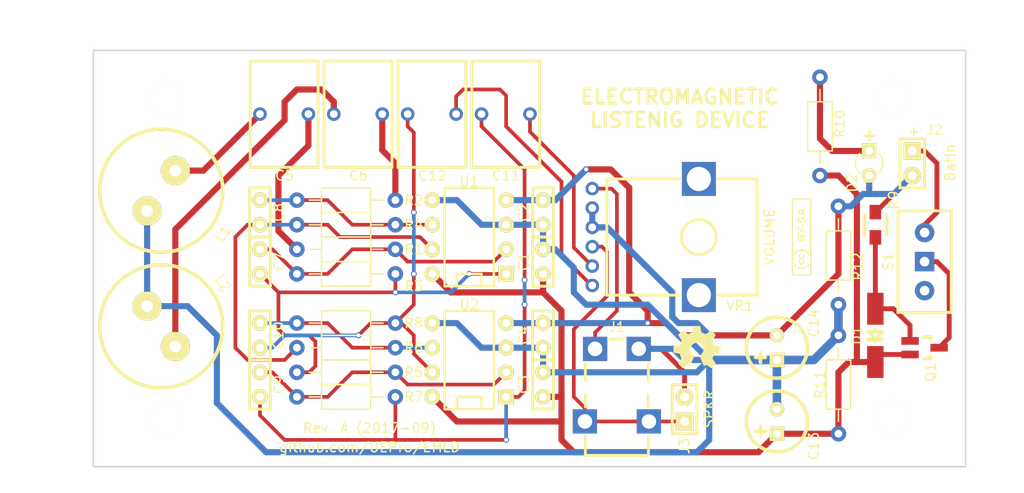
<source format=kicad_pcb>
(kicad_pcb (version 4) (host pcbnew 4.0.6)

  (general
    (links 72)
    (no_connects 0)
    (area 96.150001 57.3 205.85 109.700001)
    (thickness 1.6)
    (drawings 15)
    (tracks 248)
    (zones 0)
    (modules 44)
    (nets 25)
  )

  (page A4)
  (title_block
    (title "Electromagnetic Listening Device")
    (date 2017-09)
    (rev A)
    (company "Róbert Valdimarsson")
    (comment 1 github.com/UEPro/EMLD)
  )

  (layers
    (0 F.Cu signal)
    (31 B.Cu signal)
    (32 B.Adhes user)
    (33 F.Adhes user)
    (34 B.Paste user)
    (35 F.Paste user)
    (36 B.SilkS user)
    (37 F.SilkS user)
    (38 B.Mask user)
    (39 F.Mask user)
    (40 Dwgs.User user)
    (41 Cmts.User user)
    (42 Eco1.User user)
    (43 Eco2.User user)
    (44 Edge.Cuts user)
    (45 Margin user)
    (46 B.CrtYd user)
    (47 F.CrtYd user)
    (48 B.Fab user)
    (49 F.Fab user)
  )

  (setup
    (last_trace_width 0.25)
    (user_trace_width 0.254)
    (user_trace_width 0.381)
    (user_trace_width 0.508)
    (user_trace_width 0.635)
    (user_trace_width 0.762)
    (user_trace_width 0.889)
    (trace_clearance 0.2)
    (zone_clearance 0.508)
    (zone_45_only no)
    (trace_min 0.2)
    (segment_width 0.2)
    (edge_width 0.15)
    (via_size 0.6)
    (via_drill 0.4)
    (via_min_size 0.4)
    (via_min_drill 0.3)
    (uvia_size 0.3)
    (uvia_drill 0.1)
    (uvias_allowed no)
    (uvia_min_size 0)
    (uvia_min_drill 0)
    (pcb_text_width 0.3)
    (pcb_text_size 1.5 1.5)
    (mod_edge_width 0.15)
    (mod_text_size 1 1)
    (mod_text_width 0.15)
    (pad_size 1.8 1.8)
    (pad_drill 0.9)
    (pad_to_mask_clearance 0.2)
    (aux_axis_origin 0 0)
    (visible_elements FFFEFF7F)
    (pcbplotparams
      (layerselection 0x010f0_80000001)
      (usegerberextensions true)
      (excludeedgelayer true)
      (linewidth 0.100000)
      (plotframeref false)
      (viasonmask false)
      (mode 1)
      (useauxorigin false)
      (hpglpennumber 1)
      (hpglpenspeed 20)
      (hpglpendiameter 15)
      (hpglpenoverlay 2)
      (psnegative false)
      (psa4output false)
      (plotreference true)
      (plotvalue true)
      (plotinvisibletext false)
      (padsonsilk false)
      (subtractmaskfromsilk false)
      (outputformat 1)
      (mirror false)
      (drillshape 0)
      (scaleselection 1)
      (outputdirectory ""))
  )

  (net 0 "")
  (net 1 +9V)
  (net 2 +4V5)
  (net 3 GND)
  (net 4 "Net-(C5-Pad1)")
  (net 5 "Net-(C5-Pad2)")
  (net 6 "Net-(C6-Pad1)")
  (net 7 "Net-(C6-Pad2)")
  (net 8 "Net-(C7-Pad1)")
  (net 9 "Net-(C7-Pad2)")
  (net 10 "Net-(C8-Pad1)")
  (net 11 "Net-(C8-Pad2)")
  (net 12 "Net-(C9-Pad1)")
  (net 13 "Net-(C11-Pad1)")
  (net 14 "Net-(C10-Pad1)")
  (net 15 "Net-(C10-Pad2)")
  (net 16 "Net-(C11-Pad2)")
  (net 17 "Net-(C12-Pad2)")
  (net 18 "Net-(D1-Pad1)")
  (net 19 "Net-(D2-Pad1)")
  (net 20 "Net-(J1-Pad2)")
  (net 21 "Net-(J1-Pad3)")
  (net 22 "Net-(J2-Pad1)")
  (net 23 "Net-(Q1-Pad3)")
  (net 24 "Net-(S1-Pad1)")

  (net_class Default "Dies ist die voreingestellte Netzklasse."
    (clearance 0.2)
    (trace_width 0.25)
    (via_dia 0.6)
    (via_drill 0.4)
    (uvia_dia 0.3)
    (uvia_drill 0.1)
    (add_net +4V5)
    (add_net +9V)
    (add_net GND)
    (add_net "Net-(C10-Pad1)")
    (add_net "Net-(C10-Pad2)")
    (add_net "Net-(C11-Pad1)")
    (add_net "Net-(C11-Pad2)")
    (add_net "Net-(C12-Pad2)")
    (add_net "Net-(C5-Pad1)")
    (add_net "Net-(C5-Pad2)")
    (add_net "Net-(C6-Pad1)")
    (add_net "Net-(C6-Pad2)")
    (add_net "Net-(C7-Pad1)")
    (add_net "Net-(C7-Pad2)")
    (add_net "Net-(C8-Pad1)")
    (add_net "Net-(C8-Pad2)")
    (add_net "Net-(C9-Pad1)")
    (add_net "Net-(D1-Pad1)")
    (add_net "Net-(D2-Pad1)")
    (add_net "Net-(J1-Pad2)")
    (add_net "Net-(J1-Pad3)")
    (add_net "Net-(J2-Pad1)")
    (add_net "Net-(Q1-Pad3)")
    (add_net "Net-(S1-Pad1)")
  )

  (module RV_Capacitors:C_rect-radial-bipolar-100mil-2x5mm (layer F.Cu) (tedit 55DB4632) (tstamp 5906328C)
    (at 152.4 83.82 90)
    (path /5906159F)
    (fp_text reference C1 (at 0 -2 90) (layer F.SilkS)
      (effects (font (size 1 1) (thickness 0.15)))
    )
    (fp_text value 100n (at 0 2.25 90) (layer F.SilkS) hide
      (effects (font (size 1 1) (thickness 0.15)))
    )
    (fp_line (start -2.4892 -1.07) (end 2.54 -1.07) (layer F.SilkS) (width 0.3048))
    (fp_line (start 2.54 -1.07) (end 2.54 1) (layer F.SilkS) (width 0.3048))
    (fp_line (start 2.54 1.07) (end -2.54 1.07) (layer F.SilkS) (width 0.3048))
    (fp_line (start -2.54 1) (end -2.54 -1.07) (layer F.SilkS) (width 0.3048))
    (pad 1 thru_hole circle (at -1.27 0 90) (size 1.6 1.6) (drill 0.8) (layers *.Cu *.Mask F.SilkS)
      (net 1 +9V))
    (pad 2 thru_hole circle (at 1.27 0 90) (size 1.6 1.6) (drill 0.8) (layers *.Cu *.Mask F.SilkS)
      (net 2 +4V5))
    (model discret/capa_1_pas.wrl
      (at (xyz 0 0 0))
      (scale (xyz 1 1 1))
      (rotate (xyz 0 0 0))
    )
  )

  (module RV_Capacitors:C_rect-radial-bipolar-100mil-2x5mm (layer F.Cu) (tedit 55DB4632) (tstamp 59063292)
    (at 152.4 78.74 90)
    (path /5906200A)
    (fp_text reference C2 (at 0 -2 90) (layer F.SilkS)
      (effects (font (size 1 1) (thickness 0.15)))
    )
    (fp_text value 100n (at 0 2.25 90) (layer F.SilkS) hide
      (effects (font (size 1 1) (thickness 0.15)))
    )
    (fp_line (start -2.4892 -1.07) (end 2.54 -1.07) (layer F.SilkS) (width 0.3048))
    (fp_line (start 2.54 -1.07) (end 2.54 1) (layer F.SilkS) (width 0.3048))
    (fp_line (start 2.54 1.07) (end -2.54 1.07) (layer F.SilkS) (width 0.3048))
    (fp_line (start -2.54 1) (end -2.54 -1.07) (layer F.SilkS) (width 0.3048))
    (pad 1 thru_hole circle (at -1.27 0 90) (size 1.6 1.6) (drill 0.8) (layers *.Cu *.Mask F.SilkS)
      (net 2 +4V5))
    (pad 2 thru_hole circle (at 1.27 0 90) (size 1.6 1.6) (drill 0.8) (layers *.Cu *.Mask F.SilkS)
      (net 3 GND))
    (model discret/capa_1_pas.wrl
      (at (xyz 0 0 0))
      (scale (xyz 1 1 1))
      (rotate (xyz 0 0 0))
    )
  )

  (module RV_Capacitors:C_rect-radial-bipolar-100mil-2x5mm (layer F.Cu) (tedit 55DB4632) (tstamp 59063298)
    (at 152.4 96.52 90)
    (path /59061F7A)
    (fp_text reference C3 (at 0 -2 90) (layer F.SilkS)
      (effects (font (size 1 1) (thickness 0.15)))
    )
    (fp_text value 100n (at 0 2.25 90) (layer F.SilkS) hide
      (effects (font (size 1 1) (thickness 0.15)))
    )
    (fp_line (start -2.4892 -1.07) (end 2.54 -1.07) (layer F.SilkS) (width 0.3048))
    (fp_line (start 2.54 -1.07) (end 2.54 1) (layer F.SilkS) (width 0.3048))
    (fp_line (start 2.54 1.07) (end -2.54 1.07) (layer F.SilkS) (width 0.3048))
    (fp_line (start -2.54 1) (end -2.54 -1.07) (layer F.SilkS) (width 0.3048))
    (pad 1 thru_hole circle (at -1.27 0 90) (size 1.6 1.6) (drill 0.8) (layers *.Cu *.Mask F.SilkS)
      (net 1 +9V))
    (pad 2 thru_hole circle (at 1.27 0 90) (size 1.6 1.6) (drill 0.8) (layers *.Cu *.Mask F.SilkS)
      (net 2 +4V5))
    (model discret/capa_1_pas.wrl
      (at (xyz 0 0 0))
      (scale (xyz 1 1 1))
      (rotate (xyz 0 0 0))
    )
  )

  (module RV_Capacitors:C_rect-radial-bipolar-100mil-2x5mm (layer F.Cu) (tedit 55DB4632) (tstamp 5906329E)
    (at 152.4 91.44 90)
    (path /590620B7)
    (fp_text reference C4 (at 0 -2 90) (layer F.SilkS)
      (effects (font (size 1 1) (thickness 0.15)))
    )
    (fp_text value 100n (at 0 2.25 90) (layer F.SilkS) hide
      (effects (font (size 1 1) (thickness 0.15)))
    )
    (fp_line (start -2.4892 -1.07) (end 2.54 -1.07) (layer F.SilkS) (width 0.3048))
    (fp_line (start 2.54 -1.07) (end 2.54 1) (layer F.SilkS) (width 0.3048))
    (fp_line (start 2.54 1.07) (end -2.54 1.07) (layer F.SilkS) (width 0.3048))
    (fp_line (start -2.54 1) (end -2.54 -1.07) (layer F.SilkS) (width 0.3048))
    (pad 1 thru_hole circle (at -1.27 0 90) (size 1.6 1.6) (drill 0.8) (layers *.Cu *.Mask F.SilkS)
      (net 2 +4V5))
    (pad 2 thru_hole circle (at 1.27 0 90) (size 1.6 1.6) (drill 0.8) (layers *.Cu *.Mask F.SilkS)
      (net 3 GND))
    (model discret/capa_1_pas.wrl
      (at (xyz 0 0 0))
      (scale (xyz 1 1 1))
      (rotate (xyz 0 0 0))
    )
  )

  (module RVp_capacitors:C-Rect_L7_W11_P5 (layer F.Cu) (tedit 59063D34) (tstamp 590632A4)
    (at 123.19 68.58)
    (path /58BC714C)
    (fp_text reference C5 (at 2.54 6.35) (layer F.SilkS)
      (effects (font (size 1 1) (thickness 0.15)))
    )
    (fp_text value 2µ2 (at 2.5 -6.5) (layer F.Fab) hide
      (effects (font (size 1 1) (thickness 0.15)))
    )
    (fp_line (start -1 5.5) (end -1 -5.5) (layer F.SilkS) (width 0.3))
    (fp_line (start 6 -5.5) (end 6 5.5) (layer F.SilkS) (width 0.3))
    (fp_line (start -1 5.5) (end 6 5.5) (layer F.SilkS) (width 0.3))
    (fp_line (start -1 -5.5) (end 6 -5.5) (layer F.SilkS) (width 0.3))
    (pad 1 thru_hole circle (at 0 0) (size 1.4 1.4) (drill 0.8) (layers *.Cu *.Mask)
      (net 4 "Net-(C5-Pad1)"))
    (pad 2 thru_hole circle (at 5 0) (size 1.4 1.4) (drill 0.8) (layers *.Cu *.Mask)
      (net 5 "Net-(C5-Pad2)"))
    (model Capacitors_ThroughHole.3dshapes/C_Rect_L7_W6_P5.wrl
      (at (xyz 0.098425 0 0))
      (scale (xyz 1 1 1))
      (rotate (xyz 0 0 0))
    )
  )

  (module RVp_capacitors:C-Rect_L7_W11_P5 (layer F.Cu) (tedit 59063D31) (tstamp 590632AA)
    (at 130.81 68.58)
    (path /58BC8703)
    (fp_text reference C6 (at 2.54 6.35) (layer F.SilkS)
      (effects (font (size 1 1) (thickness 0.15)))
    )
    (fp_text value 2µ2 (at 2.5 -6.5) (layer F.Fab) hide
      (effects (font (size 1 1) (thickness 0.15)))
    )
    (fp_line (start -1 5.5) (end -1 -5.5) (layer F.SilkS) (width 0.3))
    (fp_line (start 6 -5.5) (end 6 5.5) (layer F.SilkS) (width 0.3))
    (fp_line (start -1 5.5) (end 6 5.5) (layer F.SilkS) (width 0.3))
    (fp_line (start -1 -5.5) (end 6 -5.5) (layer F.SilkS) (width 0.3))
    (pad 1 thru_hole circle (at 0 0) (size 1.4 1.4) (drill 0.8) (layers *.Cu *.Mask)
      (net 6 "Net-(C6-Pad1)"))
    (pad 2 thru_hole circle (at 5 0) (size 1.4 1.4) (drill 0.8) (layers *.Cu *.Mask)
      (net 7 "Net-(C6-Pad2)"))
    (model Capacitors_ThroughHole.3dshapes/C_Rect_L7_W6_P5.wrl
      (at (xyz 0.098425 0 0))
      (scale (xyz 1 1 1))
      (rotate (xyz 0 0 0))
    )
  )

  (module RV_Capacitors:C_rect-radial-bipolar-100mil-2x5mm (layer F.Cu) (tedit 55DB4632) (tstamp 590632B0)
    (at 123.19 83.82 270)
    (path /58BC9371)
    (fp_text reference C7 (at 0 -2 270) (layer F.SilkS)
      (effects (font (size 1 1) (thickness 0.15)))
    )
    (fp_text value 47p (at 0 2.25 270) (layer F.SilkS) hide
      (effects (font (size 1 1) (thickness 0.15)))
    )
    (fp_line (start -2.4892 -1.07) (end 2.54 -1.07) (layer F.SilkS) (width 0.3048))
    (fp_line (start 2.54 -1.07) (end 2.54 1) (layer F.SilkS) (width 0.3048))
    (fp_line (start 2.54 1.07) (end -2.54 1.07) (layer F.SilkS) (width 0.3048))
    (fp_line (start -2.54 1) (end -2.54 -1.07) (layer F.SilkS) (width 0.3048))
    (pad 1 thru_hole circle (at -1.27 0 270) (size 1.6 1.6) (drill 0.8) (layers *.Cu *.Mask F.SilkS)
      (net 8 "Net-(C7-Pad1)"))
    (pad 2 thru_hole circle (at 1.27 0 270) (size 1.6 1.6) (drill 0.8) (layers *.Cu *.Mask F.SilkS)
      (net 9 "Net-(C7-Pad2)"))
    (model discret/capa_1_pas.wrl
      (at (xyz 0 0 0))
      (scale (xyz 1 1 1))
      (rotate (xyz 0 0 0))
    )
  )

  (module RV_Capacitors:C_rect-radial-bipolar-100mil-2x5mm (layer F.Cu) (tedit 5906480C) (tstamp 590632B6)
    (at 123.19 78.74 270)
    (path /58BC9401)
    (fp_text reference C8 (at 0 -1.905 270) (layer F.SilkS)
      (effects (font (size 1 1) (thickness 0.15)))
    )
    (fp_text value 47p (at 0 2.25 270) (layer F.SilkS) hide
      (effects (font (size 1 1) (thickness 0.15)))
    )
    (fp_line (start -2.4892 -1.07) (end 2.54 -1.07) (layer F.SilkS) (width 0.3048))
    (fp_line (start 2.54 -1.07) (end 2.54 1) (layer F.SilkS) (width 0.3048))
    (fp_line (start 2.54 1.07) (end -2.54 1.07) (layer F.SilkS) (width 0.3048))
    (fp_line (start -2.54 1) (end -2.54 -1.07) (layer F.SilkS) (width 0.3048))
    (pad 1 thru_hole circle (at -1.27 0 270) (size 1.6 1.6) (drill 0.8) (layers *.Cu *.Mask F.SilkS)
      (net 10 "Net-(C8-Pad1)"))
    (pad 2 thru_hole circle (at 1.27 0 270) (size 1.6 1.6) (drill 0.8) (layers *.Cu *.Mask F.SilkS)
      (net 11 "Net-(C8-Pad2)"))
    (model discret/capa_1_pas.wrl
      (at (xyz 0 0 0))
      (scale (xyz 1 1 1))
      (rotate (xyz 0 0 0))
    )
  )

  (module RV_Capacitors:C_rect-radial-bipolar-100mil-2x5mm (layer F.Cu) (tedit 55DB4632) (tstamp 590632BC)
    (at 123.19 96.52 270)
    (path /58BCB808)
    (fp_text reference C9 (at 0 -2 270) (layer F.SilkS)
      (effects (font (size 1 1) (thickness 0.15)))
    )
    (fp_text value 47p (at 0 2.25 270) (layer F.SilkS) hide
      (effects (font (size 1 1) (thickness 0.15)))
    )
    (fp_line (start -2.4892 -1.07) (end 2.54 -1.07) (layer F.SilkS) (width 0.3048))
    (fp_line (start 2.54 -1.07) (end 2.54 1) (layer F.SilkS) (width 0.3048))
    (fp_line (start 2.54 1.07) (end -2.54 1.07) (layer F.SilkS) (width 0.3048))
    (fp_line (start -2.54 1) (end -2.54 -1.07) (layer F.SilkS) (width 0.3048))
    (pad 1 thru_hole circle (at -1.27 0 270) (size 1.6 1.6) (drill 0.8) (layers *.Cu *.Mask F.SilkS)
      (net 12 "Net-(C9-Pad1)"))
    (pad 2 thru_hole circle (at 1.27 0 270) (size 1.6 1.6) (drill 0.8) (layers *.Cu *.Mask F.SilkS)
      (net 13 "Net-(C11-Pad1)"))
    (model discret/capa_1_pas.wrl
      (at (xyz 0 0 0))
      (scale (xyz 1 1 1))
      (rotate (xyz 0 0 0))
    )
  )

  (module RV_Capacitors:C_rect-radial-bipolar-100mil-2x5mm (layer F.Cu) (tedit 59064810) (tstamp 590632C2)
    (at 123.19 91.44 270)
    (path /58BCB80E)
    (fp_text reference C10 (at 0 -1.905 270) (layer F.SilkS)
      (effects (font (size 1 1) (thickness 0.15)))
    )
    (fp_text value 47p (at 0 2.25 270) (layer F.SilkS) hide
      (effects (font (size 1 1) (thickness 0.15)))
    )
    (fp_line (start -2.4892 -1.07) (end 2.54 -1.07) (layer F.SilkS) (width 0.3048))
    (fp_line (start 2.54 -1.07) (end 2.54 1) (layer F.SilkS) (width 0.3048))
    (fp_line (start 2.54 1.07) (end -2.54 1.07) (layer F.SilkS) (width 0.3048))
    (fp_line (start -2.54 1) (end -2.54 -1.07) (layer F.SilkS) (width 0.3048))
    (pad 1 thru_hole circle (at -1.27 0 270) (size 1.6 1.6) (drill 0.8) (layers *.Cu *.Mask F.SilkS)
      (net 14 "Net-(C10-Pad1)"))
    (pad 2 thru_hole circle (at 1.27 0 270) (size 1.6 1.6) (drill 0.8) (layers *.Cu *.Mask F.SilkS)
      (net 15 "Net-(C10-Pad2)"))
    (model discret/capa_1_pas.wrl
      (at (xyz 0 0 0))
      (scale (xyz 1 1 1))
      (rotate (xyz 0 0 0))
    )
  )

  (module RVp_capacitors:C-Rect_L7_W11_P5 (layer F.Cu) (tedit 59063D39) (tstamp 590632C8)
    (at 146.05 68.58)
    (path /58BC95DA)
    (fp_text reference C11 (at 2.54 6.35) (layer F.SilkS)
      (effects (font (size 1 1) (thickness 0.15)))
    )
    (fp_text value 2µ2 (at 2.5 -6.5) (layer F.Fab) hide
      (effects (font (size 1 1) (thickness 0.15)))
    )
    (fp_line (start -1 5.5) (end -1 -5.5) (layer F.SilkS) (width 0.3))
    (fp_line (start 6 -5.5) (end 6 5.5) (layer F.SilkS) (width 0.3))
    (fp_line (start -1 5.5) (end 6 5.5) (layer F.SilkS) (width 0.3))
    (fp_line (start -1 -5.5) (end 6 -5.5) (layer F.SilkS) (width 0.3))
    (pad 1 thru_hole circle (at 0 0) (size 1.4 1.4) (drill 0.8) (layers *.Cu *.Mask)
      (net 13 "Net-(C11-Pad1)"))
    (pad 2 thru_hole circle (at 5 0) (size 1.4 1.4) (drill 0.8) (layers *.Cu *.Mask)
      (net 16 "Net-(C11-Pad2)"))
    (model Capacitors_ThroughHole.3dshapes/C_Rect_L7_W6_P5.wrl
      (at (xyz 0.098425 0 0))
      (scale (xyz 1 1 1))
      (rotate (xyz 0 0 0))
    )
  )

  (module RVp_capacitors:C-Rect_L7_W11_P5 (layer F.Cu) (tedit 59063D36) (tstamp 590632CE)
    (at 138.43 68.58)
    (path /58BC9540)
    (fp_text reference C12 (at 2.54 6.35) (layer F.SilkS)
      (effects (font (size 1 1) (thickness 0.15)))
    )
    (fp_text value 2µ2 (at 2.5 -6.5) (layer F.Fab) hide
      (effects (font (size 1 1) (thickness 0.15)))
    )
    (fp_line (start -1 5.5) (end -1 -5.5) (layer F.SilkS) (width 0.3))
    (fp_line (start 6 -5.5) (end 6 5.5) (layer F.SilkS) (width 0.3))
    (fp_line (start -1 5.5) (end 6 5.5) (layer F.SilkS) (width 0.3))
    (fp_line (start -1 -5.5) (end 6 -5.5) (layer F.SilkS) (width 0.3))
    (pad 1 thru_hole circle (at 0 0) (size 1.4 1.4) (drill 0.8) (layers *.Cu *.Mask)
      (net 15 "Net-(C10-Pad2)"))
    (pad 2 thru_hole circle (at 5 0) (size 1.4 1.4) (drill 0.8) (layers *.Cu *.Mask)
      (net 17 "Net-(C12-Pad2)"))
    (model Capacitors_ThroughHole.3dshapes/C_Rect_L7_W6_P5.wrl
      (at (xyz 0.098425 0 0))
      (scale (xyz 1 1 1))
      (rotate (xyz 0 0 0))
    )
  )

  (module RV_Capacitors:C_round-radial-polar-2,5mm-6,3mm (layer F.Cu) (tedit 5906482A) (tstamp 590632D4)
    (at 176.53 100.33 90)
    (path /58BC6FC8)
    (fp_text reference C13 (at -2.54 3.81 90) (layer F.SilkS)
      (effects (font (size 1 1) (thickness 0.15)))
    )
    (fp_text value 220µ/16V (at 0 5.08 90) (layer F.SilkS) hide
      (effects (font (size 1 1) (thickness 0.15)))
    )
    (fp_line (start -1.00076 -1.69926) (end -0.50038 -1.69926) (layer F.SilkS) (width 0.381))
    (fp_line (start -1.00076 -1.69926) (end -1.00076 -2.19964) (layer F.SilkS) (width 0.381))
    (fp_line (start -1.50114 -1.69926) (end -1.00076 -1.69926) (layer F.SilkS) (width 0.381))
    (fp_line (start -1.00076 -1.69926) (end -1.00076 -1.30048) (layer F.SilkS) (width 0.381))
    (fp_line (start -1.00076 -1.30048) (end -1.00076 -1.19888) (layer F.SilkS) (width 0.381))
    (fp_circle (center 0 0) (end 3.1496 0) (layer F.SilkS) (width 0.381))
    (pad 2 thru_hole circle (at 1.27 0 90) (size 1.5 1.5) (drill 0.8) (layers *.Cu *.Mask F.SilkS)
      (net 2 +4V5))
    (pad 1 thru_hole rect (at -1.27 0 90) (size 1.5 1.5) (drill 0.8) (layers *.Cu *.Mask F.SilkS)
      (net 1 +9V))
  )

  (module RV_Capacitors:C_round-radial-polar-2,5mm-6,3mm (layer F.Cu) (tedit 59064826) (tstamp 590632DA)
    (at 176.53 92.71 90)
    (path /58BC7A42)
    (fp_text reference C14 (at 2.54 3.81 90) (layer F.SilkS)
      (effects (font (size 1 1) (thickness 0.15)))
    )
    (fp_text value 220µ/16V (at 0 5.08 90) (layer F.SilkS) hide
      (effects (font (size 1 1) (thickness 0.15)))
    )
    (fp_line (start -1.00076 -1.69926) (end -0.50038 -1.69926) (layer F.SilkS) (width 0.381))
    (fp_line (start -1.00076 -1.69926) (end -1.00076 -2.19964) (layer F.SilkS) (width 0.381))
    (fp_line (start -1.50114 -1.69926) (end -1.00076 -1.69926) (layer F.SilkS) (width 0.381))
    (fp_line (start -1.00076 -1.69926) (end -1.00076 -1.30048) (layer F.SilkS) (width 0.381))
    (fp_line (start -1.00076 -1.30048) (end -1.00076 -1.19888) (layer F.SilkS) (width 0.381))
    (fp_circle (center 0 0) (end 3.1496 0) (layer F.SilkS) (width 0.381))
    (pad 2 thru_hole circle (at 1.27 0 90) (size 1.5 1.5) (drill 0.8) (layers *.Cu *.Mask F.SilkS)
      (net 3 GND))
    (pad 1 thru_hole rect (at -1.27 0 90) (size 1.5 1.5) (drill 0.8) (layers *.Cu *.Mask F.SilkS)
      (net 2 +4V5))
  )

  (module RV_SMD_Discrete:Diode_MiniMELF-Handsoldering (layer F.Cu) (tedit 59063D65) (tstamp 590632E0)
    (at 186.69 91.44 270)
    (path /5905F205)
    (attr smd)
    (fp_text reference D1 (at 0 1.905 270) (layer F.SilkS)
      (effects (font (size 1 1) (thickness 0.15)))
    )
    (fp_text value 3V (at 0 2.75 270) (layer F.SilkS) hide
      (effects (font (size 1 1) (thickness 0.15)))
    )
    (fp_line (start 0.44958 0) (end 0.59944 0) (layer F.SilkS) (width 0.381))
    (fp_line (start -0.39878 0) (end -0.59944 0) (layer F.SilkS) (width 0.381))
    (fp_line (start 0.44958 0) (end 0.44958 0.7493) (layer F.SilkS) (width 0.381))
    (fp_line (start 0.44958 0) (end 0.44958 -0.70104) (layer F.SilkS) (width 0.381))
    (fp_line (start 0.44958 0) (end -0.39878 -0.70104) (layer F.SilkS) (width 0.381))
    (fp_line (start -0.39878 -0.70104) (end -0.39878 0.70104) (layer F.SilkS) (width 0.381))
    (fp_line (start -0.39878 0.70104) (end 0.44958 0) (layer F.SilkS) (width 0.381))
    (pad 1 smd rect (at -2.75082 0 270) (size 3.29946 1.69926) (layers F.Cu F.Paste F.Mask)
      (net 18 "Net-(D1-Pad1)"))
    (pad 2 smd rect (at 2.75082 0 270) (size 3.29946 1.69926) (layers F.Cu F.Paste F.Mask)
      (net 1 +9V))
    (model MiniMELF_DO213AA_Faktor03937_RevA_06Sep2012.wrl
      (at (xyz 0 0 0))
      (scale (xyz 0.3937 0.3937 0.3937))
      (rotate (xyz 0 0 0))
    )
  )

  (module RV_Discrete:LED_2pin-3mm (layer F.Cu) (tedit 5906483E) (tstamp 590632E6)
    (at 186.055 73.66 270)
    (path /58BC7379)
    (fp_text reference D2 (at 2.032 1.778 270) (layer F.SilkS)
      (effects (font (size 1 1) (thickness 0.15)))
    )
    (fp_text value 3mm/cyan (at 0 2.286 270) (layer F.SilkS) hide
      (effects (font (size 1 1) (thickness 0.15)))
    )
    (fp_arc (start 0 0) (end 1 1) (angle 90) (layer F.SilkS) (width 0.15))
    (fp_arc (start 0 0) (end -1 -1) (angle 90) (layer F.SilkS) (width 0.15))
    (fp_line (start -3.3236 -0.0254) (end -2.3584 -0.0254) (layer F.SilkS) (width 0.254))
    (fp_line (start -2.8156 -0.508) (end -2.8156 0.4572) (layer F.SilkS) (width 0.254))
    (pad 2 thru_hole circle (at 1.27 0 270) (size 1.5 1.5) (drill 0.8) (layers *.Cu *.Mask F.SilkS)
      (net 3 GND))
    (pad 1 thru_hole rect (at -1.27 0 270) (size 1.5 1.5) (drill 0.8) (layers *.Cu *.Mask F.SilkS)
      (net 19 "Net-(D2-Pad1)"))
  )

  (module RVp_connectors:Lumberg-1503-07-Klinke-3,5mm (layer F.Cu) (tedit 590772BA) (tstamp 590632F0)
    (at 160.02 100.33 180)
    (path /58BC7296)
    (fp_text reference J1 (at 0 9.75 180) (layer F.SilkS)
      (effects (font (size 1 1) (thickness 0.15)))
    )
    (fp_text value Klinke-stereo (at 0.25 9.75 180) (layer F.SilkS) hide
      (effects (font (size 1 1) (thickness 0.15)))
    )
    (fp_line (start -0.75 8.5) (end 0.75 8.5) (layer F.SilkS) (width 0.3))
    (fp_line (start -3.25 4.25) (end -3.25 6) (layer F.SilkS) (width 0.3))
    (fp_line (start -3.25 1.5) (end -3.25 2.75) (layer F.SilkS) (width 0.3))
    (fp_line (start 3.25 4.25) (end 3.25 6) (layer F.SilkS) (width 0.3))
    (fp_line (start 3.25 1.5) (end 3.25 2.75) (layer F.SilkS) (width 0.3))
    (fp_line (start -3.25 -1.5) (end -3.25 -3.5) (layer F.SilkS) (width 0.3))
    (fp_line (start -3.25 -3.5) (end 3.25 -3.5) (layer F.SilkS) (width 0.3))
    (fp_line (start 3.25 -3.5) (end 3.25 -1.5) (layer F.SilkS) (width 0.3))
    (pad 2 thru_hole rect (at 2.25 7.5 180) (size 2.5 2.5) (drill 1.5) (layers *.Cu *.Mask)
      (net 20 "Net-(J1-Pad2)"))
    (pad 1 thru_hole rect (at -2.25 7.5 180) (size 2.5 2.5) (drill 1.5) (layers *.Cu *.Mask)
      (net 2 +4V5))
    (pad "" np_thru_hole circle (at 2.5 3.5 180) (size 1.25 1.25) (drill 1.25) (layers *.Cu *.Mask))
    (pad "" np_thru_hole circle (at -2.5 3.5 180) (size 1.25 1.25) (drill 1.25) (layers *.Cu *.Mask))
    (pad 3 thru_hole rect (at -3.3 0 180) (size 2.5 2.5) (drill 1.5) (layers *.Cu *.Mask)
      (net 21 "Net-(J1-Pad3)"))
    (pad 3 thru_hole rect (at 3.3 0 180) (size 2.5 2.5) (drill 1.5) (layers *.Cu *.Mask)
      (net 21 "Net-(J1-Pad3)"))
  )

  (module RV_Connectors:PinArray-100mil-1x2 (layer F.Cu) (tedit 59345D35) (tstamp 590632F6)
    (at 190.5 73.66 270)
    (path /58BC781F)
    (fp_text reference J2 (at -3.46 -2.3 360) (layer F.SilkS)
      (effects (font (size 1 1) (thickness 0.15)))
    )
    (fp_text value BatIn (at 0 -2.54 270) (layer F.SilkS) hide
      (effects (font (size 1 1) (thickness 0.15)))
    )
    (fp_line (start -2.54 1.27) (end -2.54 -1.27) (layer F.SilkS) (width 0.3048))
    (fp_line (start -2.54 -1.27) (end 2.54 -1.27) (layer F.SilkS) (width 0.3048))
    (fp_line (start 2.54 -1.27) (end 2.54 1.27) (layer F.SilkS) (width 0.3048))
    (fp_line (start 2.54 1.27) (end -2.54 1.27) (layer F.SilkS) (width 0.3048))
    (pad 1 thru_hole rect (at -1.27 0 270) (size 1.8 1.8) (drill 0.9) (layers *.Cu *.Mask F.SilkS)
      (net 22 "Net-(J2-Pad1)"))
    (pad 2 thru_hole circle (at 1.27 0 270) (size 1.8 1.8) (drill 0.9) (layers *.Cu *.Mask F.SilkS)
      (net 3 GND))
  )

  (module RV_Capacitors:C_round-radial-bipolar-5mm-12,5mm (layer F.Cu) (tedit 59063DD4) (tstamp 590632FC)
    (at 113 76.5 235)
    (path /58BC73BE)
    (fp_text reference L1 (at 0 -7.75 235) (layer F.SilkS)
      (effects (font (size 1 1) (thickness 0.15)))
    )
    (fp_text value 22mH (at 0 8 235) (layer F.SilkS) hide
      (effects (font (size 1 1) (thickness 0.15)))
    )
    (fp_circle (center 0 0) (end 6.35 0) (layer F.SilkS) (width 0.381))
    (pad 2 thru_hole circle (at 2.54 0 235) (size 3 3) (drill 1.2) (layers *.Cu *.Mask F.SilkS)
      (net 2 +4V5))
    (pad 1 thru_hole circle (at -2.54 0 235) (size 3 3) (drill 1.2) (layers *.Cu *.Mask F.SilkS)
      (net 4 "Net-(C5-Pad1)"))
  )

  (module RV_Capacitors:C_round-radial-bipolar-5mm-12,5mm (layer F.Cu) (tedit 55DB3514) (tstamp 59063302)
    (at 113 90.5 305)
    (path /58BC855D)
    (autoplace_cost180 10)
    (fp_text reference L2 (at 0 -7.75 305) (layer F.SilkS)
      (effects (font (size 1 1) (thickness 0.15)))
    )
    (fp_text value 22mH (at 0 8 305) (layer F.SilkS) hide
      (effects (font (size 1 1) (thickness 0.15)))
    )
    (fp_circle (center 0 0) (end 6.35 0) (layer F.SilkS) (width 0.381))
    (pad 2 thru_hole circle (at 2.54 0 305) (size 3 3) (drill 1.2) (layers *.Cu *.Mask F.SilkS)
      (net 6 "Net-(C6-Pad1)"))
    (pad 1 thru_hole circle (at -2.54 0 305) (size 3 3) (drill 1.2) (layers *.Cu *.Mask F.SilkS)
      (net 2 +4V5))
  )

  (module RV_SOT:SOT23-Handsoldering (layer F.Cu) (tedit 59063D69) (tstamp 59063309)
    (at 191.77 92.71 270)
    (path /5905EF22)
    (fp_text reference Q1 (at 2.54 -0.635 270) (layer F.SilkS)
      (effects (font (size 1 1) (thickness 0.15)))
    )
    (fp_text value FDN304 (at 0 4 270) (layer F.SilkS) hide
      (effects (font (size 1 1) (thickness 0.15)))
    )
    (fp_line (start -1.09982 0.0508) (end -1.09982 -0.65024) (layer F.SilkS) (width 0.381))
    (fp_line (start -1.09982 -0.65024) (end -0.8509 -0.65024) (layer F.SilkS) (width 0.381))
    (fp_line (start 0.89916 -0.65024) (end 1.09982 -0.65024) (layer F.SilkS) (width 0.381))
    (fp_line (start 1.09982 -0.65024) (end 1.09982 0.0508) (layer F.SilkS) (width 0.381))
    (pad 1 smd rect (at -0.70104 1.50114 270) (size 0.8001 1.80086) (layers F.Cu F.Paste F.Mask)
      (net 18 "Net-(D1-Pad1)"))
    (pad 2 smd rect (at 0.70104 1.50114 270) (size 0.8001 1.80086) (layers F.Cu F.Paste F.Mask)
      (net 1 +9V))
    (pad 3 smd rect (at 0 -1.50114 270) (size 0.8001 1.80086) (layers F.Cu F.Paste F.Mask)
      (net 23 "Net-(Q1-Pad3)"))
  )

  (module RV_Resistors:R_axial_400mil (layer F.Cu) (tedit 590647DB) (tstamp 5906330F)
    (at 132.08 82.55)
    (path /58BC71C1)
    (fp_text reference R1 (at 6.985 0) (layer F.SilkS)
      (effects (font (size 1 1) (thickness 0.15)))
    )
    (fp_text value 1k (at 0 3.81) (layer F.SilkS) hide
      (effects (font (size 1 1) (thickness 0.15)))
    )
    (fp_line (start -2.54 0) (end -3.81 0) (layer F.SilkS) (width 0.15))
    (fp_line (start 3.81 0) (end 2.54 0) (layer F.SilkS) (width 0.15))
    (fp_line (start -2.54 1.27) (end 2.54 1.27) (layer F.SilkS) (width 0.15))
    (fp_line (start 2.54 1.27) (end 2.54 -1.27) (layer F.SilkS) (width 0.15))
    (fp_line (start 2.54 -1.27) (end -2.54 -1.27) (layer F.SilkS) (width 0.15))
    (fp_line (start -2.54 1.27) (end -2.54 -1.27) (layer F.SilkS) (width 0.15))
    (pad 1 thru_hole circle (at -5.08 0) (size 1.6 1.6) (drill 0.8) (layers *.Cu *.Mask)
      (net 5 "Net-(C5-Pad2)"))
    (pad 2 thru_hole circle (at 5.08 0) (size 1.6 1.6) (drill 0.8) (layers *.Cu *.Mask)
      (net 8 "Net-(C7-Pad1)"))
  )

  (module RV_Resistors:R_axial_400mil (layer F.Cu) (tedit 590647D4) (tstamp 59063315)
    (at 132.08 77.47 180)
    (path /58BC885F)
    (fp_text reference R2 (at -6.985 0 180) (layer F.SilkS)
      (effects (font (size 1 1) (thickness 0.15)))
    )
    (fp_text value 1k (at 0 3.81 180) (layer F.SilkS) hide
      (effects (font (size 1 1) (thickness 0.15)))
    )
    (fp_line (start -2.54 0) (end -3.81 0) (layer F.SilkS) (width 0.15))
    (fp_line (start 3.81 0) (end 2.54 0) (layer F.SilkS) (width 0.15))
    (fp_line (start -2.54 1.27) (end 2.54 1.27) (layer F.SilkS) (width 0.15))
    (fp_line (start 2.54 1.27) (end 2.54 -1.27) (layer F.SilkS) (width 0.15))
    (fp_line (start 2.54 -1.27) (end -2.54 -1.27) (layer F.SilkS) (width 0.15))
    (fp_line (start -2.54 1.27) (end -2.54 -1.27) (layer F.SilkS) (width 0.15))
    (pad 1 thru_hole circle (at -5.08 0 180) (size 1.6 1.6) (drill 0.8) (layers *.Cu *.Mask)
      (net 7 "Net-(C6-Pad2)"))
    (pad 2 thru_hole circle (at 5.08 0 180) (size 1.6 1.6) (drill 0.8) (layers *.Cu *.Mask)
      (net 10 "Net-(C8-Pad1)"))
  )

  (module RV_Resistors:R_axial_400mil (layer F.Cu) (tedit 590647E4) (tstamp 5906331B)
    (at 132.08 85.09)
    (path /58BC894B)
    (fp_text reference R3 (at 6.985 1.27) (layer F.SilkS)
      (effects (font (size 1 1) (thickness 0.15)))
    )
    (fp_text value 120k (at 0 3.81) (layer F.SilkS) hide
      (effects (font (size 1 1) (thickness 0.15)))
    )
    (fp_line (start -2.54 0) (end -3.81 0) (layer F.SilkS) (width 0.15))
    (fp_line (start 3.81 0) (end 2.54 0) (layer F.SilkS) (width 0.15))
    (fp_line (start -2.54 1.27) (end 2.54 1.27) (layer F.SilkS) (width 0.15))
    (fp_line (start 2.54 1.27) (end 2.54 -1.27) (layer F.SilkS) (width 0.15))
    (fp_line (start 2.54 -1.27) (end -2.54 -1.27) (layer F.SilkS) (width 0.15))
    (fp_line (start -2.54 1.27) (end -2.54 -1.27) (layer F.SilkS) (width 0.15))
    (pad 1 thru_hole circle (at -5.08 0) (size 1.6 1.6) (drill 0.8) (layers *.Cu *.Mask)
      (net 8 "Net-(C7-Pad1)"))
    (pad 2 thru_hole circle (at 5.08 0) (size 1.6 1.6) (drill 0.8) (layers *.Cu *.Mask)
      (net 9 "Net-(C7-Pad2)"))
  )

  (module RV_Resistors:R_axial_400mil (layer F.Cu) (tedit 590647D7) (tstamp 59063321)
    (at 132.08 80.01 180)
    (path /58BC89FF)
    (fp_text reference R4 (at -6.985 0 180) (layer F.SilkS)
      (effects (font (size 1 1) (thickness 0.15)))
    )
    (fp_text value 120k (at 0 3.81 180) (layer F.SilkS) hide
      (effects (font (size 1 1) (thickness 0.15)))
    )
    (fp_line (start -2.54 0) (end -3.81 0) (layer F.SilkS) (width 0.15))
    (fp_line (start 3.81 0) (end 2.54 0) (layer F.SilkS) (width 0.15))
    (fp_line (start -2.54 1.27) (end 2.54 1.27) (layer F.SilkS) (width 0.15))
    (fp_line (start 2.54 1.27) (end 2.54 -1.27) (layer F.SilkS) (width 0.15))
    (fp_line (start 2.54 -1.27) (end -2.54 -1.27) (layer F.SilkS) (width 0.15))
    (fp_line (start -2.54 1.27) (end -2.54 -1.27) (layer F.SilkS) (width 0.15))
    (pad 1 thru_hole circle (at -5.08 0 180) (size 1.6 1.6) (drill 0.8) (layers *.Cu *.Mask)
      (net 10 "Net-(C8-Pad1)"))
    (pad 2 thru_hole circle (at 5.08 0 180) (size 1.6 1.6) (drill 0.8) (layers *.Cu *.Mask)
      (net 11 "Net-(C8-Pad2)"))
  )

  (module RV_Resistors:R_axial_400mil (layer F.Cu) (tedit 590647F3) (tstamp 59063327)
    (at 132.08 95.25)
    (path /58BCB7EA)
    (fp_text reference R5 (at 6.985 0) (layer F.SilkS)
      (effects (font (size 1 1) (thickness 0.15)))
    )
    (fp_text value 1k (at 0 3.81) (layer F.SilkS) hide
      (effects (font (size 1 1) (thickness 0.15)))
    )
    (fp_line (start -2.54 0) (end -3.81 0) (layer F.SilkS) (width 0.15))
    (fp_line (start 3.81 0) (end 2.54 0) (layer F.SilkS) (width 0.15))
    (fp_line (start -2.54 1.27) (end 2.54 1.27) (layer F.SilkS) (width 0.15))
    (fp_line (start 2.54 1.27) (end 2.54 -1.27) (layer F.SilkS) (width 0.15))
    (fp_line (start 2.54 -1.27) (end -2.54 -1.27) (layer F.SilkS) (width 0.15))
    (fp_line (start -2.54 1.27) (end -2.54 -1.27) (layer F.SilkS) (width 0.15))
    (pad 1 thru_hole circle (at -5.08 0) (size 1.6 1.6) (drill 0.8) (layers *.Cu *.Mask)
      (net 9 "Net-(C7-Pad2)"))
    (pad 2 thru_hole circle (at 5.08 0) (size 1.6 1.6) (drill 0.8) (layers *.Cu *.Mask)
      (net 12 "Net-(C9-Pad1)"))
  )

  (module RV_Resistors:R_axial_400mil (layer F.Cu) (tedit 590647EE) (tstamp 5906332D)
    (at 132.08 92.71)
    (path /58BCB7F0)
    (fp_text reference R6 (at 6.985 0) (layer F.SilkS)
      (effects (font (size 1 1) (thickness 0.15)))
    )
    (fp_text value 1k (at 0 3.81) (layer F.SilkS) hide
      (effects (font (size 1 1) (thickness 0.15)))
    )
    (fp_line (start -2.54 0) (end -3.81 0) (layer F.SilkS) (width 0.15))
    (fp_line (start 3.81 0) (end 2.54 0) (layer F.SilkS) (width 0.15))
    (fp_line (start -2.54 1.27) (end 2.54 1.27) (layer F.SilkS) (width 0.15))
    (fp_line (start 2.54 1.27) (end 2.54 -1.27) (layer F.SilkS) (width 0.15))
    (fp_line (start 2.54 -1.27) (end -2.54 -1.27) (layer F.SilkS) (width 0.15))
    (fp_line (start -2.54 1.27) (end -2.54 -1.27) (layer F.SilkS) (width 0.15))
    (pad 1 thru_hole circle (at -5.08 0) (size 1.6 1.6) (drill 0.8) (layers *.Cu *.Mask)
      (net 11 "Net-(C8-Pad2)"))
    (pad 2 thru_hole circle (at 5.08 0) (size 1.6 1.6) (drill 0.8) (layers *.Cu *.Mask)
      (net 14 "Net-(C10-Pad1)"))
  )

  (module RV_Resistors:R_axial_400mil (layer F.Cu) (tedit 590647F6) (tstamp 59063333)
    (at 132.08 97.79)
    (path /58BCB7F6)
    (fp_text reference R7 (at 6.985 0) (layer F.SilkS)
      (effects (font (size 1 1) (thickness 0.15)))
    )
    (fp_text value 120k (at 0 3.81) (layer F.SilkS) hide
      (effects (font (size 1 1) (thickness 0.15)))
    )
    (fp_line (start -2.54 0) (end -3.81 0) (layer F.SilkS) (width 0.15))
    (fp_line (start 3.81 0) (end 2.54 0) (layer F.SilkS) (width 0.15))
    (fp_line (start -2.54 1.27) (end 2.54 1.27) (layer F.SilkS) (width 0.15))
    (fp_line (start 2.54 1.27) (end 2.54 -1.27) (layer F.SilkS) (width 0.15))
    (fp_line (start 2.54 -1.27) (end -2.54 -1.27) (layer F.SilkS) (width 0.15))
    (fp_line (start -2.54 1.27) (end -2.54 -1.27) (layer F.SilkS) (width 0.15))
    (pad 1 thru_hole circle (at -5.08 0) (size 1.6 1.6) (drill 0.8) (layers *.Cu *.Mask)
      (net 12 "Net-(C9-Pad1)"))
    (pad 2 thru_hole circle (at 5.08 0) (size 1.6 1.6) (drill 0.8) (layers *.Cu *.Mask)
      (net 13 "Net-(C11-Pad1)"))
  )

  (module RV_Resistors:R_axial_400mil (layer F.Cu) (tedit 590647E9) (tstamp 59063339)
    (at 132.08 90.17)
    (path /58BCB7FC)
    (fp_text reference R8 (at 6.985 0) (layer F.SilkS)
      (effects (font (size 1 1) (thickness 0.15)))
    )
    (fp_text value 120k (at 0 3.81) (layer F.SilkS) hide
      (effects (font (size 1 1) (thickness 0.15)))
    )
    (fp_line (start -2.54 0) (end -3.81 0) (layer F.SilkS) (width 0.15))
    (fp_line (start 3.81 0) (end 2.54 0) (layer F.SilkS) (width 0.15))
    (fp_line (start -2.54 1.27) (end 2.54 1.27) (layer F.SilkS) (width 0.15))
    (fp_line (start 2.54 1.27) (end 2.54 -1.27) (layer F.SilkS) (width 0.15))
    (fp_line (start 2.54 -1.27) (end -2.54 -1.27) (layer F.SilkS) (width 0.15))
    (fp_line (start -2.54 1.27) (end -2.54 -1.27) (layer F.SilkS) (width 0.15))
    (pad 1 thru_hole circle (at -5.08 0) (size 1.6 1.6) (drill 0.8) (layers *.Cu *.Mask)
      (net 14 "Net-(C10-Pad1)"))
    (pad 2 thru_hole circle (at 5.08 0) (size 1.6 1.6) (drill 0.8) (layers *.Cu *.Mask)
      (net 15 "Net-(C10-Pad2)"))
  )

  (module RV_SMD_Discrete:SMD0805-HandSoldering (layer F.Cu) (tedit 59063D75) (tstamp 5906333F)
    (at 186.69 80.01 90)
    (path /5905F14E)
    (fp_text reference R9 (at 2.54 1.905 90) (layer F.SilkS)
      (effects (font (size 1 1) (thickness 0.15)))
    )
    (fp_text value 100k (at 0.20066 2.60096 90) (layer F.SilkS) hide
      (effects (font (size 1 1) (thickness 0.15)))
    )
    (fp_line (start 0 -1.143) (end -1.016 -1.143) (layer F.SilkS) (width 0.381))
    (fp_line (start 0 -1.143) (end 1.016 -1.143) (layer F.SilkS) (width 0.381))
    (fp_line (start 0 1.143) (end -1.016 1.143) (layer F.SilkS) (width 0.381))
    (fp_line (start 0 1.143) (end 1.016 1.143) (layer F.SilkS) (width 0.381))
    (pad 1 smd rect (at -1.30048 0 90) (size 1.50114 1.19888) (layers F.Cu F.Paste F.Mask)
      (net 18 "Net-(D1-Pad1)"))
    (pad 2 smd rect (at 1.30048 0 90) (size 1.50114 1.19888) (layers F.Cu F.Paste F.Mask)
      (net 3 GND))
  )

  (module RV_Resistors:R_axial_400mil (layer F.Cu) (tedit 59064842) (tstamp 59063345)
    (at 180.975 69.85 90)
    (path /58BC8018)
    (fp_text reference R10 (at 0.254 2.032 90) (layer F.SilkS)
      (effects (font (size 1 1) (thickness 0.15)))
    )
    (fp_text value 10k (at 0 3.81 90) (layer F.SilkS) hide
      (effects (font (size 1 1) (thickness 0.15)))
    )
    (fp_line (start -2.54 0) (end -3.81 0) (layer F.SilkS) (width 0.15))
    (fp_line (start 3.81 0) (end 2.54 0) (layer F.SilkS) (width 0.15))
    (fp_line (start -2.54 1.27) (end 2.54 1.27) (layer F.SilkS) (width 0.15))
    (fp_line (start 2.54 1.27) (end 2.54 -1.27) (layer F.SilkS) (width 0.15))
    (fp_line (start 2.54 -1.27) (end -2.54 -1.27) (layer F.SilkS) (width 0.15))
    (fp_line (start -2.54 1.27) (end -2.54 -1.27) (layer F.SilkS) (width 0.15))
    (pad 1 thru_hole circle (at -5.08 0 90) (size 1.6 1.6) (drill 0.8) (layers *.Cu *.Mask)
      (net 1 +9V))
    (pad 2 thru_hole circle (at 5.08 0 90) (size 1.6 1.6) (drill 0.8) (layers *.Cu *.Mask)
      (net 19 "Net-(D2-Pad1)"))
  )

  (module RV_Resistors:R_axial_400mil (layer F.Cu) (tedit 5906481B) (tstamp 5906334B)
    (at 182.88 96.52 90)
    (path /58BC7029)
    (fp_text reference R11 (at 0 -1.905 90) (layer F.SilkS)
      (effects (font (size 1 1) (thickness 0.15)))
    )
    (fp_text value 100k (at 0 3.81 90) (layer F.SilkS) hide
      (effects (font (size 1 1) (thickness 0.15)))
    )
    (fp_line (start -2.54 0) (end -3.81 0) (layer F.SilkS) (width 0.15))
    (fp_line (start 3.81 0) (end 2.54 0) (layer F.SilkS) (width 0.15))
    (fp_line (start -2.54 1.27) (end 2.54 1.27) (layer F.SilkS) (width 0.15))
    (fp_line (start 2.54 1.27) (end 2.54 -1.27) (layer F.SilkS) (width 0.15))
    (fp_line (start 2.54 -1.27) (end -2.54 -1.27) (layer F.SilkS) (width 0.15))
    (fp_line (start -2.54 1.27) (end -2.54 -1.27) (layer F.SilkS) (width 0.15))
    (pad 1 thru_hole circle (at -5.08 0 90) (size 1.6 1.6) (drill 0.8) (layers *.Cu *.Mask)
      (net 1 +9V))
    (pad 2 thru_hole circle (at 5.08 0 90) (size 1.6 1.6) (drill 0.8) (layers *.Cu *.Mask)
      (net 2 +4V5))
  )

  (module RV_Resistors:R_axial_400mil (layer F.Cu) (tedit 59064838) (tstamp 59063351)
    (at 182.88 83.185 90)
    (path /58BC7B0E)
    (fp_text reference R12 (at -1.143 2.032 90) (layer F.SilkS)
      (effects (font (size 1 1) (thickness 0.15)))
    )
    (fp_text value 100k (at 0 3.81 90) (layer F.SilkS) hide
      (effects (font (size 1 1) (thickness 0.15)))
    )
    (fp_line (start -2.54 0) (end -3.81 0) (layer F.SilkS) (width 0.15))
    (fp_line (start 3.81 0) (end 2.54 0) (layer F.SilkS) (width 0.15))
    (fp_line (start -2.54 1.27) (end 2.54 1.27) (layer F.SilkS) (width 0.15))
    (fp_line (start 2.54 1.27) (end 2.54 -1.27) (layer F.SilkS) (width 0.15))
    (fp_line (start 2.54 -1.27) (end -2.54 -1.27) (layer F.SilkS) (width 0.15))
    (fp_line (start -2.54 1.27) (end -2.54 -1.27) (layer F.SilkS) (width 0.15))
    (pad 1 thru_hole circle (at -5.08 0 90) (size 1.6 1.6) (drill 0.8) (layers *.Cu *.Mask)
      (net 2 +4V5))
    (pad 2 thru_hole circle (at 5.08 0 90) (size 1.6 1.6) (drill 0.8) (layers *.Cu *.Mask)
      (net 3 GND))
  )

  (module RV_switches:S-Schiebeschalter_China_SPDT (layer F.Cu) (tedit 59063610) (tstamp 59063358)
    (at 191.77 83.82 90)
    (path /58BC76FB)
    (fp_text reference S1 (at 0 -3.75 90) (layer F.SilkS)
      (effects (font (size 1 1) (thickness 0.15)))
    )
    (fp_text value S_1P2T (at 0 -3.75 90) (layer F.SilkS) hide
      (effects (font (size 1 1) (thickness 0.15)))
    )
    (fp_line (start -5.25 -2.75) (end -5.25 2.75) (layer F.SilkS) (width 0.3))
    (fp_line (start 5.25 -2.75) (end 5.25 2.75) (layer F.SilkS) (width 0.3))
    (fp_line (start 5.25 2.75) (end -5.25 2.75) (layer F.SilkS) (width 0.3))
    (fp_line (start -5.25 -2.75) (end 5.25 -2.75) (layer F.SilkS) (width 0.3))
    (pad 2 thru_hole rect (at 0 0 90) (size 2 2) (drill 1) (layers *.Cu *.Mask)
      (net 23 "Net-(Q1-Pad3)"))
    (pad 1 thru_hole circle (at -3 0 90) (size 2 2) (drill 1) (layers *.Cu *.Mask)
      (net 24 "Net-(S1-Pad1)"))
    (pad 3 thru_hole circle (at 3 0 90) (size 2 2) (drill 1) (layers *.Cu *.Mask)
      (net 22 "Net-(J2-Pad1)"))
  )

  (module RV_DIP:DIP-8_300 (layer F.Cu) (tedit 59064802) (tstamp 59063364)
    (at 144.78 81.28 90)
    (descr "8 pins DIL package, round pads")
    (tags DIL)
    (path /58BC70EB)
    (fp_text reference U1 (at 5.715 0 180) (layer F.SilkS)
      (effects (font (size 1 1) (thickness 0.15)))
    )
    (fp_text value NE5532 (at 0 0 90) (layer F.SilkS) hide
      (effects (font (size 1 1) (thickness 0.15)))
    )
    (fp_line (start -5.08 -1.27) (end -3.81 -1.27) (layer F.SilkS) (width 0.254))
    (fp_line (start -3.81 -1.27) (end -3.81 1.27) (layer F.SilkS) (width 0.254))
    (fp_line (start -3.81 1.27) (end -5.08 1.27) (layer F.SilkS) (width 0.254))
    (fp_line (start -5.08 -2.54) (end 5.08 -2.54) (layer F.SilkS) (width 0.254))
    (fp_line (start 5.08 -2.54) (end 5.08 2.54) (layer F.SilkS) (width 0.254))
    (fp_line (start 5.08 2.54) (end -5.08 2.54) (layer F.SilkS) (width 0.254))
    (fp_line (start -5.08 2.54) (end -5.08 -2.54) (layer F.SilkS) (width 0.254))
    (pad 1 thru_hole rect (at -3.81 3.81 90) (size 1.6 1.6) (drill 0.8) (layers *.Cu *.Mask F.SilkS)
      (net 9 "Net-(C7-Pad2)"))
    (pad 2 thru_hole circle (at -1.27 3.81 90) (size 1.6 1.6) (drill 0.8) (layers *.Cu *.Mask F.SilkS)
      (net 8 "Net-(C7-Pad1)"))
    (pad 3 thru_hole circle (at 1.27 3.81 90) (size 1.6 1.6) (drill 0.8) (layers *.Cu *.Mask F.SilkS)
      (net 2 +4V5))
    (pad 4 thru_hole circle (at 3.81 3.81 90) (size 1.6 1.6) (drill 0.8) (layers *.Cu *.Mask F.SilkS)
      (net 3 GND))
    (pad 5 thru_hole circle (at 3.81 -3.81 90) (size 1.6 1.6) (drill 0.8) (layers *.Cu *.Mask F.SilkS)
      (net 2 +4V5))
    (pad 6 thru_hole circle (at 1.27 -3.81 90) (size 1.6 1.6) (drill 0.8) (layers *.Cu *.Mask F.SilkS)
      (net 10 "Net-(C8-Pad1)"))
    (pad 7 thru_hole circle (at -1.27 -3.81 90) (size 1.6 1.6) (drill 0.8) (layers *.Cu *.Mask F.SilkS)
      (net 11 "Net-(C8-Pad2)"))
    (pad 8 thru_hole circle (at -3.81 -3.81 90) (size 1.6 1.6) (drill 0.8) (layers *.Cu *.Mask F.SilkS)
      (net 1 +9V))
    (model dil/dil_8.wrl
      (at (xyz 0 0 0))
      (scale (xyz 1 1 1))
      (rotate (xyz 0 0 0))
    )
  )

  (module RV_DIP:DIP-8_300 (layer F.Cu) (tedit 590647FD) (tstamp 59063370)
    (at 144.78 93.98 90)
    (descr "8 pins DIL package, round pads")
    (tags DIL)
    (path /58BCB7E4)
    (fp_text reference U2 (at 5.715 0 180) (layer F.SilkS)
      (effects (font (size 1 1) (thickness 0.15)))
    )
    (fp_text value NE5532 (at 0 0 90) (layer F.SilkS) hide
      (effects (font (size 1 1) (thickness 0.15)))
    )
    (fp_line (start -5.08 -1.27) (end -3.81 -1.27) (layer F.SilkS) (width 0.254))
    (fp_line (start -3.81 -1.27) (end -3.81 1.27) (layer F.SilkS) (width 0.254))
    (fp_line (start -3.81 1.27) (end -5.08 1.27) (layer F.SilkS) (width 0.254))
    (fp_line (start -5.08 -2.54) (end 5.08 -2.54) (layer F.SilkS) (width 0.254))
    (fp_line (start 5.08 -2.54) (end 5.08 2.54) (layer F.SilkS) (width 0.254))
    (fp_line (start 5.08 2.54) (end -5.08 2.54) (layer F.SilkS) (width 0.254))
    (fp_line (start -5.08 2.54) (end -5.08 -2.54) (layer F.SilkS) (width 0.254))
    (pad 1 thru_hole rect (at -3.81 3.81 90) (size 1.6 1.6) (drill 0.8) (layers *.Cu *.Mask F.SilkS)
      (net 13 "Net-(C11-Pad1)"))
    (pad 2 thru_hole circle (at -1.27 3.81 90) (size 1.6 1.6) (drill 0.8) (layers *.Cu *.Mask F.SilkS)
      (net 12 "Net-(C9-Pad1)"))
    (pad 3 thru_hole circle (at 1.27 3.81 90) (size 1.6 1.6) (drill 0.8) (layers *.Cu *.Mask F.SilkS)
      (net 2 +4V5))
    (pad 4 thru_hole circle (at 3.81 3.81 90) (size 1.6 1.6) (drill 0.8) (layers *.Cu *.Mask F.SilkS)
      (net 3 GND))
    (pad 5 thru_hole circle (at 3.81 -3.81 90) (size 1.6 1.6) (drill 0.8) (layers *.Cu *.Mask F.SilkS)
      (net 2 +4V5))
    (pad 6 thru_hole circle (at 1.27 -3.81 90) (size 1.6 1.6) (drill 0.8) (layers *.Cu *.Mask F.SilkS)
      (net 14 "Net-(C10-Pad1)"))
    (pad 7 thru_hole circle (at -1.27 -3.81 90) (size 1.6 1.6) (drill 0.8) (layers *.Cu *.Mask F.SilkS)
      (net 15 "Net-(C10-Pad2)"))
    (pad 8 thru_hole circle (at -3.81 -3.81 90) (size 1.6 1.6) (drill 0.8) (layers *.Cu *.Mask F.SilkS)
      (net 1 +9V))
    (model dil/dil_8.wrl
      (at (xyz 0 0 0))
      (scale (xyz 1 1 1))
      (rotate (xyz 0 0 0))
    )
  )

  (module RV_potentiometer:VR-Alps_R12L_vert (layer F.Cu) (tedit 590653F0) (tstamp 5906337C)
    (at 157.48 81.28 270)
    (path /58BC7206)
    (fp_text reference VR1 (at 7.112 -15.24 360) (layer F.SilkS)
      (effects (font (size 1 1) (thickness 0.15)))
    )
    (fp_text value "10k log" (at 0 -18 270) (layer F.Fab) hide
      (effects (font (size 1 1) (thickness 0.15)))
    )
    (fp_line (start -6 -9) (end -6 -1.5) (layer F.SilkS) (width 0.3))
    (fp_line (start -6 -17) (end -6 -13) (layer F.SilkS) (width 0.3))
    (fp_line (start 6 -9) (end 6 -1.5) (layer F.SilkS) (width 0.3))
    (fp_line (start -6 -17) (end 6 -17) (layer F.SilkS) (width 0.3))
    (fp_line (start 6 -17) (end 6 -13) (layer F.SilkS) (width 0.3))
    (fp_circle (center 0 -11) (end 1 -9.5) (layer F.SilkS) (width 0.3))
    (fp_line (start 0 -1.5) (end -6 -1.5) (layer F.SilkS) (width 0.3))
    (fp_line (start 0 -1.5) (end 6 -1.5) (layer F.SilkS) (width 0.3))
    (pad M thru_hole rect (at -6 -11 270) (size 3.5 3.5) (drill 2.5) (layers *.Cu *.Mask))
    (pad 2 thru_hole circle (at 1 0 270) (size 1.4 1.4) (drill 0.8) (layers *.Cu *.Mask)
      (net 21 "Net-(J1-Pad3)"))
    (pad 1 thru_hole circle (at -1 0 270) (size 1.4 1.4) (drill 0.8) (layers *.Cu *.Mask)
      (net 2 +4V5))
    (pad 3 thru_hole circle (at 3 0 270) (size 1.4 1.4) (drill 0.8) (layers *.Cu *.Mask)
      (net 16 "Net-(C11-Pad2)"))
    (pad 4 thru_hole circle (at -3 0 270) (size 1.4 1.4) (drill 0.8) (layers *.Cu *.Mask)
      (net 2 +4V5))
    (pad 5 thru_hole circle (at -5 0 270) (size 1.4 1.4) (drill 0.8) (layers *.Cu *.Mask)
      (net 20 "Net-(J1-Pad2)"))
    (pad 6 thru_hole circle (at 5 0 270) (size 1.4 1.4) (drill 0.8) (layers *.Cu *.Mask)
      (net 17 "Net-(C12-Pad2)"))
    (pad M thru_hole rect (at 6 -11 270) (size 3.5 3.5) (drill 2.5) (layers *.Cu *.Mask))
  )

  (module CC-BY-SA_08mm_Fsi:CC-BY-SA_08mm_Fsi (layer F.Cu) (tedit 0) (tstamp 59064A5B)
    (at 179.07 81.28 90)
    (fp_text reference VAL (at 0 0 90) (layer F.SilkS) hide
      (effects (font (size 0.381 0.381) (thickness 0.127)))
    )
    (fp_text value REF (at 0 0 90) (layer F.SilkS) hide
      (effects (font (size 0.381 0.381) (thickness 0.127)))
    )
    (fp_poly (pts (xy 4.0005 1.01854) (xy 3.86334 1.01854) (xy 3.86334 0.889) (xy 3.86334 0.00508)
      (xy 3.86334 -0.8763) (xy 0 -0.8763) (xy -3.86334 -0.8763) (xy -3.86334 0.00508)
      (xy -3.86334 0.889) (xy 0 0.889) (xy 3.86334 0.889) (xy 3.86334 1.01854)
      (xy 0.00254 1.01854) (xy -3.99542 1.01854) (xy -3.99542 0.00254) (xy -3.99542 -1.01092)
      (xy 0.00254 -1.01092) (xy 4.0005 -1.01092) (xy 4.0005 0.00254) (xy 4.0005 1.01854)
      (xy 4.0005 1.01854)) (layer F.SilkS) (width 0.00254))
    (fp_poly (pts (xy -2.58064 0.76454) (xy -2.58572 0.76454) (xy -2.59588 0.76454) (xy -2.61112 0.76454)
      (xy -2.63144 0.76454) (xy -2.65684 0.76454) (xy -2.68732 0.76454) (xy -2.72034 0.76454)
      (xy -2.7559 0.76454) (xy -2.76606 0.76454) (xy -2.95148 0.76454) (xy -2.9845 0.7366)
      (xy -3.05054 0.67564) (xy -3.10896 0.61214) (xy -3.15976 0.5461) (xy -3.20548 0.47752)
      (xy -3.24358 0.4064) (xy -3.27406 0.33528) (xy -3.29946 0.25908) (xy -3.31724 0.18034)
      (xy -3.3274 0.1016) (xy -3.33248 0.01778) (xy -3.33248 0.01016) (xy -3.32994 -0.07366)
      (xy -3.31978 -0.15494) (xy -3.302 -0.23368) (xy -3.27914 -0.30734) (xy -3.24866 -0.381)
      (xy -3.2131 -0.45466) (xy -3.16738 -0.52324) (xy -3.13436 -0.5715) (xy -3.1242 -0.5842)
      (xy -3.10896 -0.60198) (xy -3.09118 -0.6223) (xy -3.07086 -0.64262) (xy -3.05054 -0.66548)
      (xy -3.02768 -0.6858) (xy -3.0099 -0.70612) (xy -2.99212 -0.7239) (xy -2.97688 -0.7366)
      (xy -2.9718 -0.74168) (xy -2.95402 -0.75438) (xy -2.77114 -0.75438) (xy -2.58572 -0.75184)
      (xy -2.61366 -0.74168) (xy -2.63906 -0.73152) (xy -2.66954 -0.71628) (xy -2.70002 -0.70104)
      (xy -2.7305 -0.68326) (xy -2.75844 -0.66802) (xy -2.7686 -0.6604) (xy -2.81686 -0.62484)
      (xy -2.86512 -0.5842) (xy -2.91338 -0.54102) (xy -2.95656 -0.49276) (xy -2.9972 -0.44196)
      (xy -3.03022 -0.3937) (xy -3.0353 -0.38354) (xy -3.048 -0.36322) (xy -3.06324 -0.33528)
      (xy -3.07594 -0.30734) (xy -3.08864 -0.2794) (xy -3.0988 -0.254) (xy -3.10388 -0.23876)
      (xy -3.1242 -0.17018) (xy -3.1369 -0.09906) (xy -3.14452 -0.02794) (xy -3.14452 0.04318)
      (xy -3.1369 0.1143) (xy -3.1242 0.18542) (xy -3.10388 0.25146) (xy -3.07848 0.3175)
      (xy -3.04546 0.381) (xy -3.04546 0.381) (xy -3.0099 0.43688) (xy -2.96672 0.49022)
      (xy -2.921 0.54102) (xy -2.8702 0.59182) (xy -2.81686 0.635) (xy -2.75844 0.67564)
      (xy -2.75844 0.67818) (xy -2.73558 0.69088) (xy -2.71272 0.70358) (xy -2.68478 0.71882)
      (xy -2.65938 0.73152) (xy -2.63398 0.74168) (xy -2.61366 0.75184) (xy -2.6035 0.75438)
      (xy -2.59334 0.75946) (xy -2.58318 0.762) (xy -2.58064 0.76454) (xy -2.58064 0.76454)) (layer F.SilkS) (width 0.00254))
    (fp_poly (pts (xy -1.2573 0.03048) (xy -1.25984 0.06858) (xy -1.25984 0.10414) (xy -1.26238 0.13208)
      (xy -1.26492 0.14732) (xy -1.28016 0.22606) (xy -1.30048 0.30226) (xy -1.32588 0.37592)
      (xy -1.3589 0.4445) (xy -1.397 0.51054) (xy -1.44272 0.57404) (xy -1.49352 0.63754)
      (xy -1.55194 0.69596) (xy -1.61036 0.7493) (xy -1.63068 0.76454) (xy -1.8161 0.76454)
      (xy -1.8542 0.76454) (xy -1.88722 0.76454) (xy -1.9177 0.76454) (xy -1.94564 0.76454)
      (xy -1.9685 0.76454) (xy -1.98628 0.76454) (xy -1.99644 0.76454) (xy -2.00406 0.76454)
      (xy -2.00406 0.76454) (xy -2.00152 0.762) (xy -1.99136 0.75946) (xy -1.98374 0.75692)
      (xy -1.97358 0.75184) (xy -1.9558 0.74422) (xy -1.93548 0.7366) (xy -1.91516 0.72644)
      (xy -1.8923 0.71628) (xy -1.87452 0.70612) (xy -1.85928 0.69596) (xy -1.84912 0.69342)
      (xy -1.79832 0.65786) (xy -1.7526 0.62484) (xy -1.70942 0.58674) (xy -1.6637 0.5461)
      (xy -1.66116 0.54356) (xy -1.6256 0.50292) (xy -1.59258 0.46482) (xy -1.56464 0.42672)
      (xy -1.53924 0.38608) (xy -1.51892 0.34798) (xy -1.49352 0.28956) (xy -1.4732 0.22352)
      (xy -1.45796 0.15748) (xy -1.4478 0.0889) (xy -1.44272 0.02032) (xy -1.44526 -0.0508)
      (xy -1.45288 -0.11938) (xy -1.46558 -0.18796) (xy -1.48336 -0.24638) (xy -1.49352 -0.27178)
      (xy -1.50622 -0.30226) (xy -1.52146 -0.33528) (xy -1.5367 -0.36576) (xy -1.55194 -0.39624)
      (xy -1.56718 -0.41656) (xy -1.61036 -0.47752) (xy -1.66116 -0.5334) (xy -1.7145 -0.58674)
      (xy -1.77292 -0.635) (xy -1.83642 -0.67564) (xy -1.89992 -0.7112) (xy -1.95072 -0.73406)
      (xy -1.96596 -0.74168) (xy -1.97866 -0.74676) (xy -1.98882 -0.7493) (xy -1.99136 -0.75184)
      (xy -1.98882 -0.75184) (xy -1.97866 -0.75438) (xy -1.96342 -0.75438) (xy -1.9431 -0.75438)
      (xy -1.9177 -0.75438) (xy -1.88976 -0.75438) (xy -1.85674 -0.75438) (xy -1.82118 -0.75438)
      (xy -1.81102 -0.75438) (xy -1.63068 -0.75438) (xy -1.60528 -0.73406) (xy -1.5875 -0.71882)
      (xy -1.56464 -0.6985) (xy -1.54178 -0.67564) (xy -1.51892 -0.65278) (xy -1.49606 -0.62738)
      (xy -1.47574 -0.60706) (xy -1.4605 -0.58674) (xy -1.41224 -0.5207) (xy -1.36906 -0.45212)
      (xy -1.3335 -0.381) (xy -1.30556 -0.30734) (xy -1.2827 -0.2286) (xy -1.26746 -0.14732)
      (xy -1.26746 -0.14224) (xy -1.26238 -0.11684) (xy -1.25984 -0.08382) (xy -1.25984 -0.04572)
      (xy -1.2573 -0.00762) (xy -1.2573 0.03048) (xy -1.2573 0.03048)) (layer F.SilkS) (width 0.00254))
    (fp_poly (pts (xy 2.0828 0.15494) (xy 2.0828 0.1778) (xy 2.0828 0.19304) (xy 2.0828 0.2032)
      (xy 2.08026 0.21082) (xy 2.07772 0.2159) (xy 2.07772 0.22098) (xy 2.07772 0.22606)
      (xy 2.07772 0.23114) (xy 2.07518 0.23114) (xy 2.07264 0.23368) (xy 2.07264 0.23622)
      (xy 2.07264 0.2413) (xy 2.07264 0.2413) (xy 2.0701 0.24384) (xy 2.0701 0.24638)
      (xy 2.0701 0.25146) (xy 2.06756 0.254) (xy 2.06756 0.25654) (xy 2.06756 0.25908)
      (xy 2.06756 0.26162) (xy 2.06502 0.26416) (xy 2.06248 0.2667) (xy 2.06248 0.2667)
      (xy 2.06248 0.27178) (xy 2.06248 0.27178) (xy 2.05994 0.27178) (xy 2.05994 0.27432)
      (xy 2.05994 0.27686) (xy 2.0574 0.27686) (xy 2.05486 0.2794) (xy 2.05486 0.28194)
      (xy 2.05486 0.28448) (xy 2.05232 0.28956) (xy 2.04724 0.2921) (xy 2.04978 0.2921)
      (xy 2.04978 0.29464) (xy 2.04724 0.29718) (xy 2.04216 0.29972) (xy 2.04216 0.30226)
      (xy 2.03962 0.30734) (xy 2.032 0.31242) (xy 2.02438 0.32258) (xy 2.01676 0.3302)
      (xy 2.00914 0.33782) (xy 2.00406 0.34036) (xy 2.00152 0.34036) (xy 1.99898 0.3429)
      (xy 1.99644 0.34544) (xy 1.9939 0.35052) (xy 1.9939 0.34798) (xy 1.99136 0.34798)
      (xy 1.98882 0.35052) (xy 1.98374 0.3556) (xy 1.9812 0.3556) (xy 1.97866 0.3556)
      (xy 1.97866 0.35814) (xy 1.97612 0.36068) (xy 1.97358 0.35814) (xy 1.97104 0.36068)
      (xy 1.97104 0.36068) (xy 1.9685 0.36322) (xy 1.9685 0.36322) (xy 1.96342 0.36322)
      (xy 1.96342 0.36576) (xy 1.96088 0.3683) (xy 1.96088 0.36576) (xy 1.9558 0.36576)
      (xy 1.9558 0.3683) (xy 1.9558 0.37084) (xy 1.95326 0.37084) (xy 1.94818 0.37084)
      (xy 1.94818 0.37084) (xy 1.9431 0.37338) (xy 1.9431 0.37338) (xy 1.93802 0.37338)
      (xy 1.93802 0.37592) (xy 1.93548 0.37846) (xy 1.93294 0.37846) (xy 1.92786 0.37846)
      (xy 1.92786 0.37846) (xy 1.92532 0.381) (xy 1.92278 0.381) (xy 1.9177 0.381)
      (xy 1.91516 0.38354) (xy 1.91008 0.38354) (xy 1.91008 0.38354) (xy 1.905 0.38354)
      (xy 1.89992 0.38608) (xy 1.89484 0.38862) (xy 1.88976 0.38862) (xy 1.88468 0.38862)
      (xy 1.88468 0.39116) (xy 1.88214 0.3937) (xy 1.87706 0.39116) (xy 1.86944 0.39116)
      (xy 1.86436 0.3937) (xy 1.86436 0.3937) (xy 1.86182 0.3937) (xy 1.85674 0.39624)
      (xy 1.84912 0.39624) (xy 1.83642 0.39624) (xy 1.82118 0.39624) (xy 1.80086 0.39624)
      (xy 1.77292 0.39878) (xy 1.7653 0.39878) (xy 1.74244 0.39878) (xy 1.72212 0.39878)
      (xy 1.70434 0.39878) (xy 1.69418 0.39624) (xy 1.68656 0.39624) (xy 1.68656 0.39624)
      (xy 1.67894 0.3937) (xy 1.67132 0.39624) (xy 1.66116 0.39624) (xy 1.65608 0.3937)
      (xy 1.64846 0.39116) (xy 1.64338 0.39116) (xy 1.63322 0.39116) (xy 1.63068 0.39116)
      (xy 1.62306 0.38862) (xy 1.61798 0.38862) (xy 1.61036 0.38862) (xy 1.60782 0.38608)
      (xy 1.60274 0.38354) (xy 1.6002 0.38354) (xy 1.59258 0.38354) (xy 1.59004 0.38354)
      (xy 1.58496 0.381) (xy 1.58242 0.381) (xy 1.5748 0.381) (xy 1.57226 0.37846)
      (xy 1.56718 0.37592) (xy 1.5621 0.37846) (xy 1.55702 0.37846) (xy 1.55702 0.37592)
      (xy 1.55194 0.37338) (xy 1.5494 0.37338) (xy 1.54178 0.37338) (xy 1.54178 0.37084)
      (xy 1.53924 0.3683) (xy 1.53416 0.37084) (xy 1.52908 0.37084) (xy 1.52654 0.3683)
      (xy 1.524 0.36576) (xy 1.52146 0.36576) (xy 1.51638 0.36576) (xy 1.51384 0.36576)
      (xy 1.50876 0.36322) (xy 1.50622 0.36322) (xy 1.50368 0.36322) (xy 1.50114 0.36068)
      (xy 1.4986 0.35814) (xy 1.49606 0.35814) (xy 1.49098 0.35814) (xy 1.48844 0.35814)
      (xy 1.48336 0.3556) (xy 1.48336 0.3556) (xy 1.47828 0.35306) (xy 1.47828 0.35306)
      (xy 1.4732 0.35306) (xy 1.4732 0.35306) (xy 1.46812 0.35052) (xy 1.46812 0.35052)
      (xy 1.46304 0.34798) (xy 1.4605 0.34798) (xy 1.4605 0.34544) (xy 1.45796 0.33528)
      (xy 1.45796 0.32258) (xy 1.45542 0.3048) (xy 1.45542 0.28448) (xy 1.45542 0.26162)
      (xy 1.45542 0.2413) (xy 1.45542 0.22098) (xy 1.45542 0.20574) (xy 1.45542 0.19304)
      (xy 1.45796 0.18542) (xy 1.45796 0.18288) (xy 1.4605 0.18034) (xy 1.46304 0.18288)
      (xy 1.46304 0.18542) (xy 1.46558 0.18542) (xy 1.46812 0.18542) (xy 1.46812 0.18796)
      (xy 1.47066 0.1905) (xy 1.4732 0.1905) (xy 1.47574 0.1905) (xy 1.47574 0.1905)
      (xy 1.47828 0.19304) (xy 1.48082 0.19304) (xy 1.48336 0.19304) (xy 1.48336 0.19558)
      (xy 1.4859 0.19812) (xy 1.48844 0.19558) (xy 1.49098 0.19812) (xy 1.49098 0.19812)
      (xy 1.49352 0.20066) (xy 1.49606 0.20066) (xy 1.50114 0.20066) (xy 1.50114 0.2032)
      (xy 1.50368 0.20574) (xy 1.50622 0.2032) (xy 1.50876 0.2032) (xy 1.50876 0.20574)
      (xy 1.5113 0.20828) (xy 1.5113 0.20828) (xy 1.51638 0.20828) (xy 1.51892 0.20828)
      (xy 1.52146 0.21082) (xy 1.524 0.21082) (xy 1.52654 0.21082) (xy 1.52654 0.21336)
      (xy 1.52908 0.2159) (xy 1.53162 0.2159) (xy 1.53416 0.2159) (xy 1.5367 0.2159)
      (xy 1.53924 0.21844) (xy 1.54178 0.21844) (xy 1.54432 0.21844) (xy 1.54432 0.22098)
      (xy 1.54686 0.22352) (xy 1.5494 0.22352) (xy 1.55448 0.22352) (xy 1.55702 0.22352)
      (xy 1.55956 0.22606) (xy 1.5621 0.22606) (xy 1.56718 0.22606) (xy 1.56718 0.22606)
      (xy 1.56972 0.2286) (xy 1.57226 0.2286) (xy 1.57734 0.2286) (xy 1.57734 0.23114)
      (xy 1.57988 0.23368) (xy 1.58242 0.23368) (xy 1.5875 0.23368) (xy 1.5875 0.23368)
      (xy 1.59004 0.23622) (xy 1.59258 0.23622) (xy 1.6002 0.23622) (xy 1.6002 0.23876)
      (xy 1.60528 0.2413) (xy 1.60782 0.23876) (xy 1.6129 0.23876) (xy 1.6129 0.2413)
      (xy 1.61544 0.24384) (xy 1.62052 0.24384) (xy 1.62814 0.24384) (xy 1.63068 0.24638)
      (xy 1.63576 0.24892) (xy 1.6383 0.24638) (xy 1.64592 0.24638) (xy 1.64846 0.24892)
      (xy 1.65354 0.25146) (xy 1.65608 0.25146) (xy 1.66624 0.25146) (xy 1.66878 0.25146)
      (xy 1.67132 0.254) (xy 1.6764 0.254) (xy 1.68402 0.254) (xy 1.69418 0.25654)
      (xy 1.70942 0.25654) (xy 1.73228 0.25654) (xy 1.7399 0.25654) (xy 1.75768 0.25654)
      (xy 1.77038 0.25654) (xy 1.78054 0.25654) (xy 1.78562 0.25654) (xy 1.78562 0.254)
      (xy 1.7907 0.254) (xy 1.79578 0.254) (xy 1.8034 0.254) (xy 1.80594 0.25146)
      (xy 1.81102 0.24892) (xy 1.81356 0.25146) (xy 1.81864 0.25146) (xy 1.81864 0.24892)
      (xy 1.82118 0.24638) (xy 1.82372 0.24638) (xy 1.8288 0.24638) (xy 1.83134 0.24638)
      (xy 1.83134 0.2413) (xy 1.83388 0.2413) (xy 1.83896 0.2413) (xy 1.84912 0.23622)
      (xy 1.8542 0.23114) (xy 1.85928 0.2286) (xy 1.85674 0.23114) (xy 1.85674 0.23114)
      (xy 1.85674 0.23368) (xy 1.86182 0.2286) (xy 1.86436 0.2286) (xy 1.86944 0.22098)
      (xy 1.87198 0.2159) (xy 1.87198 0.2159) (xy 1.87198 0.21336) (xy 1.87452 0.21082)
      (xy 1.8796 0.20828) (xy 1.8796 0.2032) (xy 1.87706 0.19812) (xy 1.8796 0.19812)
      (xy 1.88214 0.19558) (xy 1.88214 0.18796) (xy 1.88214 0.17526) (xy 1.88214 0.16256)
      (xy 1.88214 0.15494) (xy 1.8796 0.1524) (xy 1.8796 0.14986) (xy 1.8796 0.14732)
      (xy 1.8796 0.14478) (xy 1.87706 0.14478) (xy 1.87452 0.14224) (xy 1.87452 0.14224)
      (xy 1.87452 0.13716) (xy 1.87198 0.13462) (xy 1.8669 0.13208) (xy 1.86944 0.13208)
      (xy 1.87198 0.13208) (xy 1.86944 0.127) (xy 1.86944 0.127) (xy 1.86182 0.12192)
      (xy 1.85928 0.12192) (xy 1.85674 0.11938) (xy 1.8542 0.11684) (xy 1.85166 0.1143)
      (xy 1.84912 0.1143) (xy 1.84404 0.1143) (xy 1.84404 0.11176) (xy 1.8415 0.10922)
      (xy 1.8415 0.10922) (xy 1.83896 0.10922) (xy 1.83642 0.10922) (xy 1.83388 0.10668)
      (xy 1.83134 0.10668) (xy 1.82626 0.10668) (xy 1.82626 0.10414) (xy 1.82372 0.1016)
      (xy 1.82118 0.10414) (xy 1.8161 0.10414) (xy 1.8161 0.1016) (xy 1.81356 0.09906)
      (xy 1.81102 0.09906) (xy 1.80594 0.09906) (xy 1.80594 0.09652) (xy 1.8034 0.09398)
      (xy 1.80086 0.09398) (xy 1.79324 0.09398) (xy 1.79324 0.09398) (xy 1.78816 0.09144)
      (xy 1.78308 0.09144) (xy 1.778 0.09144) (xy 1.77546 0.09144) (xy 1.77292 0.0889)
      (xy 1.77038 0.0889) (xy 1.76276 0.0889) (xy 1.76022 0.08636) (xy 1.75514 0.08382)
      (xy 1.75006 0.08382) (xy 1.74498 0.08636) (xy 1.74244 0.08382) (xy 1.7399 0.08128)
      (xy 1.73736 0.08128) (xy 1.72974 0.08128) (xy 1.7272 0.07874) (xy 1.72212 0.0762)
      (xy 1.71958 0.07874) (xy 1.71196 0.07874) (xy 1.70942 0.0762) (xy 1.70434 0.07366)
      (xy 1.7018 0.07366) (xy 1.69418 0.07366) (xy 1.69164 0.07112) (xy 1.68402 0.06858)
      (xy 1.68148 0.07112) (xy 1.6764 0.07112) (xy 1.67386 0.06858) (xy 1.66624 0.06604)
      (xy 1.6637 0.06604) (xy 1.65862 0.06604) (xy 1.65862 0.06604) (xy 1.65354 0.0635)
      (xy 1.64846 0.0635) (xy 1.64338 0.0635) (xy 1.64338 0.06096) (xy 1.64084 0.05842)
      (xy 1.6383 0.05842) (xy 1.63068 0.05842) (xy 1.63068 0.05842) (xy 1.6256 0.05588)
      (xy 1.62306 0.05588) (xy 1.61798 0.05588) (xy 1.61798 0.05588) (xy 1.61544 0.05334)
      (xy 1.6129 0.05334) (xy 1.60782 0.05334) (xy 1.60528 0.0508) (xy 1.60528 0.04826)
      (xy 1.60274 0.04826) (xy 1.6002 0.04826) (xy 1.6002 0.04572) (xy 1.59766 0.04318)
      (xy 1.59512 0.04572) (xy 1.59004 0.04572) (xy 1.5875 0.04318) (xy 1.58496 0.04064)
      (xy 1.58496 0.04064) (xy 1.57988 0.04064) (xy 1.57988 0.04064) (xy 1.5748 0.0381)
      (xy 1.5748 0.0381) (xy 1.56972 0.0381) (xy 1.56972 0.03556) (xy 1.56718 0.03302)
      (xy 1.56718 0.03556) (xy 1.56464 0.03302) (xy 1.5621 0.03302) (xy 1.5621 0.03048)
      (xy 1.55956 0.03048) (xy 1.55702 0.03048) (xy 1.55702 0.02794) (xy 1.55448 0.0254)
      (xy 1.55194 0.02794) (xy 1.5494 0.0254) (xy 1.54686 0.02286) (xy 1.54432 0.02032)
      (xy 1.54178 0.02032) (xy 1.53924 0.02032) (xy 1.5367 0.01778) (xy 1.5367 0.01524)
      (xy 1.53416 0.01524) (xy 1.52908 0.01524) (xy 1.52654 0.01016) (xy 1.524 0.00508)
      (xy 1.52146 0.00508) (xy 1.51638 0.00254) (xy 1.50876 -0.00254) (xy 1.50114 -0.0127)
      (xy 1.4986 -0.01524) (xy 1.48844 -0.02286) (xy 1.48336 -0.02794) (xy 1.48336 -0.03048)
      (xy 1.48336 -0.03048) (xy 1.4859 -0.03048) (xy 1.48082 -0.03302) (xy 1.47574 -0.04064)
      (xy 1.47574 -0.04318) (xy 1.4732 -0.04572) (xy 1.4732 -0.04572) (xy 1.47066 -0.04826)
      (xy 1.47066 -0.0508) (xy 1.47066 -0.05334) (xy 1.46812 -0.05334) (xy 1.46812 -0.05588)
      (xy 1.46812 -0.05842) (xy 1.46812 -0.06096) (xy 1.46558 -0.06096) (xy 1.46304 -0.0635)
      (xy 1.46304 -0.06604) (xy 1.46304 -0.06858) (xy 1.46304 -0.06858) (xy 1.4605 -0.07112)
      (xy 1.4605 -0.07366) (xy 1.4605 -0.07874) (xy 1.45796 -0.08128) (xy 1.45542 -0.08636)
      (xy 1.45542 -0.08636) (xy 1.45542 -0.09144) (xy 1.45542 -0.09144) (xy 1.45288 -0.09652)
      (xy 1.45288 -0.09906) (xy 1.45288 -0.10668) (xy 1.45288 -0.10922) (xy 1.45034 -0.1143)
      (xy 1.45034 -0.12446) (xy 1.45034 -0.13716) (xy 1.45034 -0.15494) (xy 1.45034 -0.17018)
      (xy 1.45034 -0.18288) (xy 1.45034 -0.19304) (xy 1.45288 -0.19812) (xy 1.45288 -0.19812)
      (xy 1.45288 -0.20066) (xy 1.45288 -0.20574) (xy 1.45288 -0.21336) (xy 1.45542 -0.21336)
      (xy 1.45542 -0.21844) (xy 1.45542 -0.22098) (xy 1.45542 -0.22606) (xy 1.45796 -0.2286)
      (xy 1.4605 -0.23114) (xy 1.4605 -0.23368) (xy 1.4605 -0.23876) (xy 1.46304 -0.23876)
      (xy 1.46304 -0.2413) (xy 1.46304 -0.24384) (xy 1.46304 -0.24892) (xy 1.46558 -0.24892)
      (xy 1.46812 -0.25146) (xy 1.46812 -0.25146) (xy 1.46812 -0.25654) (xy 1.46812 -0.25654)
      (xy 1.47066 -0.25908) (xy 1.47066 -0.25908) (xy 1.47066 -0.26416) (xy 1.4732 -0.26416)
      (xy 1.47574 -0.2667) (xy 1.47574 -0.2667) (xy 1.47574 -0.27178) (xy 1.47828 -0.27178)
      (xy 1.48336 -0.27432) (xy 1.48336 -0.27686) (xy 1.48336 -0.28194) (xy 1.4859 -0.28194)
      (xy 1.49098 -0.28702) (xy 1.49098 -0.28702) (xy 1.49098 -0.2921) (xy 1.4986 -0.29718)
      (xy 1.50622 -0.30734) (xy 1.51384 -0.31496) (xy 1.52146 -0.32258) (xy 1.52654 -0.32512)
      (xy 1.52908 -0.32766) (xy 1.53162 -0.3302) (xy 1.5367 -0.33274) (xy 1.53924 -0.33782)
      (xy 1.53924 -0.33528) (xy 1.53924 -0.33274) (xy 1.54178 -0.33782) (xy 1.54686 -0.34036)
      (xy 1.5494 -0.34036) (xy 1.55194 -0.34036) (xy 1.55194 -0.3429) (xy 1.55448 -0.34544)
      (xy 1.55702 -0.34544) (xy 1.5621 -0.34798) (xy 1.5621 -0.35052) (xy 1.56464 -0.35306)
      (xy 1.56718 -0.35306) (xy 1.57226 -0.35306) (xy 1.57226 -0.35306) (xy 1.57734 -0.3556)
      (xy 1.57734 -0.3556) (xy 1.57988 -0.3556) (xy 1.58242 -0.35814) (xy 1.58242 -0.36068)
      (xy 1.58496 -0.35814) (xy 1.5875 -0.36068) (xy 1.5875 -0.36068) (xy 1.59004 -0.36322)
      (xy 1.59512 -0.36322) (xy 1.59766 -0.36322) (xy 1.6002 -0.36322) (xy 1.60274 -0.36576)
      (xy 1.60528 -0.36576) (xy 1.61036 -0.36576) (xy 1.61036 -0.3683) (xy 1.6129 -0.37084)
      (xy 1.61544 -0.37084) (xy 1.62052 -0.37084) (xy 1.62306 -0.37084) (xy 1.62814 -0.37338)
      (xy 1.62814 -0.37338) (xy 1.63322 -0.37338) (xy 1.6383 -0.37592) (xy 1.64338 -0.37846)
      (xy 1.64592 -0.37846) (xy 1.651 -0.37592) (xy 1.65608 -0.37846) (xy 1.66116 -0.381)
      (xy 1.66624 -0.381) (xy 1.67386 -0.381) (xy 1.6764 -0.381) (xy 1.68402 -0.38354)
      (xy 1.69672 -0.38608) (xy 1.7145 -0.38608) (xy 1.73736 -0.38608) (xy 1.76276 -0.38608)
      (xy 1.78816 -0.38608) (xy 1.80086 -0.38354) (xy 1.81864 -0.38354) (xy 1.83642 -0.38354)
      (xy 1.84912 -0.381) (xy 1.8542 -0.381) (xy 1.86436 -0.381) (xy 1.87198 -0.37846)
      (xy 1.87198 -0.37846) (xy 1.8796 -0.37592) (xy 1.88722 -0.37592) (xy 1.89484 -0.37846)
      (xy 1.89738 -0.37592) (xy 1.90246 -0.37338) (xy 1.91008 -0.37338) (xy 1.9177 -0.37338)
      (xy 1.92278 -0.37084) (xy 1.92786 -0.37084) (xy 1.93294 -0.37084) (xy 1.94056 -0.37084)
      (xy 1.9431 -0.3683) (xy 1.94818 -0.36576) (xy 1.95326 -0.36576) (xy 1.96088 -0.36576)
      (xy 1.96088 -0.36576) (xy 1.96596 -0.36322) (xy 1.97104 -0.36322) (xy 1.97866 -0.36322)
      (xy 1.9812 -0.36068) (xy 1.98628 -0.35814) (xy 1.98882 -0.35814) (xy 1.99644 -0.35814)
      (xy 1.99898 -0.35814) (xy 2.00152 -0.3556) (xy 2.00406 -0.3556) (xy 2.00914 -0.3556)
      (xy 2.01168 -0.35306) (xy 2.0193 -0.35052) (xy 2.02184 -0.35052) (xy 2.02438 -0.35052)
      (xy 2.02438 -0.34544) (xy 2.02692 -0.33782) (xy 2.02692 -0.32766) (xy 2.02692 -0.30988)
      (xy 2.02692 -0.28702) (xy 2.02692 -0.26924) (xy 2.02692 -0.23876) (xy 2.02692 -0.2159)
      (xy 2.02692 -0.20066) (xy 2.02692 -0.19304) (xy 2.02438 -0.1905) (xy 2.02184 -0.19558)
      (xy 2.02184 -0.19304) (xy 2.0193 -0.19304) (xy 2.01676 -0.19558) (xy 2.01168 -0.19558)
      (xy 2.00914 -0.19558) (xy 2.0066 -0.19558) (xy 2.0066 -0.19812) (xy 2.00406 -0.20066)
      (xy 2.00406 -0.20066) (xy 1.99898 -0.20066) (xy 1.99898 -0.2032) (xy 1.9939 -0.2032)
      (xy 1.9939 -0.2032) (xy 1.98882 -0.20574) (xy 1.98628 -0.20574) (xy 1.98374 -0.20828)
      (xy 1.9812 -0.20828) (xy 1.97866 -0.20828) (xy 1.97866 -0.21082) (xy 1.97612 -0.21336)
      (xy 1.97358 -0.21082) (xy 1.9685 -0.21082) (xy 1.9685 -0.21336) (xy 1.96596 -0.2159)
      (xy 1.96342 -0.2159) (xy 1.9558 -0.2159) (xy 1.9558 -0.2159) (xy 1.95072 -0.21844)
      (xy 1.94818 -0.21844) (xy 1.9431 -0.21844) (xy 1.9431 -0.22098) (xy 1.94056 -0.22352)
      (xy 1.93802 -0.22352) (xy 1.9304 -0.22352) (xy 1.9304 -0.22352) (xy 1.92532 -0.22606)
      (xy 1.92278 -0.22606) (xy 1.9177 -0.22606) (xy 1.91516 -0.22606) (xy 1.91008 -0.2286)
      (xy 1.90754 -0.2286) (xy 1.90246 -0.2286) (xy 1.89992 -0.23114) (xy 1.89484 -0.23368)
      (xy 1.8923 -0.23368) (xy 1.88468 -0.23368) (xy 1.88214 -0.23368) (xy 1.87706 -0.23622)
      (xy 1.87452 -0.23622) (xy 1.86436 -0.23622) (xy 1.86182 -0.23622) (xy 1.85928 -0.23876)
      (xy 1.8542 -0.23876) (xy 1.84658 -0.2413) (xy 1.83642 -0.2413) (xy 1.82118 -0.2413)
      (xy 1.79832 -0.2413) (xy 1.78562 -0.2413) (xy 1.7653 -0.2413) (xy 1.75006 -0.2413)
      (xy 1.73736 -0.2413) (xy 1.72974 -0.2413) (xy 1.72974 -0.2413) (xy 1.72212 -0.23876)
      (xy 1.71958 -0.23876) (xy 1.71196 -0.23876) (xy 1.70942 -0.23876) (xy 1.70434 -0.23622)
      (xy 1.7018 -0.23622) (xy 1.69672 -0.23622) (xy 1.69418 -0.23368) (xy 1.69164 -0.23368)
      (xy 1.6891 -0.23368) (xy 1.68402 -0.23114) (xy 1.68402 -0.23114) (xy 1.67894 -0.2286)
      (xy 1.67894 -0.2286) (xy 1.6764 -0.2286) (xy 1.67386 -0.2286) (xy 1.67386 -0.22352)
      (xy 1.67132 -0.22352) (xy 1.66878 -0.22352) (xy 1.66116 -0.21844) (xy 1.66116 -0.2159)
      (xy 1.66116 -0.22098) (xy 1.65862 -0.21844) (xy 1.65608 -0.2159) (xy 1.651 -0.21336)
      (xy 1.651 -0.21082) (xy 1.651 -0.21082) (xy 1.65608 -0.21336) (xy 1.65862 -0.2159)
      (xy 1.66116 -0.22098) (xy 1.66116 -0.2159) (xy 1.65608 -0.21082) (xy 1.64846 -0.2032)
      (xy 1.64592 -0.19812) (xy 1.64592 -0.19812) (xy 1.64592 -0.19558) (xy 1.64338 -0.19558)
      (xy 1.64084 -0.19304) (xy 1.64084 -0.1905) (xy 1.64084 -0.18542) (xy 1.64084 -0.18288)
      (xy 1.6383 -0.18034) (xy 1.63576 -0.17272) (xy 1.63576 -0.1651) (xy 1.6383 -0.15494)
      (xy 1.6383 -0.14986) (xy 1.64084 -0.14732) (xy 1.64084 -0.14478) (xy 1.64084 -0.14224)
      (xy 1.64084 -0.13716) (xy 1.64338 -0.13462) (xy 1.64846 -0.13208) (xy 1.64846 -0.12954)
      (xy 1.64846 -0.127) (xy 1.65354 -0.11938) (xy 1.65862 -0.11684) (xy 1.65862 -0.11938)
      (xy 1.65862 -0.11938) (xy 1.65862 -0.12192) (xy 1.66116 -0.11938) (xy 1.66624 -0.1143)
      (xy 1.66878 -0.1143) (xy 1.67132 -0.1143) (xy 1.67132 -0.11176) (xy 1.67386 -0.10922)
      (xy 1.67386 -0.10922) (xy 1.67894 -0.10922) (xy 1.67894 -0.10922) (xy 1.68148 -0.10668)
      (xy 1.68148 -0.10668) (xy 1.68656 -0.10668) (xy 1.68656 -0.10414) (xy 1.69164 -0.1016)
      (xy 1.69418 -0.10414) (xy 1.69672 -0.1016) (xy 1.69926 -0.1016) (xy 1.70434 -0.09906)
      (xy 1.70688 -0.09906) (xy 1.70942 -0.09906) (xy 1.71196 -0.09652) (xy 1.7145 -0.09398)
      (xy 1.71958 -0.09652) (xy 1.72466 -0.09652) (xy 1.72466 -0.09398) (xy 1.7272 -0.09144)
      (xy 1.73228 -0.09144) (xy 1.7399 -0.09144) (xy 1.74244 -0.09144) (xy 1.74752 -0.0889)
      (xy 1.75006 -0.0889) (xy 1.75768 -0.0889) (xy 1.76022 -0.08636) (xy 1.7653 -0.08382)
      (xy 1.76784 -0.08382) (xy 1.77546 -0.08382) (xy 1.778 -0.08382) (xy 1.78308 -0.08128)
      (xy 1.78816 -0.08128) (xy 1.79578 -0.08128) (xy 1.79832 -0.07874) (xy 1.80086 -0.0762)
      (xy 1.80594 -0.0762) (xy 1.81356 -0.07874) (xy 1.81864 -0.0762) (xy 1.82372 -0.07366)
      (xy 1.8288 -0.07366) (xy 1.83642 -0.07366) (xy 1.83642 -0.07112) (xy 1.8415 -0.06858)
      (xy 1.84404 -0.07112) (xy 1.85166 -0.07112) (xy 1.8542 -0.06858) (xy 1.85928 -0.06604)
      (xy 1.86182 -0.06604) (xy 1.86944 -0.06604) (xy 1.87198 -0.06604) (xy 1.87706 -0.0635)
      (xy 1.8796 -0.0635) (xy 1.88468 -0.0635) (xy 1.88468 -0.06096) (xy 1.88722 -0.05842)
      (xy 1.8923 -0.05842) (xy 1.89738 -0.05842) (xy 1.89992 -0.05842) (xy 1.905 -0.05588)
      (xy 1.905 -0.05588) (xy 1.91008 -0.05588) (xy 1.91262 -0.05334) (xy 1.91516 -0.05334)
      (xy 1.9177 -0.05334) (xy 1.92278 -0.05334) (xy 1.92532 -0.0508) (xy 1.92532 -0.04826)
      (xy 1.92786 -0.04826) (xy 1.93294 -0.04826) (xy 1.93294 -0.04572) (xy 1.93802 -0.04572)
      (xy 1.93802 -0.04572) (xy 1.9431 -0.04572) (xy 1.9431 -0.04318) (xy 1.94564 -0.04064)
      (xy 1.94818 -0.04064) (xy 1.95326 -0.04064) (xy 1.95326 -0.0381) (xy 1.9558 -0.0381)
      (xy 1.9558 -0.0381) (xy 1.96088 -0.0381) (xy 1.96088 -0.03556) (xy 1.96342 -0.03302)
      (xy 1.96596 -0.03302) (xy 1.97104 -0.03302) (xy 1.97104 -0.03048) (xy 1.97358 -0.03048)
      (xy 1.97358 -0.03048) (xy 1.97612 -0.03048) (xy 1.98374 -0.0254) (xy 1.98882 -0.02032)
      (xy 1.9939 -0.02032) (xy 1.99644 -0.02032) (xy 1.99644 -0.01778) (xy 1.99898 -0.01524)
      (xy 1.99898 -0.01524) (xy 2.00406 -0.01524) (xy 2.00406 -0.0127) (xy 2.00914 -0.00762)
      (xy 2.00914 -0.00762) (xy 2.01422 -0.00508) (xy 2.02184 0) (xy 2.02946 0.01016)
      (xy 2.03454 0.0127) (xy 2.04216 0.02032) (xy 2.04978 0.02794) (xy 2.05232 0.03302)
      (xy 2.05232 0.03302) (xy 2.05232 0.03302) (xy 2.05486 0.03556) (xy 2.05994 0.04064)
      (xy 2.05994 0.04318) (xy 2.05994 0.04572) (xy 2.06248 0.04826) (xy 2.06248 0.04826)
      (xy 2.06248 0.0508) (xy 2.06248 0.05334) (xy 2.06502 0.05334) (xy 2.06756 0.05588)
      (xy 2.06756 0.05842) (xy 2.06756 0.06096) (xy 2.06756 0.06096) (xy 2.0701 0.0635)
      (xy 2.0701 0.06604) (xy 2.0701 0.07112) (xy 2.07264 0.07112) (xy 2.07518 0.07366)
      (xy 2.07264 0.07874) (xy 2.07264 0.08128) (xy 2.07518 0.08382) (xy 2.07772 0.08636)
      (xy 2.07772 0.09144) (xy 2.07772 0.09652) (xy 2.07772 0.09652) (xy 2.08026 0.09906)
      (xy 2.08026 0.1016) (xy 2.0828 0.10668) (xy 2.0828 0.11684) (xy 2.0828 0.13208)
      (xy 2.0828 0.1524) (xy 2.0828 0.15494) (xy 2.0828 0.15494)) (layer F.SilkS) (width 0.00254))
    (fp_poly (pts (xy 0.27178 0.1651) (xy 0.27178 0.18034) (xy 0.27178 0.19558) (xy 0.27178 0.20574)
      (xy 0.26924 0.21082) (xy 0.26924 0.21082) (xy 0.26924 0.21844) (xy 0.26924 0.22098)
      (xy 0.26924 0.22606) (xy 0.2667 0.2286) (xy 0.26416 0.23368) (xy 0.2667 0.23622)
      (xy 0.2667 0.2413) (xy 0.26416 0.2413) (xy 0.26162 0.24384) (xy 0.26162 0.24638)
      (xy 0.26162 0.25146) (xy 0.25908 0.254) (xy 0.25654 0.254) (xy 0.25908 0.25654)
      (xy 0.25654 0.25908) (xy 0.25654 0.25908) (xy 0.254 0.26162) (xy 0.254 0.26416)
      (xy 0.254 0.2667) (xy 0.25146 0.2667) (xy 0.25146 0.26924) (xy 0.25146 0.27178)
      (xy 0.25146 0.27432) (xy 0.24892 0.27432) (xy 0.24638 0.27686) (xy 0.24638 0.27686)
      (xy 0.24384 0.28194) (xy 0.2413 0.28702) (xy 0.23622 0.28956) (xy 0.23876 0.28956)
      (xy 0.23876 0.2921) (xy 0.23368 0.29718) (xy 0.22606 0.3048) (xy 0.22352 0.30734)
      (xy 0.21336 0.31496) (xy 0.20574 0.32258) (xy 0.20066 0.32512) (xy 0.20066 0.32512)
      (xy 0.19812 0.32766) (xy 0.19558 0.3302) (xy 0.19304 0.33274) (xy 0.1905 0.33274)
      (xy 0.18796 0.33528) (xy 0.18542 0.33782) (xy 0.18288 0.34036) (xy 0.18034 0.34036)
      (xy 0.1778 0.3429) (xy 0.1778 0.3429) (xy 0.17526 0.34544) (xy 0.17272 0.34544)
      (xy 0.17018 0.34544) (xy 0.17018 0.34544) (xy 0.16764 0.34798) (xy 0.1651 0.34798)
      (xy 0.16256 0.34798) (xy 0.16256 0.35052) (xy 0.16002 0.35306) (xy 0.16002 0.35306)
      (xy 0.15494 0.35306) (xy 0.15494 0.35306) (xy 0.1524 0.3556) (xy 0.14986 0.3556)
      (xy 0.14478 0.3556) (xy 0.14478 0.35814) (xy 0.14224 0.36068) (xy 0.14224 0.35814)
      (xy 0.13716 0.36068) (xy 0.13462 0.36068) (xy 0.13208 0.36322) (xy 0.12954 0.36322)
      (xy 0.12446 0.36322) (xy 0.12446 0.36322) (xy 0.11938 0.36576) (xy 0.11684 0.36576)
      (xy 0.11176 0.36576) (xy 0.11176 0.3683) (xy 0.10922 0.37084) (xy 0.10414 0.37084)
      (xy 0.09906 0.37084) (xy 0.09652 0.37084) (xy 0.09398 0.37592) (xy 0.0889 0.37338)
      (xy 0.08128 0.37338) (xy 0.07874 0.37338) (xy 0.0762 0.37592) (xy 0.07112 0.37592)
      (xy 0.06858 0.37846) (xy 0.06858 0.15494) (xy 0.06858 0.14478) (xy 0.06604 0.13716)
      (xy 0.0635 0.13462) (xy 0.0635 0.12954) (xy 0.0635 0.127) (xy 0.0635 0.11938)
      (xy 0.06096 0.11938) (xy 0.05842 0.11684) (xy 0.05842 0.1143) (xy 0.05842 0.10922)
      (xy 0.05588 0.10922) (xy 0.05588 0.10668) (xy 0.05588 0.10668) (xy 0.05588 0.1016)
      (xy 0.0508 0.09906) (xy 0.04826 0.09652) (xy 0.0508 0.09652) (xy 0.05334 0.09652)
      (xy 0.05334 0.09398) (xy 0.04572 0.0889) (xy 0.04064 0.08382) (xy 0.03556 0.07874)
      (xy 0.03556 -0.16256) (xy 0.03302 -0.17018) (xy 0.03302 -0.17272) (xy 0.03048 -0.17526)
      (xy 0.03048 -0.18034) (xy 0.03048 -0.18542) (xy 0.03048 -0.18796) (xy 0.02794 -0.1905)
      (xy 0.02794 -0.19304) (xy 0.0254 -0.19812) (xy 0.02286 -0.20066) (xy 0.02032 -0.2032)
      (xy 0.02032 -0.20574) (xy 0.01778 -0.20828) (xy 0.0127 -0.2159) (xy 0.0127 -0.2159)
      (xy 0.00762 -0.22098) (xy 0.00254 -0.22098) (xy 0.00254 -0.22098) (xy 0.00254 -0.22098)
      (xy -0.00254 -0.22606) (xy -0.00508 -0.23114) (xy -0.00762 -0.2286) (xy -0.01016 -0.2286)
      (xy -0.0127 -0.23114) (xy -0.01778 -0.23368) (xy -0.01778 -0.23368) (xy -0.02032 -0.23368)
      (xy -0.02286 -0.23368) (xy -0.03048 -0.23622) (xy -0.03302 -0.23622) (xy -0.04064 -0.23622)
      (xy -0.04064 -0.23876) (xy -0.04572 -0.23876) (xy -0.05842 -0.2413) (xy -0.0762 -0.2413)
      (xy -0.1016 -0.2413) (xy -0.1143 -0.2413) (xy -0.18288 -0.2413) (xy -0.18288 -0.16002)
      (xy -0.18288 -0.07874) (xy -0.10922 -0.07874) (xy -0.08636 -0.08128) (xy -0.06604 -0.08128)
      (xy -0.04826 -0.08128) (xy -0.03556 -0.08128) (xy -0.03048 -0.08382) (xy -0.03048 -0.08382)
      (xy -0.0254 -0.08636) (xy -0.02286 -0.08636) (xy -0.01778 -0.08636) (xy -0.01524 -0.08636)
      (xy -0.0127 -0.0889) (xy -0.01016 -0.0889) (xy -0.00762 -0.0889) (xy -0.00762 -0.09144)
      (xy -0.00508 -0.09398) (xy -0.00508 -0.09398) (xy -0.00254 -0.09398) (xy 0.00508 -0.09906)
      (xy 0.00762 -0.1016) (xy 0.01016 -0.1016) (xy 0.01016 -0.1016) (xy 0.00762 -0.09906)
      (xy 0.01016 -0.09906) (xy 0.01778 -0.10414) (xy 0.02032 -0.10922) (xy 0.01778 -0.11176)
      (xy 0.01778 -0.10922) (xy 0.01524 -0.10922) (xy 0.01778 -0.11176) (xy 0.02286 -0.11684)
      (xy 0.02286 -0.11938) (xy 0.02286 -0.12192) (xy 0.0254 -0.12192) (xy 0.02794 -0.12446)
      (xy 0.02794 -0.127) (xy 0.02794 -0.12954) (xy 0.02794 -0.12954) (xy 0.03048 -0.13208)
      (xy 0.03048 -0.1397) (xy 0.03048 -0.14478) (xy 0.03302 -0.14986) (xy 0.03556 -0.15494)
      (xy 0.03556 -0.16256) (xy 0.03556 0.07874) (xy 0.03302 0.0762) (xy 0.03048 0.07366)
      (xy 0.03048 0.0762) (xy 0.03048 0.07874) (xy 0.02794 0.0762) (xy 0.02286 0.07112)
      (xy 0.02032 0.07112) (xy 0.01778 0.07112) (xy 0.01778 0.06858) (xy 0.01524 0.06604)
      (xy 0.01524 0.06604) (xy 0.01016 0.06604) (xy 0.01016 0.06604) (xy 0.00762 0.0635)
      (xy 0.00508 0.0635) (xy 0 0.0635) (xy 0 0.06096) (xy -0.00254 0.05842)
      (xy -0.00508 0.05842) (xy -0.0127 0.06096) (xy -0.01524 0.05842) (xy -0.02032 0.05588)
      (xy -0.03302 0.05588) (xy -0.04826 0.05334) (xy -0.07112 0.05334) (xy -0.09906 0.05334)
      (xy -0.11938 0.05334) (xy -0.18288 0.05334) (xy -0.18288 0.1524) (xy -0.18542 0.254)
      (xy -0.1016 0.25146) (xy -0.07874 0.25146) (xy -0.05842 0.25146) (xy -0.04064 0.25146)
      (xy -0.02794 0.24892) (xy -0.02032 0.24892) (xy -0.02032 0.24892) (xy -0.01524 0.24638)
      (xy -0.01016 0.24638) (xy -0.00508 0.24638) (xy -0.00254 0.24638) (xy 0.00254 0.24384)
      (xy 0.00254 0.24384) (xy 0.00762 0.24384) (xy 0.00762 0.2413) (xy 0.01016 0.23876)
      (xy 0.0127 0.23876) (xy 0.01778 0.23876) (xy 0.01778 0.23876) (xy 0.02032 0.23622)
      (xy 0.02032 0.23622) (xy 0.0254 0.23368) (xy 0.03048 0.2286) (xy 0.03302 0.22606)
      (xy 0.03556 0.22606) (xy 0.03302 0.23114) (xy 0.03556 0.2286) (xy 0.04318 0.22352)
      (xy 0.04318 0.22098) (xy 0.04826 0.2159) (xy 0.04826 0.21336) (xy 0.04572 0.21336)
      (xy 0.04572 0.2159) (xy 0.04826 0.21082) (xy 0.05334 0.20574) (xy 0.05588 0.20066)
      (xy 0.05588 0.19812) (xy 0.05842 0.19812) (xy 0.06096 0.19558) (xy 0.06096 0.19304)
      (xy 0.06096 0.18796) (xy 0.06096 0.18796) (xy 0.0635 0.18542) (xy 0.0635 0.18034)
      (xy 0.0635 0.17272) (xy 0.0635 0.16764) (xy 0.06604 0.16256) (xy 0.06858 0.15494)
      (xy 0.06858 0.37846) (xy 0.06604 0.37846) (xy 0.05588 0.37846) (xy 0.04064 0.381)
      (xy 0.03302 0.381) (xy 0.02032 0.381) (xy 0 0.381) (xy -0.02286 0.381)
      (xy -0.0508 0.381) (xy -0.08382 0.38354) (xy -0.11938 0.38354) (xy -0.15494 0.38354)
      (xy -0.18542 0.38354) (xy -0.3937 0.38354) (xy -0.3937 0.00508) (xy -0.39116 -0.37338)
      (xy -0.20828 -0.37338) (xy -0.17272 -0.37338) (xy -0.13716 -0.37338) (xy -0.10668 -0.37338)
      (xy -0.0762 -0.37084) (xy -0.0508 -0.37084) (xy -0.03048 -0.37084) (xy -0.01524 -0.37084)
      (xy -0.00508 -0.37084) (xy -0.00508 -0.37084) (xy 0.00762 -0.3683) (xy 0.02286 -0.3683)
      (xy 0.02794 -0.3683) (xy 0.0381 -0.36576) (xy 0.04572 -0.36322) (xy 0.04572 -0.36322)
      (xy 0.05334 -0.36068) (xy 0.05842 -0.36322) (xy 0.0635 -0.36322) (xy 0.06604 -0.36068)
      (xy 0.07112 -0.35814) (xy 0.0762 -0.35814) (xy 0.08128 -0.36068) (xy 0.08382 -0.35814)
      (xy 0.08636 -0.3556) (xy 0.09144 -0.3556) (xy 0.09652 -0.3556) (xy 0.09652 -0.35306)
      (xy 0.09906 -0.35052) (xy 0.1016 -0.35052) (xy 0.10922 -0.35052) (xy 0.10922 -0.35052)
      (xy 0.1143 -0.34798) (xy 0.1143 -0.34798) (xy 0.11938 -0.34798) (xy 0.12192 -0.34544)
      (xy 0.12446 -0.34544) (xy 0.127 -0.34544) (xy 0.12954 -0.34544) (xy 0.12954 -0.3429)
      (xy 0.13208 -0.34036) (xy 0.13208 -0.34036) (xy 0.13716 -0.34036) (xy 0.1397 -0.34036)
      (xy 0.14224 -0.33782) (xy 0.14478 -0.33782) (xy 0.14732 -0.33782) (xy 0.14732 -0.33528)
      (xy 0.14986 -0.33274) (xy 0.1524 -0.33274) (xy 0.15494 -0.33274) (xy 0.15748 -0.3302)
      (xy 0.16002 -0.32512) (xy 0.16002 -0.32512) (xy 0.1651 -0.32512) (xy 0.16764 -0.32258)
      (xy 0.17272 -0.32004) (xy 0.17018 -0.32004) (xy 0.17272 -0.32004) (xy 0.1778 -0.3175)
      (xy 0.18542 -0.30734) (xy 0.1905 -0.3048) (xy 0.20066 -0.29464) (xy 0.20574 -0.28702)
      (xy 0.21082 -0.28194) (xy 0.21082 -0.2794) (xy 0.21082 -0.27686) (xy 0.21336 -0.27686)
      (xy 0.21844 -0.27178) (xy 0.21844 -0.26924) (xy 0.21844 -0.2667) (xy 0.22098 -0.2667)
      (xy 0.22352 -0.26416) (xy 0.22098 -0.26416) (xy 0.22352 -0.25908) (xy 0.22352 -0.25908)
      (xy 0.22606 -0.25654) (xy 0.22606 -0.25654) (xy 0.22606 -0.254) (xy 0.2286 -0.25146)
      (xy 0.23114 -0.24892) (xy 0.2286 -0.24638) (xy 0.2286 -0.24384) (xy 0.23114 -0.2413)
      (xy 0.23368 -0.23876) (xy 0.23368 -0.23622) (xy 0.23368 -0.23114) (xy 0.23622 -0.2286)
      (xy 0.23622 -0.22352) (xy 0.23622 -0.22098) (xy 0.23622 -0.21336) (xy 0.23622 -0.21082)
      (xy 0.23876 -0.20574) (xy 0.23876 -0.19558) (xy 0.23876 -0.18288) (xy 0.23876 -0.16764)
      (xy 0.23876 -0.15494) (xy 0.23876 -0.14224) (xy 0.23622 -0.13716) (xy 0.23622 -0.13208)
      (xy 0.23622 -0.12954) (xy 0.23622 -0.12446) (xy 0.23368 -0.12192) (xy 0.23114 -0.11938)
      (xy 0.23114 -0.11684) (xy 0.23114 -0.11176) (xy 0.23114 -0.11176) (xy 0.2286 -0.10922)
      (xy 0.2286 -0.10668) (xy 0.2286 -0.1016) (xy 0.22606 -0.1016) (xy 0.22606 -0.09906)
      (xy 0.22606 -0.09652) (xy 0.22606 -0.09398) (xy 0.22352 -0.09398) (xy 0.22098 -0.09144)
      (xy 0.22098 -0.09144) (xy 0.22098 -0.08636) (xy 0.21844 -0.08382) (xy 0.21336 -0.07874)
      (xy 0.21082 -0.07874) (xy 0.20828 -0.07366) (xy 0.2032 -0.06604) (xy 0.19304 -0.05842)
      (xy 0.19304 -0.05588) (xy 0.18542 -0.04826) (xy 0.18034 -0.04318) (xy 0.1778 -0.04318)
      (xy 0.1778 -0.04318) (xy 0.1778 -0.04572) (xy 0.17526 -0.04064) (xy 0.17018 -0.0381)
      (xy 0.17018 -0.0381) (xy 0.16764 -0.0381) (xy 0.1651 -0.03556) (xy 0.16256 -0.03048)
      (xy 0.15748 -0.03048) (xy 0.15494 -0.03048) (xy 0.15494 -0.02794) (xy 0.1524 -0.0254)
      (xy 0.1524 -0.02794) (xy 0.14732 -0.0254) (xy 0.14732 -0.0254) (xy 0.14224 -0.02286)
      (xy 0.1397 -0.02286) (xy 0.13716 -0.02286) (xy 0.13462 -0.02032) (xy 0.13462 -0.01778)
      (xy 0.13716 -0.02032) (xy 0.1397 -0.02032) (xy 0.1397 -0.01778) (xy 0.14224 -0.01524)
      (xy 0.14732 -0.01524) (xy 0.14986 -0.01524) (xy 0.1524 -0.01524) (xy 0.15494 -0.0127)
      (xy 0.15748 -0.0127) (xy 0.16256 -0.0127) (xy 0.16256 -0.01016) (xy 0.1651 -0.00762)
      (xy 0.1651 -0.01016) (xy 0.17018 -0.00762) (xy 0.17018 -0.00762) (xy 0.17272 -0.00508)
      (xy 0.17272 -0.00508) (xy 0.1778 -0.00508) (xy 0.1778 -0.00254) (xy 0.1778 0)
      (xy 0.18034 -0.00254) (xy 0.18288 -0.00254) (xy 0.18288 0) (xy 0.18542 0.00254)
      (xy 0.18796 0.00254) (xy 0.19304 0.00508) (xy 0.19558 0.01016) (xy 0.20066 0.0127)
      (xy 0.20066 0.01016) (xy 0.20066 0.01016) (xy 0.2032 0.0127) (xy 0.20574 0.01524)
      (xy 0.21082 0.02032) (xy 0.2159 0.02286) (xy 0.21844 0.02286) (xy 0.21844 0.02286)
      (xy 0.21844 0.0254) (xy 0.22098 0.02794) (xy 0.22606 0.03556) (xy 0.2286 0.0381)
      (xy 0.23622 0.04572) (xy 0.23876 0.04826) (xy 0.23876 0.0508) (xy 0.2413 0.05334)
      (xy 0.24384 0.05588) (xy 0.24638 0.05842) (xy 0.24638 0.06096) (xy 0.24892 0.0635)
      (xy 0.24892 0.06604) (xy 0.25146 0.06604) (xy 0.25146 0.06858) (xy 0.25146 0.07112)
      (xy 0.25146 0.07112) (xy 0.254 0.07366) (xy 0.254 0.0762) (xy 0.254 0.07874)
      (xy 0.25654 0.07874) (xy 0.25908 0.08128) (xy 0.25908 0.08382) (xy 0.25908 0.08636)
      (xy 0.25908 0.08636) (xy 0.26162 0.0889) (xy 0.26162 0.09144) (xy 0.26162 0.09652)
      (xy 0.26416 0.09652) (xy 0.2667 0.09906) (xy 0.2667 0.1016) (xy 0.2667 0.10922)
      (xy 0.2667 0.10922) (xy 0.26924 0.1143) (xy 0.26924 0.11938) (xy 0.2667 0.12446)
      (xy 0.26924 0.127) (xy 0.27178 0.12954) (xy 0.27178 0.1397) (xy 0.27178 0.1524)
      (xy 0.27178 0.1651) (xy 0.27178 0.1651)) (layer F.SilkS) (width 0.00254))
    (fp_poly (pts (xy 2.17424 0.38354) (xy 2.1717 0.38608) (xy 2.16916 0.38354) (xy 2.1717 0.38354)
      (xy 2.17424 0.38354) (xy 2.17424 0.38354)) (layer F.SilkS) (width 0.00254))
    (fp_poly (pts (xy 1.07696 -0.37084) (xy 1.07696 -0.37084) (xy 1.07442 -0.36576) (xy 1.07442 -0.36322)
      (xy 1.07442 -0.36322) (xy 1.06934 -0.35814) (xy 1.0668 -0.3556) (xy 1.0668 -0.35306)
      (xy 1.0668 -0.35052) (xy 1.06172 -0.34798) (xy 1.06172 -0.34544) (xy 1.05664 -0.3429)
      (xy 1.05664 -0.34036) (xy 1.05664 -0.34036) (xy 1.05918 -0.34036) (xy 1.05664 -0.33782)
      (xy 1.05156 -0.33274) (xy 1.04902 -0.32766) (xy 1.04648 -0.32512) (xy 1.0414 -0.32004)
      (xy 1.03886 -0.31496) (xy 1.03886 -0.31496) (xy 1.0414 -0.31496) (xy 1.03632 -0.31242)
      (xy 1.03632 -0.30988) (xy 1.03124 -0.3048) (xy 1.03124 -0.30226) (xy 1.03124 -0.30226)
      (xy 1.03124 -0.30226) (xy 1.0287 -0.29972) (xy 1.02362 -0.29464) (xy 1.02362 -0.2921)
      (xy 1.02362 -0.28702) (xy 1.02108 -0.28702) (xy 1.016 -0.28448) (xy 1.016 -0.28194)
      (xy 1.016 -0.27686) (xy 1.01092 -0.27432) (xy 1.00584 -0.26924) (xy 1.00584 -0.2667)
      (xy 1.0033 -0.26416) (xy 1.00076 -0.26162) (xy 0.99822 -0.25908) (xy 0.99822 -0.25654)
      (xy 0.99822 -0.25146) (xy 0.99568 -0.25146) (xy 0.9906 -0.24638) (xy 0.9906 -0.24638)
      (xy 0.9906 -0.2413) (xy 0.98552 -0.23876) (xy 0.98044 -0.23368) (xy 0.98044 -0.23114)
      (xy 0.9779 -0.2286) (xy 0.97536 -0.22606) (xy 0.97282 -0.22352) (xy 0.97282 -0.22098)
      (xy 0.97282 -0.2159) (xy 0.97028 -0.21336) (xy 0.9652 -0.21082) (xy 0.9652 -0.20828)
      (xy 0.9652 -0.20574) (xy 0.96012 -0.2032) (xy 0.95504 -0.19812) (xy 0.95504 -0.19558)
      (xy 0.9525 -0.1905) (xy 0.94996 -0.1905) (xy 0.94742 -0.18542) (xy 0.94742 -0.18542)
      (xy 0.94488 -0.18034) (xy 0.9398 -0.17526) (xy 0.93726 -0.17272) (xy 0.9398 -0.17272)
      (xy 0.9398 -0.17018) (xy 0.93726 -0.16764) (xy 0.93472 -0.16764) (xy 0.92964 -0.16256)
      (xy 0.92964 -0.16002) (xy 0.92964 -0.16002) (xy 0.92964 -0.15748) (xy 0.9271 -0.15494)
      (xy 0.92202 -0.14986) (xy 0.92202 -0.14732) (xy 0.91948 -0.14224) (xy 0.9144 -0.1397)
      (xy 0.91186 -0.13462) (xy 0.9144 -0.13462) (xy 0.9144 -0.13462) (xy 0.91186 -0.13208)
      (xy 0.90932 -0.12954) (xy 0.90424 -0.12446) (xy 0.90424 -0.12192) (xy 0.90424 -0.12192)
      (xy 0.90424 -0.12192) (xy 0.9017 -0.11938) (xy 0.89662 -0.1143) (xy 0.89662 -0.11176)
      (xy 0.89408 -0.10668) (xy 0.889 -0.1016) (xy 0.88646 -0.09906) (xy 0.889 -0.09906)
      (xy 0.889 -0.09906) (xy 0.88646 -0.09652) (xy 0.88392 -0.09398) (xy 0.87884 -0.0889)
      (xy 0.87884 -0.08636) (xy 0.87884 -0.08636) (xy 0.87884 -0.08382) (xy 0.8763 -0.08382)
      (xy 0.87376 -0.07874) (xy 0.87122 -0.0762) (xy 0.86868 -0.07112) (xy 0.8636 -0.06604)
      (xy 0.86106 -0.0635) (xy 0.8636 -0.0635) (xy 0.8636 -0.0635) (xy 0.86106 -0.05842)
      (xy 0.85852 -0.05842) (xy 0.85344 -0.05334) (xy 0.85344 -0.0508) (xy 0.85344 -0.0508)
      (xy 0.85344 -0.04826) (xy 0.8509 -0.04826) (xy 0.84836 -0.04318) (xy 0.84582 -0.04064)
      (xy 0.84328 -0.03556) (xy 0.8382 -0.03048) (xy 0.83566 -0.02794) (xy 0.8382 -0.02794)
      (xy 0.8382 -0.02794) (xy 0.83566 -0.02286) (xy 0.83312 -0.02286) (xy 0.82804 -0.01778)
      (xy 0.82804 -0.01524) (xy 0.82804 -0.01524) (xy 0.82804 -0.0127) (xy 0.8255 -0.01016)
      (xy 0.82296 -0.00508) (xy 0.82042 -0.00508) (xy 0.81788 0) (xy 0.81534 0.00508)
      (xy 0.81026 0.01016) (xy 0.8128 0.01016) (xy 0.8128 0.01016) (xy 0.81026 0.0127)
      (xy 0.80518 0.01778) (xy 0.80518 0.02286) (xy 0.80264 0.0254) (xy 0.8001 0.02794)
      (xy 0.79502 0.03048) (xy 0.79502 0.03302) (xy 0.79502 0.03556) (xy 0.78994 0.04064)
      (xy 0.78486 0.04318) (xy 0.78486 0.04572) (xy 0.78486 0.0508) (xy 0.78232 0.0508)
      (xy 0.77724 0.05588) (xy 0.77724 0.05842) (xy 0.77724 0.06096) (xy 0.7747 0.06604)
      (xy 0.77216 0.06604) (xy 0.77216 0.07112) (xy 0.77216 0.0762) (xy 0.76962 0.08636)
      (xy 0.76962 0.09906) (xy 0.76962 0.11684) (xy 0.76962 0.1397) (xy 0.76962 0.16764)
      (xy 0.76962 0.20066) (xy 0.76962 0.22606) (xy 0.76962 0.38354) (xy 0.67056 0.38354)
      (xy 0.67056 -0.1016) (xy 0.67056 -0.10414) (xy 0.66548 -0.10414) (xy 0.66548 -0.10414)
      (xy 0.66548 -0.1016) (xy 0.66802 -0.1016) (xy 0.67056 -0.1016) (xy 0.67056 0.38354)
      (xy 0.66802 0.38354) (xy 0.56642 0.38354) (xy 0.56642 0.22606) (xy 0.56642 0.18796)
      (xy 0.56642 0.15494) (xy 0.56642 0.12954) (xy 0.56642 0.10922) (xy 0.56642 0.09398)
      (xy 0.56642 0.08382) (xy 0.56388 0.07366) (xy 0.56388 0.06858) (xy 0.56388 0.06604)
      (xy 0.56134 0.0635) (xy 0.56134 0.0635) (xy 0.55626 0.05842) (xy 0.5588 0.05842)
      (xy 0.56134 0.05842) (xy 0.5588 0.05588) (xy 0.55118 0.0508) (xy 0.55118 0.04572)
      (xy 0.54864 0.04318) (xy 0.5461 0.04064) (xy 0.54102 0.03556) (xy 0.54356 0.03556)
      (xy 0.54356 0.03302) (xy 0.53848 0.03048) (xy 0.53848 0.02794) (xy 0.5334 0.0254)
      (xy 0.5334 0.02286) (xy 0.5334 0.02286) (xy 0.53594 0.02286) (xy 0.5334 0.02032)
      (xy 0.52578 0.01524) (xy 0.52578 0.01016) (xy 0.52324 0.00508) (xy 0.5207 0.00254)
      (xy 0.51816 0) (xy 0.51816 0) (xy 0.51816 -0.00254) (xy 0.51308 -0.00762)
      (xy 0.51308 -0.00762) (xy 0.508 -0.0127) (xy 0.508 -0.0127) (xy 0.508 -0.0127)
      (xy 0.51054 -0.0127) (xy 0.508 -0.01524) (xy 0.50292 -0.02286) (xy 0.50038 -0.0254)
      (xy 0.49784 -0.03048) (xy 0.4953 -0.03048) (xy 0.49276 -0.03556) (xy 0.49276 -0.03556)
      (xy 0.49276 -0.04064) (xy 0.48768 -0.04318) (xy 0.4826 -0.04826) (xy 0.4826 -0.0508)
      (xy 0.48006 -0.05334) (xy 0.47752 -0.05588) (xy 0.47498 -0.05842) (xy 0.47498 -0.06096)
      (xy 0.47498 -0.06604) (xy 0.47244 -0.06604) (xy 0.46736 -0.07112) (xy 0.46736 -0.07112)
      (xy 0.46736 -0.0762) (xy 0.46228 -0.07874) (xy 0.4572 -0.08382) (xy 0.4572 -0.08636)
      (xy 0.45466 -0.0889) (xy 0.45212 -0.09144) (xy 0.44958 -0.09398) (xy 0.44958 -0.09652)
      (xy 0.44958 -0.1016) (xy 0.44704 -0.10414) (xy 0.44196 -0.10668) (xy 0.44196 -0.10922)
      (xy 0.44196 -0.11176) (xy 0.43688 -0.1143) (xy 0.4318 -0.11938) (xy 0.4318 -0.12192)
      (xy 0.42926 -0.127) (xy 0.42672 -0.127) (xy 0.42418 -0.13208) (xy 0.42418 -0.13462)
      (xy 0.42418 -0.13716) (xy 0.42164 -0.1397) (xy 0.41656 -0.14224) (xy 0.41656 -0.14478)
      (xy 0.41656 -0.14732) (xy 0.41148 -0.1524) (xy 0.4064 -0.15494) (xy 0.4064 -0.15748)
      (xy 0.40386 -0.16256) (xy 0.40132 -0.1651) (xy 0.39878 -0.16764) (xy 0.39878 -0.17018)
      (xy 0.39878 -0.17272) (xy 0.39624 -0.17526) (xy 0.39116 -0.1778) (xy 0.39116 -0.18034)
      (xy 0.39116 -0.18542) (xy 0.38608 -0.18796) (xy 0.381 -0.19304) (xy 0.381 -0.19558)
      (xy 0.37846 -0.19812) (xy 0.37846 -0.20066) (xy 0.37338 -0.2032) (xy 0.37338 -0.20574)
      (xy 0.37084 -0.21082) (xy 0.36576 -0.2159) (xy 0.36322 -0.21844) (xy 0.36576 -0.21844)
      (xy 0.36576 -0.21844) (xy 0.36322 -0.22352) (xy 0.36068 -0.22352) (xy 0.3556 -0.2286)
      (xy 0.3556 -0.23114) (xy 0.3556 -0.23114) (xy 0.3556 -0.23368) (xy 0.35306 -0.23368)
      (xy 0.34798 -0.23876) (xy 0.34798 -0.2413) (xy 0.34544 -0.24638) (xy 0.34036 -0.25146)
      (xy 0.33782 -0.254) (xy 0.34036 -0.254) (xy 0.34036 -0.254) (xy 0.33782 -0.25908)
      (xy 0.33528 -0.25908) (xy 0.3302 -0.26416) (xy 0.3302 -0.2667) (xy 0.3302 -0.2667)
      (xy 0.3302 -0.26924) (xy 0.32766 -0.27178) (xy 0.32258 -0.27432) (xy 0.32258 -0.27686)
      (xy 0.32004 -0.28194) (xy 0.31496 -0.28702) (xy 0.31242 -0.28956) (xy 0.31496 -0.28956)
      (xy 0.31496 -0.28956) (xy 0.31242 -0.29464) (xy 0.30988 -0.29464) (xy 0.3048 -0.29972)
      (xy 0.3048 -0.30226) (xy 0.3048 -0.30226) (xy 0.3048 -0.3048) (xy 0.30226 -0.30734)
      (xy 0.29972 -0.31242) (xy 0.29718 -0.31496) (xy 0.29464 -0.3175) (xy 0.28956 -0.32258)
      (xy 0.28702 -0.32766) (xy 0.28956 -0.32766) (xy 0.28956 -0.32766) (xy 0.28702 -0.3302)
      (xy 0.28194 -0.33528) (xy 0.2794 -0.34036) (xy 0.27686 -0.34544) (xy 0.27432 -0.34544)
      (xy 0.27178 -0.35052) (xy 0.27178 -0.35052) (xy 0.27178 -0.35306) (xy 0.26924 -0.35814)
      (xy 0.2667 -0.35814) (xy 0.26162 -0.36322) (xy 0.26162 -0.36322) (xy 0.26416 -0.36322)
      (xy 0.2667 -0.36322) (xy 0.26162 -0.36576) (xy 0.25654 -0.37084) (xy 0.25654 -0.37338)
      (xy 0.25908 -0.37338) (xy 0.26924 -0.37338) (xy 0.28448 -0.37338) (xy 0.3048 -0.37592)
      (xy 0.32766 -0.37592) (xy 0.3556 -0.37592) (xy 0.3683 -0.37592) (xy 0.39878 -0.37592)
      (xy 0.42418 -0.37592) (xy 0.4445 -0.37592) (xy 0.45974 -0.37592) (xy 0.4699 -0.37338)
      (xy 0.47752 -0.37338) (xy 0.4826 -0.37338) (xy 0.48514 -0.37084) (xy 0.48768 -0.3683)
      (xy 0.48768 -0.3683) (xy 0.49276 -0.36322) (xy 0.49022 -0.36322) (xy 0.49022 -0.36322)
      (xy 0.49022 -0.36322) (xy 0.49276 -0.35814) (xy 0.4953 -0.35814) (xy 0.50038 -0.35306)
      (xy 0.50038 -0.35052) (xy 0.50038 -0.35052) (xy 0.50038 -0.34798) (xy 0.50292 -0.34544)
      (xy 0.508 -0.3429) (xy 0.508 -0.34036) (xy 0.508 -0.33528) (xy 0.51054 -0.33528)
      (xy 0.51562 -0.3302) (xy 0.51562 -0.32766) (xy 0.51562 -0.32512) (xy 0.51816 -0.32258)
      (xy 0.5207 -0.32004) (xy 0.5207 -0.3175) (xy 0.52324 -0.31242) (xy 0.52578 -0.31242)
      (xy 0.52832 -0.30734) (xy 0.52832 -0.30734) (xy 0.53086 -0.30226) (xy 0.5334 -0.29972)
      (xy 0.53594 -0.29718) (xy 0.53594 -0.29464) (xy 0.53594 -0.2921) (xy 0.54102 -0.28956)
      (xy 0.54356 -0.28702) (xy 0.54356 -0.28448) (xy 0.54356 -0.28448) (xy 0.54864 -0.2794)
      (xy 0.54864 -0.27686) (xy 0.55372 -0.27432) (xy 0.55372 -0.27178) (xy 0.55118 -0.27178)
      (xy 0.55118 -0.27178) (xy 0.55372 -0.26924) (xy 0.55626 -0.2667) (xy 0.56134 -0.26162)
      (xy 0.56134 -0.25908) (xy 0.56134 -0.25908) (xy 0.56134 -0.25908) (xy 0.56388 -0.25654)
      (xy 0.56896 -0.25146) (xy 0.56896 -0.24892) (xy 0.56896 -0.24638) (xy 0.5715 -0.24384)
      (xy 0.57658 -0.2413) (xy 0.57658 -0.23876) (xy 0.57658 -0.23368) (xy 0.57912 -0.23368)
      (xy 0.5842 -0.2286) (xy 0.5842 -0.2286) (xy 0.5842 -0.22352) (xy 0.58674 -0.22098)
      (xy 0.58928 -0.21844) (xy 0.58928 -0.2159) (xy 0.59182 -0.21336) (xy 0.59436 -0.21082)
      (xy 0.5969 -0.20828) (xy 0.5969 -0.20574) (xy 0.5969 -0.20066) (xy 0.60198 -0.20066)
      (xy 0.60452 -0.19558) (xy 0.60452 -0.19558) (xy 0.60706 -0.1905) (xy 0.6096 -0.18796)
      (xy 0.61468 -0.18288) (xy 0.61468 -0.18034) (xy 0.61722 -0.1778) (xy 0.61976 -0.17526)
      (xy 0.6223 -0.17272) (xy 0.6223 -0.17018) (xy 0.62484 -0.1651) (xy 0.62738 -0.1651)
      (xy 0.62992 -0.16002) (xy 0.62992 -0.16002) (xy 0.63246 -0.15494) (xy 0.635 -0.15494)
      (xy 0.63754 -0.14986) (xy 0.63754 -0.14732) (xy 0.63754 -0.14478) (xy 0.64008 -0.14224)
      (xy 0.64516 -0.1397) (xy 0.64516 -0.13716) (xy 0.64516 -0.13208) (xy 0.6477 -0.13208)
      (xy 0.65278 -0.127) (xy 0.65278 -0.127) (xy 0.65278 -0.12192) (xy 0.65532 -0.11938)
      (xy 0.6604 -0.1143) (xy 0.6604 -0.1143) (xy 0.66294 -0.11176) (xy 0.66802 -0.10922)
      (xy 0.6731 -0.11176) (xy 0.67564 -0.1143) (xy 0.67818 -0.11684) (xy 0.68072 -0.11938)
      (xy 0.68326 -0.12446) (xy 0.68326 -0.127) (xy 0.6858 -0.12954) (xy 0.68834 -0.13208)
      (xy 0.69088 -0.13462) (xy 0.69088 -0.13716) (xy 0.69088 -0.14224) (xy 0.69342 -0.14224)
      (xy 0.6985 -0.14732) (xy 0.6985 -0.14732) (xy 0.6985 -0.1524) (xy 0.70358 -0.15494)
      (xy 0.70612 -0.15748) (xy 0.70612 -0.16002) (xy 0.70612 -0.16002) (xy 0.7112 -0.1651)
      (xy 0.7112 -0.16764) (xy 0.71628 -0.17018) (xy 0.71628 -0.17272) (xy 0.71374 -0.17018)
      (xy 0.71374 -0.17272) (xy 0.71628 -0.17526) (xy 0.71882 -0.1778) (xy 0.7239 -0.18034)
      (xy 0.7239 -0.18288) (xy 0.72136 -0.18288) (xy 0.72136 -0.18288) (xy 0.7239 -0.18542)
      (xy 0.72644 -0.18796) (xy 0.73152 -0.19304) (xy 0.73152 -0.19558) (xy 0.73152 -0.19558)
      (xy 0.73152 -0.19558) (xy 0.73406 -0.19812) (xy 0.73914 -0.2032) (xy 0.73914 -0.20574)
      (xy 0.73914 -0.20828) (xy 0.74168 -0.21082) (xy 0.74676 -0.21336) (xy 0.74676 -0.2159)
      (xy 0.74676 -0.22098) (xy 0.7493 -0.22098) (xy 0.75184 -0.22606) (xy 0.75184 -0.2286)
      (xy 0.75438 -0.23114) (xy 0.75692 -0.23368) (xy 0.75946 -0.23622) (xy 0.75946 -0.23876)
      (xy 0.762 -0.2413) (xy 0.76454 -0.24384) (xy 0.76708 -0.24892) (xy 0.76708 -0.24892)
      (xy 0.76708 -0.25146) (xy 0.77216 -0.25654) (xy 0.77216 -0.25654) (xy 0.77724 -0.26162)
      (xy 0.77724 -0.26162) (xy 0.77724 -0.26162) (xy 0.7747 -0.26162) (xy 0.77724 -0.2667)
      (xy 0.77978 -0.2667) (xy 0.78486 -0.27178) (xy 0.78486 -0.27178) (xy 0.78232 -0.27178)
      (xy 0.78232 -0.27178) (xy 0.78486 -0.27686) (xy 0.7874 -0.27686) (xy 0.79248 -0.28194)
      (xy 0.79248 -0.28448) (xy 0.79248 -0.28448) (xy 0.79248 -0.28702) (xy 0.79502 -0.28956)
      (xy 0.8001 -0.29464) (xy 0.8001 -0.29464) (xy 0.8001 -0.29972) (xy 0.80264 -0.29972)
      (xy 0.80772 -0.3048) (xy 0.80772 -0.30734) (xy 0.80772 -0.30988) (xy 0.81026 -0.31242)
      (xy 0.81534 -0.31496) (xy 0.81534 -0.3175) (xy 0.81534 -0.32258) (xy 0.81788 -0.32258)
      (xy 0.82042 -0.32766) (xy 0.82042 -0.32766) (xy 0.82296 -0.33274) (xy 0.8255 -0.33528)
      (xy 0.83058 -0.33782) (xy 0.82804 -0.34036) (xy 0.82804 -0.34036) (xy 0.83312 -0.34544)
      (xy 0.83312 -0.34798) (xy 0.8382 -0.35052) (xy 0.8382 -0.35306) (xy 0.8382 -0.35306)
      (xy 0.83566 -0.35306) (xy 0.84074 -0.3556) (xy 0.84074 -0.35814) (xy 0.84582 -0.36068)
      (xy 0.84582 -0.36322) (xy 0.84582 -0.36322) (xy 0.84328 -0.36322) (xy 0.84582 -0.36576)
      (xy 0.84836 -0.3683) (xy 0.8509 -0.37084) (xy 0.85344 -0.37084) (xy 0.85598 -0.37338)
      (xy 0.8636 -0.37338) (xy 0.87122 -0.37338) (xy 0.88392 -0.37592) (xy 0.9017 -0.37592)
      (xy 0.92456 -0.37592) (xy 0.9525 -0.37592) (xy 0.96774 -0.37592) (xy 0.99822 -0.37592)
      (xy 1.02362 -0.37592) (xy 1.04394 -0.37592) (xy 1.05664 -0.37338) (xy 1.0668 -0.37338)
      (xy 1.07442 -0.37338) (xy 1.07696 -0.37338) (xy 1.07696 -0.37084) (xy 1.07696 -0.37084)) (layer F.SilkS) (width 0.00254))
    (fp_poly (pts (xy 3.01752 0.37846) (xy 3.01498 0.37846) (xy 3.01244 0.381) (xy 2.99974 0.381)
      (xy 2.9845 0.381) (xy 2.9591 0.38354) (xy 2.93116 0.38354) (xy 2.9083 0.38354)
      (xy 2.87782 0.38354) (xy 2.85242 0.381) (xy 2.8321 0.381) (xy 2.81686 0.381)
      (xy 2.80924 0.381) (xy 2.8067 0.37846) (xy 2.8067 0.37592) (xy 2.80416 0.37338)
      (xy 2.80162 0.3683) (xy 2.80416 0.3683) (xy 2.80162 0.36576) (xy 2.80162 0.36576)
      (xy 2.79908 0.36322) (xy 2.79908 0.35814) (xy 2.79908 0.3556) (xy 2.79654 0.35306)
      (xy 2.79654 0.35052) (xy 2.79654 0.34798) (xy 2.79654 0.3429) (xy 2.794 0.3429)
      (xy 2.79146 0.34036) (xy 2.79146 0.34036) (xy 2.79146 0.33528) (xy 2.79146 0.33274)
      (xy 2.78892 0.3302) (xy 2.78892 0.32766) (xy 2.78892 0.32512) (xy 2.78638 0.32512)
      (xy 2.78638 0.32258) (xy 2.78638 0.32004) (xy 2.78638 0.31496) (xy 2.78384 0.31496)
      (xy 2.7813 0.31242) (xy 2.7813 0.30988) (xy 2.7813 0.3048) (xy 2.77876 0.3048)
      (xy 2.77876 0.29972) (xy 2.77876 0.29972) (xy 2.77622 0.29718) (xy 2.77622 0.29718)
      (xy 2.77368 0.29464) (xy 2.77368 0.28956) (xy 2.77368 0.28702) (xy 2.77368 0.28448)
      (xy 2.77114 0.28194) (xy 2.77114 0.2794) (xy 2.77114 0.27432) (xy 2.7686 0.27432)
      (xy 2.76606 0.27178) (xy 2.76606 0.27178) (xy 2.76606 0.2667) (xy 2.76606 0.26416)
      (xy 2.76352 0.26162) (xy 2.76352 0.25908) (xy 2.76352 0.25654) (xy 2.76098 0.25654)
      (xy 2.76098 0.254) (xy 2.76098 0.25146) (xy 2.76098 0.24892) (xy 2.75844 0.24892)
      (xy 2.75336 0.24892) (xy 2.74574 0.24638) (xy 2.73558 0.24638) (xy 2.72034 0.24638)
      (xy 2.70764 0.24638) (xy 2.70764 0.10414) (xy 2.7051 0.1016) (xy 2.7051 0.1016)
      (xy 2.70256 0.09906) (xy 2.70256 0.09652) (xy 2.70256 0.09144) (xy 2.70002 0.09144)
      (xy 2.69748 0.08636) (xy 2.70002 0.08382) (xy 2.70002 0.08128) (xy 2.69748 0.07874)
      (xy 2.69494 0.0762) (xy 2.69494 0.0762) (xy 2.69494 0.07366) (xy 2.6924 0.07112)
      (xy 2.68986 0.06858) (xy 2.68986 0.06604) (xy 2.68986 0.06096) (xy 2.68986 0.06096)
      (xy 2.68732 0.05842) (xy 2.68732 0.05588) (xy 2.68732 0.0508) (xy 2.68478 0.0508)
      (xy 2.68224 0.04826) (xy 2.68478 0.04826) (xy 2.68224 0.04318) (xy 2.68224 0.04064)
      (xy 2.6797 0.0381) (xy 2.6797 0.03556) (xy 2.6797 0.03302) (xy 2.6797 0.03302)
      (xy 2.67716 0.03048) (xy 2.67716 0.02794) (xy 2.67716 0.02286) (xy 2.67462 0.02286)
      (xy 2.67208 0.02032) (xy 2.67462 0.01524) (xy 2.67462 0.0127) (xy 2.67208 0.01016)
      (xy 2.66954 0.00762) (xy 2.66954 0.00762) (xy 2.66954 0.00254) (xy 2.667 0.00254)
      (xy 2.66446 -0.00254) (xy 2.667 -0.00254) (xy 2.66446 -0.00762) (xy 2.66446 -0.00762)
      (xy 2.66192 -0.01016) (xy 2.66192 -0.0127) (xy 2.66192 -0.01778) (xy 2.66192 -0.01778)
      (xy 2.65938 -0.02032) (xy 2.65938 -0.02286) (xy 2.65938 -0.02794) (xy 2.65684 -0.02794)
      (xy 2.6543 -0.03048) (xy 2.6543 -0.03302) (xy 2.6543 -0.03556) (xy 2.6543 -0.0381)
      (xy 2.65176 -0.04318) (xy 2.65176 -0.04318) (xy 2.65176 -0.04572) (xy 2.64922 -0.04572)
      (xy 2.64668 -0.04826) (xy 2.64668 -0.05334) (xy 2.64668 -0.05588) (xy 2.64668 -0.05842)
      (xy 2.64414 -0.06096) (xy 2.64414 -0.0635) (xy 2.64414 -0.06858) (xy 2.6416 -0.06858)
      (xy 2.63906 -0.07112) (xy 2.6416 -0.07112) (xy 2.63906 -0.0762) (xy 2.63906 -0.07874)
      (xy 2.63652 -0.08128) (xy 2.63652 -0.08382) (xy 2.63652 -0.08636) (xy 2.63652 -0.08636)
      (xy 2.63398 -0.0889) (xy 2.63398 -0.09144) (xy 2.63398 -0.09652) (xy 2.63144 -0.09652)
      (xy 2.6289 -0.09906) (xy 2.6289 -0.1016) (xy 2.6289 -0.10668) (xy 2.6289 -0.10668)
      (xy 2.62636 -0.11176) (xy 2.62636 -0.11176) (xy 2.62636 -0.1143) (xy 2.62382 -0.1143)
      (xy 2.62128 -0.11938) (xy 2.62128 -0.12192) (xy 2.62128 -0.12446) (xy 2.62128 -0.127)
      (xy 2.61874 -0.12954) (xy 2.61874 -0.13208) (xy 2.61874 -0.13716) (xy 2.61874 -0.13716)
      (xy 2.61366 -0.1397) (xy 2.6162 -0.1397) (xy 2.61366 -0.14478) (xy 2.61366 -0.14732)
      (xy 2.61112 -0.14986) (xy 2.61112 -0.1524) (xy 2.61112 -0.15494) (xy 2.61112 -0.15494)
      (xy 2.60604 -0.15748) (xy 2.60858 -0.16002) (xy 2.60858 -0.1651) (xy 2.60604 -0.1651)
      (xy 2.6035 -0.16764) (xy 2.60604 -0.17018) (xy 2.60604 -0.17526) (xy 2.6035 -0.1778)
      (xy 2.60096 -0.1778) (xy 2.60096 -0.18034) (xy 2.59842 -0.18288) (xy 2.59842 -0.19304)
      (xy 2.59842 -0.19304) (xy 2.59334 -0.19304) (xy 2.59334 -0.19304) (xy 2.59334 -0.1905)
      (xy 2.59588 -0.1905) (xy 2.59842 -0.19304) (xy 2.59842 -0.18288) (xy 2.59842 -0.18288)
      (xy 2.5908 -0.18288) (xy 2.5908 -0.18288) (xy 2.5908 -0.18034) (xy 2.5908 -0.17526)
      (xy 2.58826 -0.17526) (xy 2.58572 -0.17018) (xy 2.58572 -0.17018) (xy 2.58572 -0.1651)
      (xy 2.58572 -0.1651) (xy 2.58318 -0.16256) (xy 2.58318 -0.16002) (xy 2.58318 -0.15494)
      (xy 2.58064 -0.15494) (xy 2.5781 -0.1524) (xy 2.5781 -0.1524) (xy 2.5781 -0.14732)
      (xy 2.5781 -0.14732) (xy 2.57556 -0.14224) (xy 2.57556 -0.1397) (xy 2.57556 -0.13716)
      (xy 2.57302 -0.13716) (xy 2.57048 -0.13462) (xy 2.57048 -0.13208) (xy 2.57302 -0.127)
      (xy 2.57048 -0.127) (xy 2.56794 -0.12446) (xy 2.56794 -0.12192) (xy 2.56794 -0.11684)
      (xy 2.56794 -0.1143) (xy 2.5654 -0.1143) (xy 2.5654 -0.11176) (xy 2.5654 -0.10668)
      (xy 2.56286 -0.10668) (xy 2.56032 -0.1016) (xy 2.56032 -0.1016) (xy 2.56032 -0.09652)
      (xy 2.56032 -0.09652) (xy 2.55778 -0.09398) (xy 2.55778 -0.09144) (xy 2.55778 -0.08636)
      (xy 2.55524 -0.08636) (xy 2.55524 -0.08382) (xy 2.55524 -0.08128) (xy 2.55524 -0.0762)
      (xy 2.5527 -0.0762) (xy 2.55016 -0.07366) (xy 2.55016 -0.07366) (xy 2.55016 -0.06858)
      (xy 2.54762 -0.06604) (xy 2.54762 -0.0635) (xy 2.54762 -0.06096) (xy 2.54762 -0.05842)
      (xy 2.54508 -0.05842) (xy 2.54254 -0.05588) (xy 2.54254 -0.05334) (xy 2.54254 -0.04826)
      (xy 2.54 -0.04572) (xy 2.54 -0.04572) (xy 2.54 -0.04318) (xy 2.54 -0.0381)
      (xy 2.53746 -0.0381) (xy 2.53492 -0.03302) (xy 2.53746 -0.03302) (xy 2.53492 -0.02794)
      (xy 2.53492 -0.02794) (xy 2.53238 -0.0254) (xy 2.53238 -0.02286) (xy 2.53238 -0.01778)
      (xy 2.52984 -0.01778) (xy 2.52984 -0.01524) (xy 2.52984 -0.0127) (xy 2.52984 -0.00762)
      (xy 2.5273 -0.00762) (xy 2.52476 -0.00508) (xy 2.52476 -0.00254) (xy 2.52476 0)
      (xy 2.52222 0.00254) (xy 2.52222 0.00508) (xy 2.52222 0.00762) (xy 2.52222 0.01016)
      (xy 2.51968 0.01016) (xy 2.51714 0.0127) (xy 2.51714 0.01524) (xy 2.51714 0.02032)
      (xy 2.51714 0.02286) (xy 2.5146 0.02286) (xy 2.5146 0.0254) (xy 2.5146 0.03048)
      (xy 2.51206 0.03048) (xy 2.50952 0.03556) (xy 2.51206 0.03556) (xy 2.50952 0.04064)
      (xy 2.50952 0.04064) (xy 2.50698 0.04318) (xy 2.50698 0.04572) (xy 2.50698 0.0508)
      (xy 2.50444 0.0508) (xy 2.50444 0.05334) (xy 2.50444 0.05588) (xy 2.50444 0.06096)
      (xy 2.5019 0.06096) (xy 2.49936 0.0635) (xy 2.49936 0.0635) (xy 2.49936 0.06858)
      (xy 2.49936 0.07112) (xy 2.49682 0.07366) (xy 2.49682 0.0762) (xy 2.49682 0.07874)
      (xy 2.49428 0.07874) (xy 2.49174 0.08128) (xy 2.49174 0.08382) (xy 2.49174 0.0889)
      (xy 2.49174 0.09144) (xy 2.4892 0.09398) (xy 2.4892 0.09652) (xy 2.4892 0.09906)
      (xy 2.48666 0.1016) (xy 2.48412 0.10414) (xy 2.48412 0.10414) (xy 2.48666 0.10414)
      (xy 2.49682 0.10414) (xy 2.51206 0.10668) (xy 2.53238 0.10668) (xy 2.55524 0.10668)
      (xy 2.58318 0.10668) (xy 2.59588 0.10668) (xy 2.62382 0.10668) (xy 2.64922 0.10668)
      (xy 2.66954 0.10668) (xy 2.68732 0.10414) (xy 2.70002 0.10414) (xy 2.70764 0.10414)
      (xy 2.70764 0.10414) (xy 2.70764 0.24638) (xy 2.70256 0.24638) (xy 2.67716 0.24638)
      (xy 2.64668 0.24638) (xy 2.60858 0.24638) (xy 2.59588 0.24638) (xy 2.55524 0.24638)
      (xy 2.52222 0.24638) (xy 2.49428 0.24638) (xy 2.47396 0.24892) (xy 2.45618 0.24892)
      (xy 2.44602 0.24892) (xy 2.4384 0.24892) (xy 2.43332 0.25146) (xy 2.43332 0.25146)
      (xy 2.43078 0.25654) (xy 2.43078 0.25654) (xy 2.42824 0.25908) (xy 2.42824 0.26162)
      (xy 2.42824 0.2667) (xy 2.4257 0.2667) (xy 2.42316 0.26924) (xy 2.42316 0.27178)
      (xy 2.42316 0.27432) (xy 2.42316 0.27686) (xy 2.42062 0.2794) (xy 2.42062 0.28194)
      (xy 2.42062 0.28448) (xy 2.41808 0.28448) (xy 2.41808 0.28702) (xy 2.41808 0.28956)
      (xy 2.41808 0.29464) (xy 2.41554 0.29718) (xy 2.413 0.29718) (xy 2.413 0.29972)
      (xy 2.413 0.3048) (xy 2.41046 0.3048) (xy 2.41046 0.30988) (xy 2.41046 0.30988)
      (xy 2.41046 0.31496) (xy 2.40792 0.31496) (xy 2.40538 0.3175) (xy 2.40538 0.32004)
      (xy 2.40538 0.32512) (xy 2.40284 0.32512) (xy 2.40284 0.32766) (xy 2.40284 0.32766)
      (xy 2.40284 0.33274) (xy 2.4003 0.33274) (xy 2.39776 0.33782) (xy 2.39776 0.34036)
      (xy 2.39776 0.3429) (xy 2.39776 0.3429) (xy 2.39522 0.34544) (xy 2.39522 0.34798)
      (xy 2.39522 0.35306) (xy 2.39268 0.35306) (xy 2.39014 0.3556) (xy 2.39268 0.35814)
      (xy 2.39014 0.36068) (xy 2.39014 0.36322) (xy 2.3876 0.3683) (xy 2.3876 0.3683)
      (xy 2.3876 0.37084) (xy 2.38506 0.37084) (xy 2.38252 0.37338) (xy 2.38506 0.37846)
      (xy 2.38506 0.37846) (xy 2.38252 0.381) (xy 2.37744 0.381) (xy 2.36728 0.381)
      (xy 2.35458 0.381) (xy 2.3368 0.38354) (xy 2.31394 0.38354) (xy 2.28346 0.38354)
      (xy 2.28092 0.38354) (xy 2.25298 0.38354) (xy 2.22758 0.381) (xy 2.20726 0.381)
      (xy 2.18948 0.381) (xy 2.17932 0.381) (xy 2.17424 0.37846) (xy 2.17424 0.37846)
      (xy 2.17678 0.37592) (xy 2.17678 0.37338) (xy 2.17932 0.3683) (xy 2.17932 0.3683)
      (xy 2.17932 0.36576) (xy 2.17932 0.36576) (xy 2.18186 0.36322) (xy 2.18186 0.36068)
      (xy 2.18186 0.3556) (xy 2.1844 0.3556) (xy 2.18694 0.35052) (xy 2.18694 0.35052)
      (xy 2.18694 0.34798) (xy 2.18694 0.34544) (xy 2.18948 0.34544) (xy 2.18948 0.3429)
      (xy 2.18948 0.33782) (xy 2.19202 0.33782) (xy 2.19456 0.33274) (xy 2.19202 0.33274)
      (xy 2.19456 0.32766) (xy 2.19456 0.32766) (xy 2.1971 0.32512) (xy 2.1971 0.32258)
      (xy 2.1971 0.3175) (xy 2.1971 0.3175) (xy 2.19964 0.31496) (xy 2.19964 0.31496)
      (xy 2.19964 0.30988) (xy 2.20218 0.30988) (xy 2.20472 0.30734) (xy 2.20218 0.3048)
      (xy 2.20472 0.29972) (xy 2.20472 0.29972) (xy 2.20726 0.29718) (xy 2.20726 0.29718)
      (xy 2.20726 0.2921) (xy 2.2098 0.2921) (xy 2.21234 0.28956) (xy 2.21234 0.28702)
      (xy 2.21234 0.28194) (xy 2.21234 0.28194) (xy 2.21488 0.2794) (xy 2.21488 0.27686)
      (xy 2.21488 0.27432) (xy 2.21742 0.27432) (xy 2.21996 0.27178) (xy 2.21996 0.26924)
      (xy 2.21996 0.26416) (xy 2.21996 0.26416) (xy 2.2225 0.26162) (xy 2.2225 0.25908)
      (xy 2.2225 0.25654) (xy 2.22504 0.25654) (xy 2.22758 0.254) (xy 2.22504 0.25146)
      (xy 2.22504 0.24638) (xy 2.22758 0.24638) (xy 2.23012 0.24384) (xy 2.23012 0.2413)
      (xy 2.23012 0.23876) (xy 2.23012 0.23622) (xy 2.23266 0.23114) (xy 2.23266 0.23114)
      (xy 2.23266 0.2286) (xy 2.2352 0.2286) (xy 2.23774 0.22606) (xy 2.23774 0.22352)
      (xy 2.23774 0.21844) (xy 2.23774 0.21844) (xy 2.24028 0.21336) (xy 2.24028 0.21336)
      (xy 2.24028 0.21082) (xy 2.24282 0.20828) (xy 2.24536 0.20828) (xy 2.24282 0.20574)
      (xy 2.24536 0.20066) (xy 2.24536 0.20066) (xy 2.2479 0.19558) (xy 2.2479 0.19558)
      (xy 2.2479 0.1905) (xy 2.2479 0.1905) (xy 2.25044 0.18796) (xy 2.25044 0.18542)
      (xy 2.25044 0.18034) (xy 2.25298 0.18034) (xy 2.25552 0.1778) (xy 2.25552 0.1778)
      (xy 2.25552 0.17272) (xy 2.25552 0.17272) (xy 2.25806 0.17018) (xy 2.25806 0.16764)
      (xy 2.25806 0.16256) (xy 2.2606 0.16256) (xy 2.26314 0.16002) (xy 2.2606 0.16002)
      (xy 2.26314 0.15494) (xy 2.26314 0.15494) (xy 2.26568 0.1524) (xy 2.26568 0.14986)
      (xy 2.26568 0.14478) (xy 2.26822 0.14478) (xy 2.27076 0.14224) (xy 2.26822 0.1397)
      (xy 2.26822 0.13716) (xy 2.27076 0.13716) (xy 2.2733 0.13462) (xy 2.2733 0.13208)
      (xy 2.2733 0.127) (xy 2.27584 0.127) (xy 2.27584 0.12446) (xy 2.27584 0.12192)
      (xy 2.27584 0.11938) (xy 2.27838 0.11684) (xy 2.28092 0.1143) (xy 2.27838 0.11176)
      (xy 2.28092 0.10922) (xy 2.28092 0.10922) (xy 2.28346 0.10668) (xy 2.28346 0.10414)
      (xy 2.28346 0.09906) (xy 2.286 0.09906) (xy 2.28854 0.09398) (xy 2.286 0.09398)
      (xy 2.286 0.09144) (xy 2.28854 0.09144) (xy 2.29108 0.08636) (xy 2.29108 0.08382)
      (xy 2.29108 0.08128) (xy 2.29108 0.07874) (xy 2.29362 0.0762) (xy 2.29362 0.0762)
      (xy 2.29362 0.07366) (xy 2.29616 0.07112) (xy 2.2987 0.06858) (xy 2.29616 0.06604)
      (xy 2.2987 0.06096) (xy 2.2987 0.06096) (xy 2.30124 0.05842) (xy 2.30124 0.05842)
      (xy 2.30124 0.05334) (xy 2.30378 0.05334) (xy 2.30632 0.0508) (xy 2.30378 0.04826)
      (xy 2.30378 0.04318) (xy 2.30632 0.04318) (xy 2.30886 0.04064) (xy 2.30886 0.04064)
      (xy 2.30886 0.03556) (xy 2.3114 0.03556) (xy 2.31394 0.03302) (xy 2.31394 0.03048)
      (xy 2.31394 0.0254) (xy 2.31394 0.0254) (xy 2.31648 0.02286) (xy 2.31648 0.02286)
      (xy 2.31648 0.01778) (xy 2.31902 0.01778) (xy 2.32156 0.01524) (xy 2.31902 0.0127)
      (xy 2.31902 0.00762) (xy 2.32156 0.00762) (xy 2.3241 0.00508) (xy 2.3241 0.00508)
      (xy 2.3241 0) (xy 2.3241 -0.00254) (xy 2.32664 -0.00508) (xy 2.32664 -0.00762)
      (xy 2.32664 -0.01016) (xy 2.32918 -0.01016) (xy 2.33172 -0.0127) (xy 2.33172 -0.01524)
      (xy 2.33172 -0.01778) (xy 2.33172 -0.02032) (xy 2.33426 -0.0254) (xy 2.33426 -0.0254)
      (xy 2.33426 -0.02794) (xy 2.3368 -0.02794) (xy 2.33934 -0.03048) (xy 2.3368 -0.03302)
      (xy 2.33934 -0.03556) (xy 2.33934 -0.0381) (xy 2.34188 -0.04318) (xy 2.34188 -0.04318)
      (xy 2.34188 -0.04572) (xy 2.34188 -0.04572) (xy 2.34442 -0.0508) (xy 2.34442 -0.05334)
      (xy 2.34442 -0.05588) (xy 2.34696 -0.05842) (xy 2.3495 -0.06096) (xy 2.3495 -0.06096)
      (xy 2.3495 -0.0635) (xy 2.3495 -0.06604) (xy 2.35204 -0.06858) (xy 2.35204 -0.07112)
      (xy 2.35204 -0.0762) (xy 2.35458 -0.0762) (xy 2.35712 -0.07874) (xy 2.35458 -0.07874)
      (xy 2.35712 -0.08382) (xy 2.35712 -0.08382) (xy 2.35966 -0.08636) (xy 2.35966 -0.0889)
      (xy 2.35966 -0.09398) (xy 2.3622 -0.09398) (xy 2.3622 -0.09652) (xy 2.3622 -0.09652)
      (xy 2.3622 -0.1016) (xy 2.36474 -0.1016) (xy 2.36728 -0.10414) (xy 2.36728 -0.10668)
      (xy 2.36728 -0.11176) (xy 2.36982 -0.11176) (xy 2.36982 -0.1143) (xy 2.36982 -0.1143)
      (xy 2.36982 -0.11938) (xy 2.37236 -0.12192) (xy 2.3749 -0.12446) (xy 2.37236 -0.127)
      (xy 2.3749 -0.12954) (xy 2.3749 -0.12954) (xy 2.37744 -0.13208) (xy 2.37744 -0.13208)
      (xy 2.37744 -0.13716) (xy 2.37998 -0.1397) (xy 2.37998 -0.14224) (xy 2.37998 -0.14478)
      (xy 2.38252 -0.14732) (xy 2.38252 -0.14732) (xy 2.38506 -0.14986) (xy 2.38506 -0.1524)
      (xy 2.38506 -0.15494) (xy 2.38506 -0.15748) (xy 2.3876 -0.16256) (xy 2.3876 -0.16256)
      (xy 2.3876 -0.1651) (xy 2.39014 -0.1651) (xy 2.39268 -0.16764) (xy 2.39014 -0.17018)
      (xy 2.39268 -0.17526) (xy 2.39268 -0.1778) (xy 2.39522 -0.1778) (xy 2.39522 -0.18034)
      (xy 2.39522 -0.18288) (xy 2.39776 -0.18288) (xy 2.39776 -0.18796) (xy 2.39776 -0.1905)
      (xy 2.39776 -0.19304) (xy 2.4003 -0.19558) (xy 2.40284 -0.19812) (xy 2.40284 -0.19812)
      (xy 2.40284 -0.20066) (xy 2.40538 -0.2032) (xy 2.40792 -0.20574) (xy 2.40538 -0.20828)
      (xy 2.40538 -0.21336) (xy 2.40792 -0.21336) (xy 2.41046 -0.2159) (xy 2.41046 -0.2159)
      (xy 2.41046 -0.22098) (xy 2.41046 -0.22098) (xy 2.41554 -0.22352) (xy 2.413 -0.22606)
      (xy 2.413 -0.23114) (xy 2.41554 -0.23114) (xy 2.41808 -0.23368) (xy 2.41808 -0.23368)
      (xy 2.41808 -0.23876) (xy 2.41808 -0.23876) (xy 2.42062 -0.2413) (xy 2.42062 -0.24384)
      (xy 2.42062 -0.24892) (xy 2.42316 -0.24892) (xy 2.4257 -0.25146) (xy 2.42316 -0.25146)
      (xy 2.4257 -0.25654) (xy 2.4257 -0.25908) (xy 2.42824 -0.26162) (xy 2.42824 -0.26416)
      (xy 2.42824 -0.2667) (xy 2.43078 -0.2667) (xy 2.43332 -0.26924) (xy 2.43078 -0.27178)
      (xy 2.43332 -0.27432) (xy 2.43332 -0.27686) (xy 2.43586 -0.2794) (xy 2.43586 -0.28194)
      (xy 2.43586 -0.28448) (xy 2.43586 -0.28448) (xy 2.4384 -0.28702) (xy 2.4384 -0.28956)
      (xy 2.4384 -0.29464) (xy 2.44094 -0.29718) (xy 2.44348 -0.29718) (xy 2.44348 -0.29972)
      (xy 2.44348 -0.30226) (xy 2.44348 -0.30226) (xy 2.44602 -0.3048) (xy 2.44602 -0.30988)
      (xy 2.44602 -0.31242) (xy 2.44856 -0.31496) (xy 2.4511 -0.3175) (xy 2.44856 -0.3175)
      (xy 2.44856 -0.32004) (xy 2.4511 -0.32004) (xy 2.45364 -0.32512) (xy 2.45364 -0.32766)
      (xy 2.45364 -0.3302) (xy 2.45364 -0.33274) (xy 2.45618 -0.33528) (xy 2.45618 -0.33528)
      (xy 2.45618 -0.33782) (xy 2.45872 -0.34036) (xy 2.46126 -0.3429) (xy 2.46126 -0.34544)
      (xy 2.46126 -0.35052) (xy 2.46126 -0.35052) (xy 2.4638 -0.35306) (xy 2.4638 -0.35306)
      (xy 2.4638 -0.35814) (xy 2.46634 -0.35814) (xy 2.46888 -0.36068) (xy 2.46888 -0.36322)
      (xy 2.46888 -0.3683) (xy 2.46888 -0.3683) (xy 2.47142 -0.37084) (xy 2.47142 -0.37084)
      (xy 2.47396 -0.37338) (xy 2.48412 -0.37338) (xy 2.5019 -0.37338) (xy 2.52476 -0.37592)
      (xy 2.55524 -0.37592) (xy 2.59334 -0.37592) (xy 2.59588 -0.37592) (xy 2.63398 -0.37592)
      (xy 2.66446 -0.37592) (xy 2.68986 -0.37338) (xy 2.70764 -0.37338) (xy 2.7178 -0.37338)
      (xy 2.72034 -0.37084) (xy 2.72034 -0.37084) (xy 2.72034 -0.3683) (xy 2.72288 -0.3683)
      (xy 2.72542 -0.36576) (xy 2.72542 -0.36322) (xy 2.72542 -0.35814) (xy 2.72542 -0.35814)
      (xy 2.72796 -0.3556) (xy 2.72796 -0.35306) (xy 2.72796 -0.35052) (xy 2.7305 -0.35052)
      (xy 2.73304 -0.34798) (xy 2.7305 -0.34544) (xy 2.7305 -0.34036) (xy 2.73304 -0.34036)
      (xy 2.73558 -0.33782) (xy 2.73558 -0.33528) (xy 2.73558 -0.3302) (xy 2.73558 -0.3302)
      (xy 2.73812 -0.32512) (xy 2.73812 -0.32512) (xy 2.73812 -0.32258) (xy 2.74066 -0.32004)
      (xy 2.7432 -0.32004) (xy 2.7432 -0.3175) (xy 2.7432 -0.31242) (xy 2.7432 -0.31242)
      (xy 2.74574 -0.30734) (xy 2.74574 -0.30734) (xy 2.74574 -0.30226) (xy 2.74828 -0.30226)
      (xy 2.75082 -0.30226) (xy 2.74828 -0.29972) (xy 2.75082 -0.29464) (xy 2.75082 -0.29464)
      (xy 2.75336 -0.28956) (xy 2.75336 -0.28956) (xy 2.75336 -0.28448) (xy 2.75336 -0.28448)
      (xy 2.7559 -0.28194) (xy 2.7559 -0.2794) (xy 2.7559 -0.27432) (xy 2.75844 -0.27432)
      (xy 2.76098 -0.27178) (xy 2.76098 -0.27178) (xy 2.76098 -0.2667) (xy 2.76098 -0.2667)
      (xy 2.76352 -0.26416) (xy 2.76352 -0.26162) (xy 2.76352 -0.25654) (xy 2.76606 -0.25654)
      (xy 2.7686 -0.254) (xy 2.76606 -0.25146) (xy 2.7686 -0.24892) (xy 2.7686 -0.24892)
      (xy 2.77114 -0.24638) (xy 2.77114 -0.24384) (xy 2.77114 -0.23876) (xy 2.77368 -0.23876)
      (xy 2.77368 -0.23622) (xy 2.77368 -0.23368) (xy 2.77368 -0.23114) (xy 2.77622 -0.23114)
      (xy 2.77876 -0.2286) (xy 2.77876 -0.22606) (xy 2.77876 -0.22098) (xy 2.7813 -0.22098)
      (xy 2.7813 -0.21844) (xy 2.7813 -0.2159) (xy 2.7813 -0.21336) (xy 2.78384 -0.21082)
      (xy 2.78638 -0.20574) (xy 2.78384 -0.20574) (xy 2.78638 -0.2032) (xy 2.78638 -0.2032)
      (xy 2.78892 -0.20066) (xy 2.78892 -0.19812) (xy 2.78892 -0.19304) (xy 2.79146 -0.19304)
      (xy 2.79146 -0.18796) (xy 2.79146 -0.18796) (xy 2.794 -0.18542) (xy 2.794 -0.18288)
      (xy 2.79654 -0.18288) (xy 2.79654 -0.18034) (xy 2.79654 -0.17526) (xy 2.79654 -0.17526)
      (xy 2.79908 -0.17018) (xy 2.79908 -0.17018) (xy 2.79908 -0.1651) (xy 2.80162 -0.1651)
      (xy 2.80416 -0.16256) (xy 2.80162 -0.16002) (xy 2.80416 -0.15494) (xy 2.80416 -0.15494)
      (xy 2.8067 -0.1524) (xy 2.8067 -0.1524) (xy 2.8067 -0.14732) (xy 2.80924 -0.14732)
      (xy 2.80924 -0.14478) (xy 2.80924 -0.14224) (xy 2.80924 -0.13716) (xy 2.81178 -0.13716)
      (xy 2.81432 -0.13462) (xy 2.81432 -0.13462) (xy 2.81432 -0.12954) (xy 2.81432 -0.12954)
      (xy 2.81686 -0.127) (xy 2.81686 -0.12446) (xy 2.81686 -0.11938) (xy 2.8194 -0.11938)
      (xy 2.82194 -0.11684) (xy 2.82194 -0.1143) (xy 2.82194 -0.11176) (xy 2.82448 -0.11176)
      (xy 2.82702 -0.10922) (xy 2.82448 -0.10668) (xy 2.82448 -0.1016) (xy 2.82702 -0.1016)
      (xy 2.82956 -0.09906) (xy 2.82956 -0.09652) (xy 2.82956 -0.09398) (xy 2.82956 -0.09398)
      (xy 2.8321 -0.09144) (xy 2.8321 -0.0889) (xy 2.8321 -0.08382) (xy 2.83464 -0.08382)
      (xy 2.83718 -0.08128) (xy 2.83718 -0.07874) (xy 2.83718 -0.0762) (xy 2.83718 -0.07366)
      (xy 2.83972 -0.06858) (xy 2.83972 -0.06858) (xy 2.83972 -0.06604) (xy 2.84226 -0.06604)
      (xy 2.8448 -0.0635) (xy 2.84226 -0.06096) (xy 2.8448 -0.05588) (xy 2.8448 -0.05588)
      (xy 2.84734 -0.0508) (xy 2.84734 -0.0508) (xy 2.84734 -0.04826) (xy 2.84734 -0.04572)
      (xy 2.84988 -0.04318) (xy 2.84988 -0.04064) (xy 2.84988 -0.03556) (xy 2.85242 -0.03556)
      (xy 2.85496 -0.03302) (xy 2.85496 -0.03302) (xy 2.85496 -0.02794) (xy 2.85496 -0.02794)
      (xy 2.8575 -0.0254) (xy 2.8575 -0.02286) (xy 2.8575 -0.01778) (xy 2.86004 -0.01778)
      (xy 2.86258 -0.01524) (xy 2.86004 -0.01524) (xy 2.86004 -0.01016) (xy 2.86258 -0.01016)
      (xy 2.86512 -0.00762) (xy 2.86512 -0.00508) (xy 2.86512 0) (xy 2.86512 0)
      (xy 2.86766 0.00254) (xy 2.86766 0.00254) (xy 2.86766 0.00762) (xy 2.8702 0.00762)
      (xy 2.87274 0.01016) (xy 2.87274 0.0127) (xy 2.87274 0.01778) (xy 2.87274 0.01778)
      (xy 2.87528 0.02032) (xy 2.87528 0.02286) (xy 2.87528 0.0254) (xy 2.87782 0.0254)
      (xy 2.88036 0.02794) (xy 2.88036 0.03048) (xy 2.88036 0.03556) (xy 2.88036 0.03556)
      (xy 2.8829 0.0381) (xy 2.8829 0.04064) (xy 2.8829 0.04318) (xy 2.88544 0.04318)
      (xy 2.88798 0.04572) (xy 2.88798 0.04826) (xy 2.88798 0.05334) (xy 2.88798 0.05334)
      (xy 2.89052 0.05588) (xy 2.89052 0.05842) (xy 2.89052 0.06096) (xy 2.89052 0.0635)
      (xy 2.89306 0.06858) (xy 2.89306 0.06858) (xy 2.89306 0.07112) (xy 2.8956 0.07112)
      (xy 2.89814 0.07366) (xy 2.89814 0.0762) (xy 2.89814 0.08128) (xy 2.89814 0.08128)
      (xy 2.90068 0.08636) (xy 2.90068 0.08636) (xy 2.90068 0.0889) (xy 2.90322 0.09144)
      (xy 2.90322 0.09398) (xy 2.90322 0.09652) (xy 2.90322 0.09906) (xy 2.90576 0.1016)
      (xy 2.9083 0.10414) (xy 2.9083 0.10414) (xy 2.9083 0.10922) (xy 2.9083 0.10922)
      (xy 2.91084 0.11176) (xy 2.91084 0.1143) (xy 2.91084 0.11938) (xy 2.91338 0.11938)
      (xy 2.91592 0.12192) (xy 2.91592 0.12192) (xy 2.91592 0.127) (xy 2.91592 0.127)
      (xy 2.921 0.12954) (xy 2.91846 0.13208) (xy 2.91846 0.13716) (xy 2.921 0.13716)
      (xy 2.92354 0.1397) (xy 2.92354 0.1397) (xy 2.92354 0.14478) (xy 2.92354 0.14478)
      (xy 2.92608 0.14732) (xy 2.92608 0.14986) (xy 2.92608 0.15494) (xy 2.92862 0.15494)
      (xy 2.93116 0.15748) (xy 2.92862 0.15748) (xy 2.93116 0.16256) (xy 2.93116 0.1651)
      (xy 2.9337 0.16764) (xy 2.9337 0.17018) (xy 2.9337 0.17272) (xy 2.93624 0.17272)
      (xy 2.93624 0.17526) (xy 2.93624 0.1778) (xy 2.93624 0.18034) (xy 2.93878 0.18288)
      (xy 2.94132 0.18542) (xy 2.94132 0.18796) (xy 2.94132 0.1905) (xy 2.94132 0.1905)
      (xy 2.94386 0.19304) (xy 2.94386 0.19558) (xy 2.94386 0.19812) (xy 2.9464 0.20066)
      (xy 2.94894 0.20574) (xy 2.9464 0.20574) (xy 2.94894 0.20828) (xy 2.94894 0.20828)
      (xy 2.95148 0.21082) (xy 2.95148 0.2159) (xy 2.95148 0.21844) (xy 2.95402 0.22098)
      (xy 2.95656 0.22352) (xy 2.95402 0.22352) (xy 2.95402 0.22606) (xy 2.95656 0.2286)
      (xy 2.9591 0.23114) (xy 2.9591 0.23368) (xy 2.9591 0.23876) (xy 2.9591 0.23876)
      (xy 2.96164 0.2413) (xy 2.96164 0.2413) (xy 2.96164 0.24638) (xy 2.96418 0.24638)
      (xy 2.96672 0.24892) (xy 2.96672 0.25146) (xy 2.96672 0.25654) (xy 2.96672 0.25654)
      (xy 2.96926 0.25908) (xy 2.96926 0.25908) (xy 2.96926 0.26416) (xy 2.9718 0.26416)
      (xy 2.97434 0.2667) (xy 2.97434 0.26924) (xy 2.97434 0.27432) (xy 2.97434 0.27432)
      (xy 2.97688 0.27686) (xy 2.97688 0.27686) (xy 2.97688 0.28194) (xy 2.97942 0.28448)
      (xy 2.97942 0.28702) (xy 2.97942 0.28956) (xy 2.97942 0.2921) (xy 2.98196 0.2921)
      (xy 2.9845 0.29464) (xy 2.9845 0.29464) (xy 2.9845 0.29972) (xy 2.9845 0.30226)
      (xy 2.98704 0.3048) (xy 2.98704 0.30734) (xy 2.98704 0.30988) (xy 2.98958 0.30988)
      (xy 2.99212 0.31242) (xy 2.99212 0.31496) (xy 2.99212 0.3175) (xy 2.99212 0.32004)
      (xy 2.99466 0.32258) (xy 2.99466 0.32512) (xy 2.99466 0.32766) (xy 2.9972 0.32766)
      (xy 2.9972 0.3302) (xy 2.9972 0.33274) (xy 2.9972 0.33782) (xy 2.99974 0.34036)
      (xy 3.00228 0.34036) (xy 3.00228 0.3429) (xy 3.00228 0.34544) (xy 3.00228 0.34544)
      (xy 3.00482 0.35052) (xy 3.00482 0.35306) (xy 3.00482 0.3556) (xy 3.00736 0.35814)
      (xy 3.0099 0.36068) (xy 3.0099 0.36068) (xy 3.0099 0.36322) (xy 3.0099 0.36576)
      (xy 3.01244 0.3683) (xy 3.01244 0.37084) (xy 3.01244 0.37592) (xy 3.01498 0.37592)
      (xy 3.01752 0.37846) (xy 3.01752 0.37846)) (layer F.SilkS) (width 0.00254))
    (fp_poly (pts (xy -2.30378 0.16002) (xy -2.31902 0.18034) (xy -2.33172 0.20066) (xy -2.3495 0.21844)
      (xy -2.36982 0.23876) (xy -2.3876 0.254) (xy -2.40538 0.2667) (xy -2.4384 0.28448)
      (xy -2.4765 0.29718) (xy -2.4892 0.30226) (xy -2.50444 0.3048) (xy -2.52476 0.30734)
      (xy -2.55016 0.30734) (xy -2.57556 0.30988) (xy -2.60096 0.30988) (xy -2.62382 0.30734)
      (xy -2.6416 0.30734) (xy -2.64922 0.3048) (xy -2.69494 0.2921) (xy -2.73558 0.27432)
      (xy -2.77368 0.25146) (xy -2.80416 0.22352) (xy -2.8321 0.1905) (xy -2.85496 0.1524)
      (xy -2.8702 0.11176) (xy -2.87528 0.09652) (xy -2.87782 0.07366) (xy -2.88036 0.04572)
      (xy -2.8829 0.01778) (xy -2.8829 -0.0127) (xy -2.88036 -0.04064) (xy -2.87782 -0.0635)
      (xy -2.87528 -0.07366) (xy -2.86258 -0.11938) (xy -2.84226 -0.16002) (xy -2.81686 -0.19558)
      (xy -2.78384 -0.22606) (xy -2.75082 -0.254) (xy -2.71018 -0.27432) (xy -2.66446 -0.28956)
      (xy -2.65684 -0.28956) (xy -2.61874 -0.29718) (xy -2.57556 -0.29718) (xy -2.53238 -0.29464)
      (xy -2.4892 -0.28956) (xy -2.47142 -0.28448) (xy -2.4384 -0.27178) (xy -2.40538 -0.25654)
      (xy -2.3749 -0.23622) (xy -2.34696 -0.21082) (xy -2.32664 -0.18542) (xy -2.3114 -0.1651)
      (xy -2.30632 -0.15494) (xy -2.3749 -0.12192) (xy -2.39522 -0.11176) (xy -2.413 -0.10414)
      (xy -2.4257 -0.09652) (xy -2.43586 -0.09144) (xy -2.44094 -0.09144) (xy -2.44348 -0.09144)
      (xy -2.44348 -0.09398) (xy -2.44856 -0.09906) (xy -2.45364 -0.10668) (xy -2.46634 -0.12446)
      (xy -2.48412 -0.14224) (xy -2.50444 -0.15748) (xy -2.51206 -0.16002) (xy -2.5273 -0.1651)
      (xy -2.55016 -0.16764) (xy -2.57302 -0.16764) (xy -2.59588 -0.1651) (xy -2.61366 -0.16256)
      (xy -2.63652 -0.14986) (xy -2.65684 -0.13208) (xy -2.67208 -0.10668) (xy -2.68478 -0.07874)
      (xy -2.6924 -0.04572) (xy -2.69748 -0.00508) (xy -2.69748 0.00508) (xy -2.69494 0.04572)
      (xy -2.68732 0.08128) (xy -2.67716 0.11176) (xy -2.65938 0.13716) (xy -2.63906 0.15748)
      (xy -2.6162 0.17018) (xy -2.58572 0.1778) (xy -2.57556 0.1778) (xy -2.54254 0.1778)
      (xy -2.51206 0.17272) (xy -2.48412 0.16002) (xy -2.46126 0.14224) (xy -2.44348 0.11938)
      (xy -2.44348 0.11684) (xy -2.43586 0.10668) (xy -2.43078 0.09906) (xy -2.42824 0.09652)
      (xy -2.4257 0.09906) (xy -2.41554 0.10414) (xy -2.40284 0.10922) (xy -2.38506 0.11938)
      (xy -2.36474 0.127) (xy -2.36474 0.127) (xy -2.30378 0.16002) (xy -2.30378 0.16002)) (layer F.SilkS) (width 0.00254))
    (fp_poly (pts (xy -1.70434 0.16002) (xy -1.70942 0.17018) (xy -1.7399 0.20828) (xy -1.77292 0.2413)
      (xy -1.80848 0.2667) (xy -1.84912 0.28956) (xy -1.88722 0.30226) (xy -1.905 0.3048)
      (xy -1.92786 0.30734) (xy -1.95072 0.30734) (xy -1.97866 0.30988) (xy -2.00406 0.30988)
      (xy -2.02692 0.30734) (xy -2.0447 0.3048) (xy -2.0447 0.3048) (xy -2.08788 0.29464)
      (xy -2.12344 0.28194) (xy -2.15392 0.26416) (xy -2.1844 0.2413) (xy -2.19964 0.22606)
      (xy -2.21488 0.21082) (xy -2.22758 0.19812) (xy -2.2352 0.18542) (xy -2.24282 0.17272)
      (xy -2.25044 0.16002) (xy -2.25806 0.14224) (xy -2.26568 0.12446) (xy -2.27076 0.10668)
      (xy -2.2733 0.1016) (xy -2.27584 0.08382) (xy -2.27838 0.06096) (xy -2.28092 0.03556)
      (xy -2.28092 0.01016) (xy -2.28092 -0.01524) (xy -2.28092 -0.0381) (xy -2.27838 -0.05588)
      (xy -2.26822 -0.1016) (xy -2.25044 -0.14224) (xy -2.22758 -0.18034) (xy -2.19964 -0.21336)
      (xy -2.16662 -0.2413) (xy -2.12852 -0.26416) (xy -2.08788 -0.28194) (xy -2.06248 -0.28956)
      (xy -2.03708 -0.29464) (xy -2.00914 -0.29718) (xy -1.97866 -0.29718) (xy -1.94564 -0.29718)
      (xy -1.9177 -0.29464) (xy -1.89738 -0.2921) (xy -1.85166 -0.27686) (xy -1.81102 -0.25908)
      (xy -1.77546 -0.23622) (xy -1.75768 -0.22098) (xy -1.74752 -0.21082) (xy -1.73482 -0.19812)
      (xy -1.72466 -0.18542) (xy -1.71704 -0.17272) (xy -1.71196 -0.16256) (xy -1.70942 -0.15748)
      (xy -1.70942 -0.15494) (xy -1.7145 -0.1524) (xy -1.72466 -0.14732) (xy -1.7399 -0.1397)
      (xy -1.75514 -0.13208) (xy -1.77292 -0.12446) (xy -1.7907 -0.1143) (xy -1.80848 -0.10668)
      (xy -1.82372 -0.1016) (xy -1.83642 -0.09652) (xy -1.84404 -0.09398) (xy -1.84658 -0.09398)
      (xy -1.84912 -0.09906) (xy -1.85674 -0.10668) (xy -1.86182 -0.11684) (xy -1.88214 -0.1397)
      (xy -1.905 -0.15494) (xy -1.9304 -0.1651) (xy -1.96088 -0.17018) (xy -1.97358 -0.16764)
      (xy -2.00406 -0.16256) (xy -2.032 -0.1524) (xy -2.05486 -0.13716) (xy -2.07264 -0.1143)
      (xy -2.08534 -0.08636) (xy -2.0955 -0.06096) (xy -2.0955 -0.04572) (xy -2.09804 -0.02794)
      (xy -2.09804 -0.00508) (xy -2.09804 0.01778) (xy -2.09804 0.04064) (xy -2.0955 0.06096)
      (xy -2.09296 0.07112) (xy -2.0828 0.10414) (xy -2.06756 0.12954) (xy -2.04978 0.1524)
      (xy -2.02692 0.16764) (xy -2.0193 0.17018) (xy -2.00152 0.17526) (xy -1.9812 0.1778)
      (xy -1.95834 0.1778) (xy -1.93548 0.1778) (xy -1.9177 0.17526) (xy -1.91516 0.17526)
      (xy -1.8923 0.16256) (xy -1.86944 0.14732) (xy -1.85166 0.12446) (xy -1.84912 0.12192)
      (xy -1.8415 0.11176) (xy -1.83388 0.1016) (xy -1.83134 0.09906) (xy -1.83134 0.09906)
      (xy -1.82626 0.09906) (xy -1.8161 0.10414) (xy -1.8034 0.10922) (xy -1.78562 0.11684)
      (xy -1.76784 0.127) (xy -1.7653 0.127) (xy -1.70434 0.16002) (xy -1.70434 0.16002)) (layer F.SilkS) (width 0.00254))
    (fp_poly (pts (xy 1.31064 0.0127) (xy 1.31064 0.08636) (xy 1.3081 0.16002) (xy 1.13792 0.16256)
      (xy 0.96774 0.16256) (xy 0.96774 0.0889) (xy 0.96774 0.01524) (xy 1.13792 0.0127)
      (xy 1.31064 0.0127) (xy 1.31064 0.0127)) (layer F.SilkS) (width 0.00254))
    (fp_poly (pts (xy 2.04216 0.01778) (xy 2.04216 0.01778) (xy 2.03708 0.01524) (xy 2.032 0.00762)
      (xy 2.02438 -0.00254) (xy 2.03454 0.00762) (xy 2.03962 0.0127) (xy 2.04216 0.01778)
      (xy 2.04216 0.01778) (xy 2.04216 0.01778)) (layer F.SilkS) (width 0.00254))
    (fp_poly (pts (xy 0.20574 -0.29464) (xy 0.20574 -0.2921) (xy 0.20066 -0.29464) (xy 0.19304 -0.3048)
      (xy 0.19304 -0.3048) (xy 0.18288 -0.31496) (xy 0.19304 -0.3048) (xy 0.20066 -0.29972)
      (xy 0.20574 -0.29464) (xy 0.20574 -0.29464) (xy 0.20574 -0.29464)) (layer F.SilkS) (width 0.00254))
  )

  (module oshw_05mm_Fsi:oshw5mm (layer F.Cu) (tedit 0) (tstamp 59064A98)
    (at 168.275 92.71)
    (fp_text reference VAL (at 0 0) (layer F.SilkS) hide
      (effects (font (size 0.381 0.381) (thickness 0.127)))
    )
    (fp_text value REF (at 0 0) (layer F.SilkS) hide
      (effects (font (size 0.381 0.381) (thickness 0.127)))
    )
    (fp_poly (pts (xy 2.43078 0.30226) (xy 2.43078 0.35306) (xy 2.43078 0.3937) (xy 2.43078 0.42418)
      (xy 2.43078 0.44958) (xy 2.42824 0.46736) (xy 2.42824 0.48006) (xy 2.4257 0.49022)
      (xy 2.42316 0.4953) (xy 2.42062 0.49784) (xy 2.42062 0.50038) (xy 2.41046 0.50292)
      (xy 2.39014 0.51054) (xy 2.35712 0.51562) (xy 2.31394 0.52578) (xy 2.2606 0.53594)
      (xy 2.19456 0.54864) (xy 2.1209 0.56388) (xy 2.11328 0.56388) (xy 2.04216 0.57912)
      (xy 1.98374 0.58928) (xy 1.93548 0.59944) (xy 1.89738 0.60706) (xy 1.8669 0.61214)
      (xy 1.8415 0.61976) (xy 1.82626 0.6223) (xy 1.81356 0.62738) (xy 1.80594 0.62992)
      (xy 1.8034 0.63246) (xy 1.79832 0.64008) (xy 1.7907 0.6604) (xy 1.778 0.68834)
      (xy 1.76276 0.72136) (xy 1.74752 0.762) (xy 1.72974 0.80518) (xy 1.70942 0.8509)
      (xy 1.69164 0.89916) (xy 1.67132 0.94488) (xy 1.65608 0.98806) (xy 1.64084 1.0287)
      (xy 1.6256 1.06426) (xy 1.61798 1.0922) (xy 1.61036 1.10998) (xy 1.60782 1.12014)
      (xy 1.6129 1.1303) (xy 1.62306 1.15062) (xy 1.64084 1.1811) (xy 1.66878 1.22174)
      (xy 1.7018 1.27) (xy 1.73228 1.31572) (xy 1.76276 1.3589) (xy 1.79324 1.40462)
      (xy 1.82372 1.4478) (xy 1.85166 1.48844) (xy 1.87452 1.52146) (xy 1.8923 1.5494)
      (xy 1.89992 1.55956) (xy 1.92278 1.59512) (xy 1.93802 1.62306) (xy 1.94564 1.64084)
      (xy 1.94564 1.64338) (xy 1.9431 1.64846) (xy 1.94056 1.65608) (xy 1.93294 1.66624)
      (xy 1.92278 1.67894) (xy 1.90754 1.69672) (xy 1.88468 1.71958) (xy 1.85928 1.74752)
      (xy 1.82626 1.78054) (xy 1.78308 1.82118) (xy 1.73482 1.87198) (xy 1.71958 1.88722)
      (xy 1.67386 1.9304) (xy 1.63322 1.97104) (xy 1.59512 2.00914) (xy 1.5621 2.04216)
      (xy 1.53162 2.0701) (xy 1.50876 2.09042) (xy 1.49352 2.10566) (xy 1.4859 2.11328)
      (xy 1.4859 2.11328) (xy 1.48082 2.11328) (xy 1.47574 2.11074) (xy 1.46812 2.1082)
      (xy 1.45542 2.10058) (xy 1.44018 2.09042) (xy 1.41732 2.07772) (xy 1.38938 2.0574)
      (xy 1.35382 2.032) (xy 1.3081 2.00152) (xy 1.30302 1.99898) (xy 1.23698 1.95326)
      (xy 1.1811 1.91516) (xy 1.13284 1.88214) (xy 1.09474 1.8542) (xy 1.06172 1.83388)
      (xy 1.03378 1.8161) (xy 1.01346 1.80086) (xy 0.99822 1.7907) (xy 0.98552 1.78562)
      (xy 0.9779 1.78054) (xy 0.97282 1.778) (xy 0.96774 1.778) (xy 0.9652 1.778)
      (xy 0.95758 1.78054) (xy 0.93726 1.78816) (xy 0.91186 1.80086) (xy 0.88138 1.8161)
      (xy 0.84836 1.83388) (xy 0.84328 1.83642) (xy 0.80772 1.8542) (xy 0.77724 1.86944)
      (xy 0.75184 1.88214) (xy 0.73152 1.8923) (xy 0.72136 1.89484) (xy 0.72136 1.89484)
      (xy 0.70866 1.88976) (xy 0.70612 1.88722) (xy 0.70358 1.8796) (xy 0.69342 1.86182)
      (xy 0.68326 1.83642) (xy 0.66802 1.80086) (xy 0.65278 1.76276) (xy 0.63246 1.71704)
      (xy 0.61214 1.66878) (xy 0.61214 1.6637) (xy 0.58928 1.6129) (xy 0.56642 1.55448)
      (xy 0.53848 1.4859) (xy 0.508 1.41478) (xy 0.47752 1.34112) (xy 0.44704 1.26746)
      (xy 0.41656 1.19634) (xy 0.3937 1.14046) (xy 0.36322 1.06426) (xy 0.33782 1.00076)
      (xy 0.31496 0.94488) (xy 0.29718 0.9017) (xy 0.28448 0.86614) (xy 0.27686 0.84328)
      (xy 0.27178 0.8255) (xy 0.27178 0.81788) (xy 0.2794 0.80772) (xy 0.29464 0.79248)
      (xy 0.30988 0.78232) (xy 0.35306 0.75184) (xy 0.39878 0.71882) (xy 0.43942 0.6858)
      (xy 0.47498 0.65532) (xy 0.50038 0.62992) (xy 0.55372 0.56388) (xy 0.59944 0.48768)
      (xy 0.63754 0.4064) (xy 0.6604 0.33782) (xy 0.66548 0.31242) (xy 0.67056 0.28956)
      (xy 0.6731 0.2667) (xy 0.67564 0.2413) (xy 0.67564 0.20828) (xy 0.67564 0.17526)
      (xy 0.67564 0.13462) (xy 0.67564 0.1016) (xy 0.6731 0.0762) (xy 0.67056 0.05334)
      (xy 0.66548 0.03302) (xy 0.66294 0.01524) (xy 0.63246 -0.07112) (xy 0.59436 -0.1524)
      (xy 0.54864 -0.22606) (xy 0.4953 -0.28448) (xy 0.42672 -0.35052) (xy 0.35306 -0.40386)
      (xy 0.27432 -0.4445) (xy 0.1905 -0.47498) (xy 0.10414 -0.49276) (xy 0.0127 -0.49784)
      (xy 0.00508 -0.49784) (xy -0.08636 -0.49276) (xy -0.17018 -0.47752) (xy -0.254 -0.44958)
      (xy -0.3302 -0.40894) (xy -0.40386 -0.35814) (xy -0.46482 -0.30226) (xy -0.52578 -0.23622)
      (xy -0.57404 -0.16764) (xy -0.61214 -0.09398) (xy -0.64008 -0.01524) (xy -0.65278 0.0254)
      (xy -0.66294 0.09144) (xy -0.66548 0.1651) (xy -0.66294 0.2413) (xy -0.65024 0.31496)
      (xy -0.63246 0.38608) (xy -0.62484 0.40386) (xy -0.59436 0.47498) (xy -0.55626 0.54102)
      (xy -0.51308 0.60198) (xy -0.45974 0.65786) (xy -0.39624 0.71374) (xy -0.32004 0.76708)
      (xy -0.29718 0.78232) (xy -0.27686 0.79756) (xy -0.26162 0.81026) (xy -0.25908 0.81788)
      (xy -0.25908 0.82804) (xy -0.26416 0.84328) (xy -0.27432 0.86868) (xy -0.28702 0.90424)
      (xy -0.3048 0.94742) (xy -0.32512 1.0033) (xy -0.35306 1.06934) (xy -0.381 1.14046)
      (xy -0.41148 1.20904) (xy -0.43942 1.28016) (xy -0.4699 1.35636) (xy -0.50038 1.43002)
      (xy -0.53086 1.4986) (xy -0.5588 1.56464) (xy -0.58166 1.62306) (xy -0.59944 1.6637)
      (xy -0.61976 1.7145) (xy -0.63754 1.75768) (xy -0.65532 1.79832) (xy -0.67056 1.83388)
      (xy -0.68072 1.86182) (xy -0.68834 1.8796) (xy -0.69342 1.88722) (xy -0.69342 1.88722)
      (xy -0.70358 1.89484) (xy -0.70866 1.89484) (xy -0.71628 1.8923) (xy -0.73406 1.88468)
      (xy -0.75946 1.87198) (xy -0.78994 1.85674) (xy -0.82296 1.83896) (xy -0.83058 1.83642)
      (xy -0.8636 1.81864) (xy -0.89662 1.80086) (xy -0.92202 1.78816) (xy -0.94234 1.78054)
      (xy -0.9525 1.778) (xy -0.95504 1.778) (xy -0.95758 1.778) (xy -0.96266 1.778)
      (xy -0.97028 1.78308) (xy -0.98044 1.78816) (xy -0.99314 1.79578) (xy -1.01092 1.80848)
      (xy -1.03378 1.82372) (xy -1.06426 1.84404) (xy -1.09982 1.8669) (xy -1.143 1.89738)
      (xy -1.19634 1.93294) (xy -1.2573 1.97358) (xy -1.29032 1.99898) (xy -1.33604 2.02946)
      (xy -1.37414 2.05486) (xy -1.40208 2.07518) (xy -1.42494 2.09042) (xy -1.44272 2.10058)
      (xy -1.45288 2.10566) (xy -1.4605 2.11074) (xy -1.46812 2.11328) (xy -1.47066 2.11328)
      (xy -1.4732 2.11328) (xy -1.47828 2.1082) (xy -1.49098 2.09804) (xy -1.51384 2.07772)
      (xy -1.53924 2.05232) (xy -1.57226 2.0193) (xy -1.60782 1.98374) (xy -1.64846 1.9431)
      (xy -1.69164 1.89992) (xy -1.70688 1.88722) (xy -1.75768 1.83642) (xy -1.80086 1.79324)
      (xy -1.83642 1.75768) (xy -1.86436 1.7272) (xy -1.88722 1.70434) (xy -1.905 1.68402)
      (xy -1.9177 1.66878) (xy -1.92532 1.65862) (xy -1.9304 1.651) (xy -1.93294 1.64592)
      (xy -1.93294 1.64338) (xy -1.9304 1.63576) (xy -1.92532 1.62306) (xy -1.91262 1.60528)
      (xy -1.89738 1.57988) (xy -1.87706 1.54686) (xy -1.84912 1.50368) (xy -1.8161 1.45542)
      (xy -1.77546 1.397) (xy -1.7653 1.38176) (xy -1.71958 1.31572) (xy -1.68148 1.2573)
      (xy -1.651 1.21158) (xy -1.6256 1.17602) (xy -1.61036 1.14808) (xy -1.6002 1.1303)
      (xy -1.59512 1.12014) (xy -1.59512 1.12014) (xy -1.59766 1.10998) (xy -1.60528 1.0922)
      (xy -1.61544 1.0668) (xy -1.62814 1.03124) (xy -1.64084 0.99314) (xy -1.65862 0.94996)
      (xy -1.6764 0.90424) (xy -1.69418 0.85852) (xy -1.71196 0.8128) (xy -1.72974 0.76962)
      (xy -1.74498 0.73152) (xy -1.75768 0.69596) (xy -1.77038 0.67056) (xy -1.778 0.65278)
      (xy -1.78054 0.6477) (xy -1.7907 0.63246) (xy -1.80086 0.62484) (xy -1.80848 0.6223)
      (xy -1.8288 0.61722) (xy -1.85674 0.61214) (xy -1.8923 0.60452) (xy -1.93548 0.5969)
      (xy -1.98374 0.58674) (xy -2.03454 0.57658) (xy -2.11074 0.56388) (xy -2.17424 0.55118)
      (xy -2.23012 0.54102) (xy -2.2733 0.5334) (xy -2.30886 0.52578) (xy -2.33934 0.5207)
      (xy -2.35966 0.51562) (xy -2.37744 0.51054) (xy -2.3876 0.508) (xy -2.39776 0.50546)
      (xy -2.40284 0.50292) (xy -2.40538 0.50038) (xy -2.40792 0.50038) (xy -2.41046 0.49784)
      (xy -2.413 0.49276) (xy -2.413 0.48514) (xy -2.41554 0.47498) (xy -2.41554 0.45974)
      (xy -2.41808 0.43688) (xy -2.41808 0.40894) (xy -2.41808 0.37338) (xy -2.41808 0.32766)
      (xy -2.41808 0.27178) (xy -2.41808 0.20574) (xy -2.41808 0.16764) (xy -2.41808 0.09398)
      (xy -2.41808 0.03302) (xy -2.41808 -0.01778) (xy -2.41808 -0.05842) (xy -2.41808 -0.09144)
      (xy -2.41554 -0.11684) (xy -2.41554 -0.13462) (xy -2.413 -0.14732) (xy -2.413 -0.15748)
      (xy -2.41046 -0.16002) (xy -2.41046 -0.16256) (xy -2.40284 -0.1651) (xy -2.38506 -0.16764)
      (xy -2.35712 -0.17526) (xy -2.32156 -0.18288) (xy -2.27838 -0.1905) (xy -2.23266 -0.20066)
      (xy -2.17932 -0.21082) (xy -2.12598 -0.22098) (xy -2.07264 -0.23114) (xy -2.01676 -0.2413)
      (xy -1.96596 -0.25146) (xy -1.9177 -0.25908) (xy -1.87198 -0.2667) (xy -1.83388 -0.27432)
      (xy -1.8161 -0.27686) (xy -1.79578 -0.28194) (xy -1.78054 -0.28956) (xy -1.778 -0.2921)
      (xy -1.77292 -0.30226) (xy -1.76276 -0.32004) (xy -1.75006 -0.34798) (xy -1.73482 -0.381)
      (xy -1.71704 -0.4191) (xy -1.69926 -0.46228) (xy -1.67894 -0.508) (xy -1.65862 -0.55372)
      (xy -1.64084 -0.5969) (xy -1.62306 -0.64008) (xy -1.60782 -0.67818) (xy -1.59512 -0.7112)
      (xy -1.58496 -0.7366) (xy -1.57988 -0.75438) (xy -1.57988 -0.762) (xy -1.58242 -0.76962)
      (xy -1.59258 -0.7874) (xy -1.61036 -0.8128) (xy -1.63068 -0.84328) (xy -1.65608 -0.88392)
      (xy -1.68402 -0.9271) (xy -1.71704 -0.97282) (xy -1.7526 -1.02362) (xy -1.75768 -1.03124)
      (xy -1.79832 -1.09474) (xy -1.83388 -1.14554) (xy -1.86436 -1.18872) (xy -1.88722 -1.22428)
      (xy -1.905 -1.25222) (xy -1.9177 -1.27508) (xy -1.92786 -1.29032) (xy -1.93294 -1.30048)
      (xy -1.93294 -1.30556) (xy -1.93294 -1.31064) (xy -1.92786 -1.31826) (xy -1.92278 -1.32588)
      (xy -1.91262 -1.33858) (xy -1.89738 -1.35636) (xy -1.8796 -1.37668) (xy -1.8542 -1.40208)
      (xy -1.82118 -1.4351) (xy -1.78308 -1.4732) (xy -1.73736 -1.52146) (xy -1.71196 -1.54432)
      (xy -1.66878 -1.5875) (xy -1.62814 -1.62814) (xy -1.59004 -1.66624) (xy -1.55702 -1.69926)
      (xy -1.52654 -1.7272) (xy -1.50368 -1.74752) (xy -1.48844 -1.76276) (xy -1.47828 -1.76784)
      (xy -1.47828 -1.76784) (xy -1.4605 -1.76784) (xy -1.45034 -1.7653) (xy -1.44272 -1.76022)
      (xy -1.42494 -1.75006) (xy -1.40208 -1.73228) (xy -1.36906 -1.71196) (xy -1.33096 -1.68656)
      (xy -1.28778 -1.65608) (xy -1.23952 -1.62306) (xy -1.18872 -1.59004) (xy -1.1811 -1.58496)
      (xy -1.11506 -1.5367) (xy -1.05664 -1.4986) (xy -1.00838 -1.46812) (xy -0.97028 -1.44272)
      (xy -0.9398 -1.42494) (xy -0.92202 -1.41224) (xy -0.91186 -1.4097) (xy -0.90932 -1.4097)
      (xy -0.89916 -1.41224) (xy -0.87884 -1.41732) (xy -0.8509 -1.42748) (xy -0.82296 -1.43764)
      (xy -0.81534 -1.44018) (xy -0.77978 -1.45542) (xy -0.73914 -1.4732) (xy -0.69342 -1.49098)
      (xy -0.65278 -1.50876) (xy -0.6477 -1.50876) (xy -0.61214 -1.524) (xy -0.57912 -1.53924)
      (xy -0.5461 -1.55194) (xy -0.52324 -1.55956) (xy -0.51562 -1.5621) (xy -0.49276 -1.57226)
      (xy -0.47498 -1.58242) (xy -0.46228 -1.59258) (xy -0.45974 -1.59766) (xy -0.45466 -1.60782)
      (xy -0.45212 -1.62052) (xy -0.44704 -1.64338) (xy -0.43942 -1.67132) (xy -0.4318 -1.70688)
      (xy -0.42418 -1.7526) (xy -0.41402 -1.80848) (xy -0.40132 -1.87452) (xy -0.3937 -1.91516)
      (xy -0.381 -1.97612) (xy -0.37084 -2.032) (xy -0.36068 -2.08534) (xy -0.35306 -2.13106)
      (xy -0.34544 -2.1717) (xy -0.33782 -2.20218) (xy -0.33274 -2.22504) (xy -0.3302 -2.2352)
      (xy -0.3302 -2.23774) (xy -0.32512 -2.25044) (xy 0.00508 -2.25044) (xy 0.33782 -2.25044)
      (xy 0.3429 -2.23774) (xy 0.34544 -2.22758) (xy 0.35052 -2.20726) (xy 0.3556 -2.17932)
      (xy 0.36322 -2.14122) (xy 0.37084 -2.0955) (xy 0.381 -2.04216) (xy 0.39116 -1.98628)
      (xy 0.40386 -1.92786) (xy 0.4064 -1.9177) (xy 0.4191 -1.83642) (xy 0.43434 -1.77038)
      (xy 0.4445 -1.71196) (xy 0.45466 -1.66878) (xy 0.46228 -1.63322) (xy 0.46736 -1.61036)
      (xy 0.47244 -1.59766) (xy 0.47244 -1.59766) (xy 0.4826 -1.5875) (xy 0.50292 -1.5748)
      (xy 0.52832 -1.56464) (xy 0.5334 -1.5621) (xy 0.56134 -1.5494) (xy 0.59944 -1.53416)
      (xy 0.64516 -1.51638) (xy 0.6985 -1.49352) (xy 0.75692 -1.47066) (xy 0.81788 -1.44526)
      (xy 0.84328 -1.4351) (xy 0.87122 -1.42494) (xy 0.89662 -1.41478) (xy 0.9144 -1.4097)
      (xy 0.92202 -1.4097) (xy 0.93472 -1.41224) (xy 0.95758 -1.42494) (xy 0.98806 -1.44272)
      (xy 1.0287 -1.47066) (xy 1.0414 -1.47828) (xy 1.12522 -1.5367) (xy 1.20142 -1.5875)
      (xy 1.26492 -1.63322) (xy 1.3208 -1.67132) (xy 1.36652 -1.7018) (xy 1.40208 -1.7272)
      (xy 1.43002 -1.74498) (xy 1.4478 -1.75514) (xy 1.45542 -1.76276) (xy 1.47574 -1.77038)
      (xy 1.49098 -1.76784) (xy 1.4986 -1.76276) (xy 1.51384 -1.75006) (xy 1.5367 -1.72974)
      (xy 1.56464 -1.7018) (xy 1.6002 -1.66878) (xy 1.6383 -1.63068) (xy 1.68148 -1.5875)
      (xy 1.7272 -1.54432) (xy 1.77546 -1.49352) (xy 1.81864 -1.45288) (xy 1.85166 -1.41732)
      (xy 1.8796 -1.38938) (xy 1.89992 -1.36652) (xy 1.9177 -1.34874) (xy 1.92786 -1.33604)
      (xy 1.93548 -1.32588) (xy 1.94056 -1.31826) (xy 1.9431 -1.31064) (xy 1.94564 -1.30556)
      (xy 1.9431 -1.30302) (xy 1.94056 -1.29286) (xy 1.93294 -1.27508) (xy 1.9177 -1.25222)
      (xy 1.89484 -1.2192) (xy 1.86944 -1.17602) (xy 1.83388 -1.12776) (xy 1.79324 -1.0668)
      (xy 1.7653 -1.02616) (xy 1.72974 -0.97536) (xy 1.69926 -0.9271) (xy 1.66878 -0.88138)
      (xy 1.64338 -0.84328) (xy 1.62306 -0.81026) (xy 1.60528 -0.78486) (xy 1.59512 -0.76708)
      (xy 1.59004 -0.75692) (xy 1.59004 -0.75692) (xy 1.59258 -0.74676) (xy 1.6002 -0.72898)
      (xy 1.61036 -0.70104) (xy 1.62306 -0.66802) (xy 1.64084 -0.62992) (xy 1.65862 -0.58674)
      (xy 1.6764 -0.54356) (xy 1.69672 -0.49784) (xy 1.7145 -0.45212) (xy 1.73482 -0.41148)
      (xy 1.75006 -0.37338) (xy 1.7653 -0.34036) (xy 1.778 -0.31496) (xy 1.78562 -0.29972)
      (xy 1.7907 -0.2921) (xy 1.8034 -0.28448) (xy 1.82118 -0.2794) (xy 1.8288 -0.27686)
      (xy 1.83896 -0.27432) (xy 1.86182 -0.27178) (xy 1.89484 -0.26416) (xy 1.93294 -0.25908)
      (xy 1.9812 -0.24892) (xy 2.03454 -0.23876) (xy 2.09042 -0.2286) (xy 2.13614 -0.22098)
      (xy 2.20472 -0.20828) (xy 2.26314 -0.19812) (xy 2.3114 -0.18796) (xy 2.3495 -0.18034)
      (xy 2.37744 -0.17272) (xy 2.39776 -0.16764) (xy 2.413 -0.16256) (xy 2.42062 -0.16002)
      (xy 2.42316 -0.15748) (xy 2.4257 -0.1524) (xy 2.4257 -0.14224) (xy 2.42824 -0.12446)
      (xy 2.42824 -0.1016) (xy 2.43078 -0.06858) (xy 2.43078 -0.02794) (xy 2.43078 0.0254)
      (xy 2.43078 0.08636) (xy 2.43078 0.16002) (xy 2.43078 0.17272) (xy 2.43078 0.24384)
      (xy 2.43078 0.30226) (xy 2.43078 0.30226)) (layer F.SilkS) (width 0.00254))
  )

  (module RV_Connectors:PinArray-100mil-1x2 (layer F.Cu) (tedit 5907736C) (tstamp 59077713)
    (at 167.005 99.06 90)
    (fp_text reference J3 (at -3.81 0 90) (layer F.SilkS)
      (effects (font (size 1 1) (thickness 0.15)))
    )
    (fp_text value Val* (at 0 -2.54 90) (layer F.SilkS) hide
      (effects (font (size 1 1) (thickness 0.15)))
    )
    (fp_line (start -2.54 1.27) (end -2.54 -1.27) (layer F.SilkS) (width 0.3048))
    (fp_line (start -2.54 -1.27) (end 2.54 -1.27) (layer F.SilkS) (width 0.3048))
    (fp_line (start 2.54 -1.27) (end 2.54 1.27) (layer F.SilkS) (width 0.3048))
    (fp_line (start 2.54 1.27) (end -2.54 1.27) (layer F.SilkS) (width 0.3048))
    (pad 1 thru_hole rect (at -1.27 0 90) (size 1.8 1.8) (drill 0.9) (layers *.Cu *.Mask F.SilkS)
      (net 21 "Net-(J1-Pad3)"))
    (pad 2 thru_hole circle (at 1.27 0 90) (size 1.8 1.8) (drill 0.9) (layers *.Cu *.Mask F.SilkS)
      (net 2 +4V5))
  )

  (module RV_Mechanical:MountingHole-3,5mm (layer F.Cu) (tedit 55DCDB11) (tstamp 59299471)
    (at 188.5 67)
    (fp_text reference Des* (at 0 0) (layer F.SilkS) hide
      (effects (font (thickness 0.3)))
    )
    (fp_text value Val* (at 0 0) (layer F.SilkS) hide
      (effects (font (thickness 0.3)))
    )
    (pad "" np_thru_hole circle (at 0 0) (size 3.5 3.5) (drill 3.5) (layers *.Cu *.Mask F.SilkS))
  )

  (module RV_Mechanical:MountingHole-3,5mm (layer F.Cu) (tedit 55DCDB11) (tstamp 5929947B)
    (at 113.5 67)
    (fp_text reference Des* (at 0 0) (layer F.SilkS) hide
      (effects (font (thickness 0.3)))
    )
    (fp_text value Val* (at 0 0) (layer F.SilkS) hide
      (effects (font (thickness 0.3)))
    )
    (pad "" np_thru_hole circle (at 0 0) (size 3.5 3.5) (drill 3.5) (layers *.Cu *.Mask F.SilkS))
  )

  (module RV_Mechanical:MountingHole-3,5mm (layer F.Cu) (tedit 55DCDB11) (tstamp 59299484)
    (at 113.5 100)
    (fp_text reference Des* (at 0 0) (layer F.SilkS) hide
      (effects (font (thickness 0.3)))
    )
    (fp_text value Val* (at 0 0) (layer F.SilkS) hide
      (effects (font (thickness 0.3)))
    )
    (pad "" np_thru_hole circle (at 0 0) (size 3.5 3.5) (drill 3.5) (layers *.Cu *.Mask F.SilkS))
  )

  (module RV_Mechanical:MountingHole-3,5mm (layer F.Cu) (tedit 55DCDB11) (tstamp 5929948D)
    (at 188.5 100)
    (fp_text reference Des* (at 0 0) (layer F.SilkS) hide
      (effects (font (thickness 0.3)))
    )
    (fp_text value Val* (at 0 0) (layer F.SilkS) hide
      (effects (font (thickness 0.3)))
    )
    (pad "" np_thru_hole circle (at 0 0) (size 3.5 3.5) (drill 3.5) (layers *.Cu *.Mask F.SilkS))
  )

  (dimension 90 (width 0.3) (layer Cmts.User)
    (gr_text "90,000 mm" (at 151 58.65) (layer Cmts.User)
      (effects (font (size 1.5 1.5) (thickness 0.3)))
    )
    (feature1 (pts (xy 106 62) (xy 106 57.3)))
    (feature2 (pts (xy 196 62) (xy 196 57.3)))
    (crossbar (pts (xy 196 60) (xy 106 60)))
    (arrow1a (pts (xy 106 60) (xy 107.126504 59.413579)))
    (arrow1b (pts (xy 106 60) (xy 107.126504 60.586421)))
    (arrow2a (pts (xy 196 60) (xy 194.873496 59.413579)))
    (arrow2b (pts (xy 196 60) (xy 194.873496 60.586421)))
  )
  (dimension 43 (width 0.3) (layer Cmts.User)
    (gr_text "43,000 mm" (at 199.35 83.5 90) (layer Cmts.User)
      (effects (font (size 1.5 1.5) (thickness 0.3)))
    )
    (feature1 (pts (xy 196 62) (xy 200.7 62)))
    (feature2 (pts (xy 196 105) (xy 200.7 105)))
    (crossbar (pts (xy 198 105) (xy 198 62)))
    (arrow1a (pts (xy 198 62) (xy 198.586421 63.126504)))
    (arrow1b (pts (xy 198 62) (xy 197.413579 63.126504)))
    (arrow2a (pts (xy 198 105) (xy 198.586421 103.873496)))
    (arrow2b (pts (xy 198 105) (xy 197.413579 103.873496)))
  )
  (dimension 75 (width 0.3) (layer Cmts.User)
    (gr_text "75,000 mm" (at 151 108.35) (layer Cmts.User)
      (effects (font (size 1.5 1.5) (thickness 0.3)))
    )
    (feature1 (pts (xy 188.5 100) (xy 188.5 109.7)))
    (feature2 (pts (xy 113.5 100) (xy 113.5 109.7)))
    (crossbar (pts (xy 113.5 107) (xy 188.5 107)))
    (arrow1a (pts (xy 188.5 107) (xy 187.373496 107.586421)))
    (arrow1b (pts (xy 188.5 107) (xy 187.373496 106.413579)))
    (arrow2a (pts (xy 113.5 107) (xy 114.626504 107.586421)))
    (arrow2b (pts (xy 113.5 107) (xy 114.626504 106.413579)))
  )
  (dimension 33 (width 0.3) (layer Cmts.User)
    (gr_text "33,000 mm" (at 102.65 83.5 270) (layer Cmts.User)
      (effects (font (size 1.5 1.5) (thickness 0.3)))
    )
    (feature1 (pts (xy 113.5 100) (xy 101.3 100)))
    (feature2 (pts (xy 113.5 67) (xy 101.3 67)))
    (crossbar (pts (xy 104 67) (xy 104 100)))
    (arrow1a (pts (xy 104 100) (xy 103.413579 98.873496)))
    (arrow1b (pts (xy 104 100) (xy 104.586421 98.873496)))
    (arrow2a (pts (xy 104 67) (xy 103.413579 68.126504)))
    (arrow2b (pts (xy 104 67) (xy 104.586421 68.126504)))
  )
  (gr_text + (at 190.6 70.4 90) (layer F.SilkS)
    (effects (font (size 1 1) (thickness 0.15)))
  )
  (gr_text SPKR (at 169.545 99.06 90) (layer F.SilkS)
    (effects (font (size 1 1) (thickness 0.15)))
  )
  (gr_text github.com/UEPro/EMLD (at 134.5 103) (layer F.SilkS)
    (effects (font (size 1 1) (thickness 0.15)))
  )
  (gr_text VOLUME (at 175.768 81.28 90) (layer F.SilkS)
    (effects (font (size 1 1) (thickness 0.15)))
  )
  (gr_text BatIn (at 194.4 73.6 90) (layer F.SilkS)
    (effects (font (size 1 1) (thickness 0.15)))
  )
  (gr_text "Rev. A (2017-09)" (at 134.5 101) (layer F.SilkS)
    (effects (font (size 1 1) (thickness 0.15)))
  )
  (gr_text "ELECTROMAGNETIC\nLISTENIG DEVICE" (at 166.5 68) (layer F.SilkS)
    (effects (font (size 1.5 1.5) (thickness 0.3)))
  )
  (gr_line (start 106 105) (end 106 62) (angle 90) (layer Edge.Cuts) (width 0.15))
  (gr_line (start 196 105) (end 106 105) (angle 90) (layer Edge.Cuts) (width 0.15))
  (gr_line (start 196 62) (end 196 105) (angle 90) (layer Edge.Cuts) (width 0.15))
  (gr_line (start 106 62) (end 196 62) (angle 90) (layer Edge.Cuts) (width 0.15))

  (segment (start 180.975 74.93) (end 182.88 74.93) (width 0.635) (layer F.Cu) (net 1))
  (segment (start 184.785 76.835) (end 184.785 94.19082) (width 0.635) (layer F.Cu) (net 1) (tstamp 5906470F))
  (segment (start 182.88 74.93) (end 184.785 76.835) (width 0.635) (layer F.Cu) (net 1))
  (segment (start 184.785 94.19082) (end 184.785 93.98) (width 0.635) (layer F.Cu) (net 1) (tstamp 59064711))
  (segment (start 184.785 93.98) (end 184.785 94.19082) (width 0.635) (layer F.Cu) (net 1) (tstamp 59064715))
  (segment (start 152.4 86.995) (end 142.875 86.995) (width 0.635) (layer F.Cu) (net 1))
  (segment (start 142.875 86.995) (end 140.97 85.09) (width 0.635) (layer F.Cu) (net 1) (tstamp 59063FBA))
  (segment (start 154.305 100.33) (end 143.51 100.33) (width 0.635) (layer F.Cu) (net 1))
  (segment (start 143.51 100.33) (end 140.97 97.79) (width 0.635) (layer F.Cu) (net 1) (tstamp 59063FB6))
  (segment (start 154.305 97.79) (end 152.4 97.79) (width 0.635) (layer F.Cu) (net 1))
  (segment (start 152.4 85.09) (end 152.4 86.995) (width 0.635) (layer F.Cu) (net 1))
  (segment (start 174.625 103.505) (end 176.53 101.6) (width 0.635) (layer F.Cu) (net 1) (tstamp 59063FAD))
  (segment (start 155.575 103.505) (end 174.625 103.505) (width 0.635) (layer F.Cu) (net 1) (tstamp 59063FAC))
  (segment (start 154.305 102.235) (end 155.575 103.505) (width 0.635) (layer F.Cu) (net 1) (tstamp 59063FAB))
  (segment (start 154.305 88.9) (end 154.305 97.79) (width 0.635) (layer F.Cu) (net 1) (tstamp 59063FAA))
  (segment (start 154.305 97.79) (end 154.305 100.33) (width 0.635) (layer F.Cu) (net 1) (tstamp 59063FB0))
  (segment (start 154.305 100.33) (end 154.305 102.235) (width 0.635) (layer F.Cu) (net 1) (tstamp 59063FB4))
  (segment (start 152.4 86.995) (end 154.305 88.9) (width 0.635) (layer F.Cu) (net 1) (tstamp 59063FA8))
  (segment (start 186.69 94.19082) (end 184.785 94.19082) (width 0.635) (layer F.Cu) (net 1))
  (segment (start 184.785 94.19082) (end 183.93918 94.19082) (width 0.635) (layer F.Cu) (net 1) (tstamp 59064716))
  (segment (start 182.88 95.25) (end 182.88 101.6) (width 0.635) (layer F.Cu) (net 1) (tstamp 59063F8E))
  (segment (start 183.93918 94.19082) (end 182.88 95.25) (width 0.635) (layer F.Cu) (net 1) (tstamp 59063F8D))
  (segment (start 182.88 101.6) (end 176.53 101.6) (width 0.635) (layer F.Cu) (net 1) (tstamp 59063F8F))
  (segment (start 190.26886 93.41104) (end 187.46978 93.41104) (width 0.508) (layer F.Cu) (net 1))
  (segment (start 187.46978 93.41104) (end 186.69 94.19082) (width 0.508) (layer F.Cu) (net 1) (tstamp 590639C9))
  (segment (start 167.005 97.79) (end 167.005 95.25) (width 0.508) (layer F.Cu) (net 2))
  (segment (start 164.585 92.83) (end 162.27 92.83) (width 0.508) (layer F.Cu) (net 2) (tstamp 5907779B))
  (segment (start 167.005 95.25) (end 164.585 92.83) (width 0.508) (layer F.Cu) (net 2) (tstamp 59077799))
  (segment (start 157.48 80.28) (end 157.48 78.28) (width 0.635) (layer B.Cu) (net 2))
  (segment (start 157.48 80.28) (end 159.02 80.28) (width 0.635) (layer B.Cu) (net 2))
  (segment (start 169.545 91.44) (end 168.275 90.17) (width 0.635) (layer B.Cu) (net 2) (tstamp 590646C0))
  (segment (start 168.275 90.17) (end 166.37 90.17) (width 0.635) (layer B.Cu) (net 2) (tstamp 590646C3))
  (segment (start 166.37 90.17) (end 165.735 89.535) (width 0.635) (layer B.Cu) (net 2) (tstamp 590646C5))
  (segment (start 165.735 89.535) (end 165.735 86.995) (width 0.635) (layer B.Cu) (net 2) (tstamp 590646C6))
  (segment (start 165.735 86.995) (end 163.02 84.28) (width 0.635) (layer B.Cu) (net 2) (tstamp 590646C8))
  (segment (start 169.545 91.44) (end 169.545 93.98) (width 0.635) (layer B.Cu) (net 2))
  (segment (start 159.02 80.28) (end 163.02 84.28) (width 0.635) (layer B.Cu) (net 2) (tstamp 5906542E))
  (segment (start 152.4 95.25) (end 156.21 95.25) (width 0.635) (layer B.Cu) (net 2))
  (segment (start 168.275 95.25) (end 169.545 93.98) (width 0.635) (layer B.Cu) (net 2) (tstamp 590645D6))
  (segment (start 156.21 95.25) (end 168.275 95.25) (width 0.635) (layer B.Cu) (net 2) (tstamp 590645D3))
  (segment (start 152.4 95.25) (end 152.4 92.71) (width 0.635) (layer B.Cu) (net 2) (tstamp 59064BA0))
  (segment (start 156.845 88.265) (end 163.195 88.265) (width 0.635) (layer B.Cu) (net 2))
  (segment (start 163.195 88.265) (end 167.005 92.075) (width 0.635) (layer B.Cu) (net 2) (tstamp 590646D8))
  (segment (start 167.005 92.075) (end 167.64 92.075) (width 0.635) (layer B.Cu) (net 2) (tstamp 590646DD))
  (segment (start 167.64 92.075) (end 169.545 93.98) (width 0.635) (layer B.Cu) (net 2) (tstamp 590646E3))
  (segment (start 152.4 82.55) (end 153.67 82.55) (width 0.635) (layer B.Cu) (net 2))
  (segment (start 155.575 86.995) (end 156.845 88.265) (width 0.635) (layer B.Cu) (net 2) (tstamp 590646A4))
  (segment (start 155.575 84.455) (end 155.575 86.995) (width 0.635) (layer B.Cu) (net 2) (tstamp 590646A0))
  (segment (start 153.67 82.55) (end 155.575 84.455) (width 0.635) (layer B.Cu) (net 2) (tstamp 5906469C))
  (segment (start 162.27 92.83) (end 165.855 92.83) (width 0.635) (layer B.Cu) (net 2))
  (segment (start 165.855 92.83) (end 167.005 93.98) (width 0.635) (layer B.Cu) (net 2) (tstamp 5906466A))
  (segment (start 167.005 93.98) (end 169.545 93.98) (width 0.635) (layer B.Cu) (net 2) (tstamp 5906466C))
  (segment (start 111.543116 88.419354) (end 111.543116 78.580646) (width 0.635) (layer B.Cu) (net 2))
  (segment (start 169.545 93.98) (end 169.545 102.235) (width 0.635) (layer B.Cu) (net 2))
  (segment (start 169.545 102.235) (end 168.275 103.505) (width 0.635) (layer B.Cu) (net 2) (tstamp 59064642))
  (segment (start 168.275 103.505) (end 123.825 103.505) (width 0.635) (layer B.Cu) (net 2) (tstamp 59064646))
  (segment (start 123.825 103.505) (end 118.745 98.425) (width 0.635) (layer B.Cu) (net 2) (tstamp 5906464F))
  (segment (start 118.745 98.425) (end 118.745 91.44) (width 0.635) (layer B.Cu) (net 2) (tstamp 59064653))
  (segment (start 118.745 91.44) (end 115.724354 88.419354) (width 0.635) (layer B.Cu) (net 2) (tstamp 59064655))
  (segment (start 115.724354 88.419354) (end 111.543116 88.419354) (width 0.635) (layer B.Cu) (net 2) (tstamp 59064658))
  (segment (start 140.97 77.47) (end 143.51 77.47) (width 0.635) (layer B.Cu) (net 2))
  (segment (start 146.05 80.01) (end 148.59 80.01) (width 0.635) (layer B.Cu) (net 2) (tstamp 5906462C))
  (segment (start 143.51 77.47) (end 146.05 80.01) (width 0.635) (layer B.Cu) (net 2) (tstamp 59064629))
  (segment (start 148.59 80.01) (end 152.4 80.01) (width 0.635) (layer B.Cu) (net 2))
  (segment (start 152.4 82.55) (end 152.4 80.01) (width 0.635) (layer B.Cu) (net 2))
  (segment (start 182.88 91.44) (end 182.88 88.265) (width 0.889) (layer B.Cu) (net 2))
  (segment (start 176.53 93.98) (end 180.34 93.98) (width 0.889) (layer B.Cu) (net 2))
  (segment (start 180.34 93.98) (end 182.88 91.44) (width 0.889) (layer B.Cu) (net 2) (tstamp 590645FB))
  (segment (start 140.97 90.17) (end 143.51 90.17) (width 0.635) (layer B.Cu) (net 2))
  (segment (start 146.05 92.71) (end 148.59 92.71) (width 0.635) (layer B.Cu) (net 2) (tstamp 590645CC))
  (segment (start 143.51 90.17) (end 146.05 92.71) (width 0.635) (layer B.Cu) (net 2) (tstamp 590645C9))
  (segment (start 148.59 92.71) (end 152.4 92.71) (width 0.635) (layer B.Cu) (net 2) (tstamp 590645CE))
  (segment (start 169.545 93.98) (end 176.53 93.98) (width 0.889) (layer B.Cu) (net 2) (tstamp 590645EA))
  (segment (start 176.53 93.98) (end 176.53 99.06) (width 0.889) (layer B.Cu) (net 2) (tstamp 590645F7))
  (segment (start 186.055 74.93) (end 186.055 76.835) (width 0.635) (layer B.Cu) (net 3))
  (segment (start 152.4 77.47) (end 148.59 77.47) (width 0.635) (layer B.Cu) (net 3))
  (segment (start 152.4 77.47) (end 153.67 77.47) (width 0.635) (layer B.Cu) (net 3))
  (segment (start 161.29 86.36) (end 161.29 76.2) (width 0.635) (layer F.Cu) (net 3) (tstamp 5906452E))
  (segment (start 161.29 76.2) (end 159.385 74.295) (width 0.635) (layer F.Cu) (net 3) (tstamp 59064551))
  (segment (start 159.385 74.295) (end 156.845 74.295) (width 0.635) (layer F.Cu) (net 3) (tstamp 59064552))
  (via (at 156.845 74.295) (size 0.6) (drill 0.4) (layers F.Cu B.Cu) (net 3))
  (segment (start 156.845 74.295) (end 153.67 77.47) (width 0.635) (layer B.Cu) (net 3) (tstamp 59064555))
  (segment (start 161.29 86.995) (end 161.29 86.36) (width 0.635) (layer F.Cu) (net 3) (tstamp 5906459C))
  (segment (start 163.195 88.9) (end 161.29 86.995) (width 0.635) (layer F.Cu) (net 3) (tstamp 59064598))
  (segment (start 163.195 88.9) (end 163.195 90.17) (width 0.635) (layer F.Cu) (net 3))
  (segment (start 152.4 90.17) (end 148.59 90.17) (width 0.635) (layer B.Cu) (net 3))
  (segment (start 182.88 78.105) (end 184.15 78.105) (width 0.635) (layer B.Cu) (net 3))
  (segment (start 188.595 76.835) (end 190.5 74.93) (width 0.635) (layer B.Cu) (net 3) (tstamp 59064735))
  (segment (start 185.42 76.835) (end 186.055 76.835) (width 0.635) (layer B.Cu) (net 3) (tstamp 5906472C))
  (segment (start 186.055 76.835) (end 186.69 76.835) (width 0.635) (layer B.Cu) (net 3) (tstamp 59064CC9))
  (segment (start 186.69 76.835) (end 188.595 76.835) (width 0.635) (layer B.Cu) (net 3) (tstamp 59064738))
  (segment (start 184.15 78.105) (end 185.42 76.835) (width 0.635) (layer B.Cu) (net 3) (tstamp 59064726))
  (segment (start 182.88 78.105) (end 182.88 85.09) (width 0.635) (layer F.Cu) (net 3))
  (segment (start 182.88 85.09) (end 176.53 91.44) (width 0.635) (layer F.Cu) (net 3) (tstamp 59064703))
  (segment (start 152.4 90.17) (end 163.195 90.17) (width 0.635) (layer B.Cu) (net 3) (tstamp 59064584))
  (via (at 163.195 90.17) (size 0.6) (drill 0.4) (layers F.Cu B.Cu) (net 3))
  (segment (start 163.195 90.17) (end 165.1 90.17) (width 0.635) (layer F.Cu) (net 3) (tstamp 59064594))
  (segment (start 165.1 90.17) (end 166.37 91.44) (width 0.635) (layer F.Cu) (net 3) (tstamp 59064595))
  (segment (start 176.53 91.44) (end 166.37 91.44) (width 0.635) (layer F.Cu) (net 3))
  (segment (start 186.69 78.70952) (end 186.72048 78.70952) (width 0.508) (layer F.Cu) (net 3))
  (segment (start 186.72048 78.70952) (end 190.5 74.93) (width 0.508) (layer F.Cu) (net 3) (tstamp 590639D2))
  (segment (start 114.456884 74.419354) (end 117.350646 74.419354) (width 0.635) (layer F.Cu) (net 4))
  (segment (start 117.350646 74.419354) (end 123.19 68.58) (width 0.635) (layer F.Cu) (net 4) (tstamp 59064041))
  (segment (start 128.19 68.58) (end 128.19 71.835) (width 0.635) (layer F.Cu) (net 5))
  (segment (start 125.095 80.645) (end 127 82.55) (width 0.635) (layer F.Cu) (net 5) (tstamp 5906405B))
  (segment (start 125.095 74.93) (end 125.095 80.645) (width 0.635) (layer F.Cu) (net 5) (tstamp 59064059))
  (segment (start 128.19 71.835) (end 125.095 74.93) (width 0.635) (layer F.Cu) (net 5) (tstamp 59064056))
  (segment (start 114.456884 92.580646) (end 114.456884 80.488116) (width 0.635) (layer F.Cu) (net 6))
  (segment (start 130.81 67.31) (end 130.81 68.58) (width 0.635) (layer F.Cu) (net 6) (tstamp 5906404E))
  (segment (start 129.54 66.04) (end 130.81 67.31) (width 0.635) (layer F.Cu) (net 6) (tstamp 5906404D))
  (segment (start 127 66.04) (end 129.54 66.04) (width 0.635) (layer F.Cu) (net 6) (tstamp 5906404C))
  (segment (start 125.73 67.31) (end 127 66.04) (width 0.635) (layer F.Cu) (net 6) (tstamp 5906404B))
  (segment (start 125.73 69.215) (end 125.73 67.31) (width 0.635) (layer F.Cu) (net 6) (tstamp 59064049))
  (segment (start 114.456884 80.488116) (end 125.73 69.215) (width 0.635) (layer F.Cu) (net 6) (tstamp 59064047))
  (segment (start 137.16 77.47) (end 137.16 73.66) (width 0.635) (layer F.Cu) (net 7))
  (segment (start 135.81 72.31) (end 135.81 68.58) (width 0.635) (layer F.Cu) (net 7) (tstamp 5906403E))
  (segment (start 137.16 73.66) (end 135.81 72.31) (width 0.635) (layer F.Cu) (net 7) (tstamp 5906403D))
  (segment (start 123.19 82.55) (end 124.46 82.55) (width 0.381) (layer F.Cu) (net 8))
  (segment (start 124.46 82.55) (end 127 85.09) (width 0.381) (layer F.Cu) (net 8) (tstamp 590640CB))
  (segment (start 127 85.09) (end 130.175 85.09) (width 0.381) (layer F.Cu) (net 8) (tstamp 590640CE))
  (segment (start 130.175 85.09) (end 132.715 82.55) (width 0.381) (layer F.Cu) (net 8) (tstamp 590640D2))
  (segment (start 132.715 82.55) (end 137.16 82.55) (width 0.381) (layer F.Cu) (net 8) (tstamp 590640D6))
  (segment (start 137.16 82.55) (end 138.43 83.82) (width 0.381) (layer F.Cu) (net 8) (tstamp 590640D8))
  (segment (start 138.43 83.82) (end 147.32 83.82) (width 0.381) (layer F.Cu) (net 8) (tstamp 590640DA))
  (segment (start 147.32 83.82) (end 148.59 82.55) (width 0.381) (layer F.Cu) (net 8) (tstamp 590640DE))
  (segment (start 137.16 85.09) (end 137.16 86.995) (width 0.381) (layer F.Cu) (net 9))
  (segment (start 125.095 86.995) (end 137.16 86.995) (width 0.381) (layer F.Cu) (net 9))
  (segment (start 144.78 85.09) (end 148.59 85.09) (width 0.381) (layer F.Cu) (net 9) (tstamp 590647A3))
  (via (at 144.78 85.09) (size 0.6) (drill 0.4) (layers F.Cu B.Cu) (net 9))
  (segment (start 142.875 86.995) (end 144.78 85.09) (width 0.381) (layer B.Cu) (net 9) (tstamp 5906479D))
  (segment (start 137.16 86.995) (end 142.875 86.995) (width 0.381) (layer B.Cu) (net 9) (tstamp 5906479C))
  (via (at 137.16 86.995) (size 0.6) (drill 0.4) (layers F.Cu B.Cu) (net 9))
  (segment (start 127 95.25) (end 128.27 95.25) (width 0.381) (layer F.Cu) (net 9))
  (segment (start 125.095 86.995) (end 123.19 85.09) (width 0.381) (layer F.Cu) (net 9) (tstamp 590643C3))
  (segment (start 125.095 90.805) (end 125.095 86.995) (width 0.381) (layer F.Cu) (net 9) (tstamp 590643C1))
  (segment (start 125.73 91.44) (end 125.095 90.805) (width 0.381) (layer F.Cu) (net 9) (tstamp 590643BD))
  (segment (start 128.27 91.44) (end 125.73 91.44) (width 0.381) (layer F.Cu) (net 9) (tstamp 590643BC))
  (segment (start 128.905 92.075) (end 128.27 91.44) (width 0.381) (layer F.Cu) (net 9) (tstamp 590643BB))
  (segment (start 128.905 94.615) (end 128.905 92.075) (width 0.381) (layer F.Cu) (net 9) (tstamp 590643B8))
  (segment (start 128.27 95.25) (end 128.905 94.615) (width 0.381) (layer F.Cu) (net 9) (tstamp 590643B5))
  (segment (start 127 77.47) (end 130.175 77.47) (width 0.381) (layer F.Cu) (net 10))
  (segment (start 132.715 80.01) (end 137.16 80.01) (width 0.381) (layer F.Cu) (net 10) (tstamp 5906410F))
  (segment (start 130.175 77.47) (end 132.715 80.01) (width 0.381) (layer F.Cu) (net 10) (tstamp 5906410B))
  (segment (start 140.97 80.01) (end 137.16 80.01) (width 0.381) (layer F.Cu) (net 10))
  (segment (start 123.19 77.47) (end 127 77.47) (width 0.381) (layer B.Cu) (net 10))
  (segment (start 120.65 90.805) (end 120.65 92.71) (width 0.381) (layer F.Cu) (net 11))
  (segment (start 120.65 81.28) (end 120.65 90.805) (width 0.381) (layer F.Cu) (net 11) (tstamp 590642CD))
  (segment (start 121.92 80.01) (end 120.65 81.28) (width 0.381) (layer F.Cu) (net 11) (tstamp 590642CC))
  (segment (start 123.19 80.01) (end 121.92 80.01) (width 0.381) (layer F.Cu) (net 11))
  (segment (start 125.73 93.98) (end 127 92.71) (width 0.381) (layer F.Cu) (net 11) (tstamp 590643B2))
  (segment (start 121.92 93.98) (end 125.73 93.98) (width 0.381) (layer F.Cu) (net 11) (tstamp 590643B0))
  (segment (start 120.65 92.71) (end 121.92 93.98) (width 0.381) (layer F.Cu) (net 11) (tstamp 590643AE))
  (segment (start 127 80.01) (end 130.175 80.01) (width 0.381) (layer F.Cu) (net 11))
  (segment (start 139.7 81.28) (end 140.97 82.55) (width 0.381) (layer F.Cu) (net 11) (tstamp 590640EF))
  (segment (start 131.445 81.28) (end 139.7 81.28) (width 0.381) (layer F.Cu) (net 11) (tstamp 590640ED))
  (segment (start 130.175 80.01) (end 131.445 81.28) (width 0.381) (layer F.Cu) (net 11) (tstamp 590640E8))
  (segment (start 123.19 80.01) (end 127 80.01) (width 0.381) (layer B.Cu) (net 11))
  (segment (start 123.19 95.25) (end 124.46 95.25) (width 0.381) (layer F.Cu) (net 12))
  (segment (start 124.46 95.25) (end 127 97.79) (width 0.381) (layer F.Cu) (net 12) (tstamp 590643D9))
  (segment (start 148.59 95.25) (end 147.32 96.52) (width 0.381) (layer F.Cu) (net 12))
  (segment (start 138.43 96.52) (end 137.16 95.25) (width 0.381) (layer F.Cu) (net 12) (tstamp 590642E1))
  (segment (start 147.32 96.52) (end 138.43 96.52) (width 0.381) (layer F.Cu) (net 12) (tstamp 590642E0))
  (segment (start 127 97.79) (end 130.175 97.79) (width 0.381) (layer F.Cu) (net 12))
  (segment (start 132.715 95.25) (end 137.16 95.25) (width 0.381) (layer F.Cu) (net 12) (tstamp 590642DC))
  (segment (start 130.175 97.79) (end 132.715 95.25) (width 0.381) (layer F.Cu) (net 12) (tstamp 590642D9))
  (segment (start 137.16 97.79) (end 137.16 102.235) (width 0.381) (layer F.Cu) (net 13))
  (segment (start 123.19 97.79) (end 123.19 99.695) (width 0.381) (layer F.Cu) (net 13))
  (segment (start 148.59 102.235) (end 148.59 97.79) (width 0.381) (layer B.Cu) (net 13) (tstamp 5906440D))
  (via (at 148.59 102.235) (size 0.6) (drill 0.4) (layers F.Cu B.Cu) (net 13))
  (segment (start 125.73 102.235) (end 137.16 102.235) (width 0.381) (layer F.Cu) (net 13) (tstamp 59064407))
  (segment (start 137.16 102.235) (end 148.59 102.235) (width 0.381) (layer F.Cu) (net 13) (tstamp 59064417))
  (segment (start 123.19 99.695) (end 125.73 102.235) (width 0.381) (layer F.Cu) (net 13) (tstamp 590643F4))
  (segment (start 148.59 97.79) (end 149.86 97.79) (width 0.381) (layer F.Cu) (net 13))
  (segment (start 146.05 69.85) (end 146.05 68.58) (width 0.381) (layer F.Cu) (net 13) (tstamp 5906436D))
  (segment (start 150.495 74.295) (end 146.05 69.85) (width 0.381) (layer F.Cu) (net 13) (tstamp 5906436B))
  (segment (start 150.495 85.725) (end 150.495 74.295) (width 0.381) (layer F.Cu) (net 13) (tstamp 5906436A))
  (via (at 150.495 85.725) (size 0.6) (drill 0.4) (layers F.Cu B.Cu) (net 13))
  (segment (start 150.495 88.265) (end 150.495 85.725) (width 0.381) (layer B.Cu) (net 13) (tstamp 59064362))
  (via (at 150.495 88.265) (size 0.6) (drill 0.4) (layers F.Cu B.Cu) (net 13))
  (segment (start 150.495 97.155) (end 150.495 88.265) (width 0.381) (layer F.Cu) (net 13) (tstamp 5906435E))
  (segment (start 149.86 97.79) (end 150.495 97.155) (width 0.381) (layer F.Cu) (net 13) (tstamp 5906435B))
  (segment (start 127 90.17) (end 123.19 90.17) (width 0.381) (layer B.Cu) (net 14))
  (segment (start 137.16 92.71) (end 140.97 92.71) (width 0.381) (layer B.Cu) (net 14))
  (segment (start 127 90.17) (end 130.175 90.17) (width 0.381) (layer F.Cu) (net 14))
  (segment (start 130.175 90.17) (end 132.715 92.71) (width 0.381) (layer F.Cu) (net 14) (tstamp 590642D3))
  (segment (start 132.715 92.71) (end 137.16 92.71) (width 0.381) (layer F.Cu) (net 14) (tstamp 590642D5))
  (segment (start 123.19 92.71) (end 124.46 92.71) (width 0.381) (layer B.Cu) (net 15))
  (segment (start 134.62 90.17) (end 137.16 90.17) (width 0.381) (layer F.Cu) (net 15) (tstamp 590644E7))
  (segment (start 133.35 91.44) (end 134.62 90.17) (width 0.381) (layer F.Cu) (net 15) (tstamp 590644E6))
  (via (at 133.35 91.44) (size 0.6) (drill 0.4) (layers F.Cu B.Cu) (net 15))
  (segment (start 125.73 91.44) (end 133.35 91.44) (width 0.381) (layer B.Cu) (net 15) (tstamp 590644DE))
  (segment (start 124.46 92.71) (end 125.73 91.44) (width 0.381) (layer B.Cu) (net 15) (tstamp 590644DC))
  (segment (start 137.16 90.17) (end 137.795 90.17) (width 0.381) (layer F.Cu) (net 15))
  (segment (start 137.795 90.17) (end 139.065 91.44) (width 0.381) (layer F.Cu) (net 15) (tstamp 5906441C))
  (segment (start 139.065 93.345) (end 140.97 95.25) (width 0.381) (layer F.Cu) (net 15) (tstamp 5906441E))
  (segment (start 139.065 91.44) (end 139.065 93.345) (width 0.381) (layer F.Cu) (net 15) (tstamp 5906441D))
  (segment (start 137.16 90.17) (end 139.065 88.265) (width 0.381) (layer F.Cu) (net 15))
  (segment (start 138.43 69.85) (end 138.43 68.58) (width 0.381) (layer F.Cu) (net 15) (tstamp 59064351))
  (segment (start 139.065 70.485) (end 138.43 69.85) (width 0.381) (layer F.Cu) (net 15) (tstamp 59064350))
  (segment (start 139.065 78.74) (end 139.065 70.485) (width 0.381) (layer F.Cu) (net 15) (tstamp 5906434F))
  (via (at 139.065 78.74) (size 0.6) (drill 0.4) (layers F.Cu B.Cu) (net 15))
  (segment (start 139.065 85.09) (end 139.065 78.74) (width 0.381) (layer B.Cu) (net 15) (tstamp 5906434C))
  (via (at 139.065 85.09) (size 0.6) (drill 0.4) (layers F.Cu B.Cu) (net 15))
  (segment (start 139.065 88.265) (end 139.065 85.09) (width 0.381) (layer F.Cu) (net 15) (tstamp 59064349))
  (segment (start 151.05 68.58) (end 151.05 70.405) (width 0.381) (layer F.Cu) (net 16))
  (segment (start 155.575 82.375) (end 157.48 84.28) (width 0.381) (layer F.Cu) (net 16) (tstamp 5906548A))
  (segment (start 155.575 74.93) (end 155.575 82.375) (width 0.381) (layer F.Cu) (net 16) (tstamp 59065485))
  (segment (start 151.05 70.405) (end 155.575 74.93) (width 0.381) (layer F.Cu) (net 16) (tstamp 59065481))
  (segment (start 157.48 86.28) (end 157.4 86.28) (width 0.381) (layer F.Cu) (net 17))
  (segment (start 157.4 86.28) (end 154.305 83.185) (width 0.381) (layer F.Cu) (net 17) (tstamp 5906548E))
  (segment (start 143.43 66.755) (end 143.43 68.58) (width 0.381) (layer F.Cu) (net 17) (tstamp 5906549E))
  (segment (start 144.145 66.04) (end 143.43 66.755) (width 0.381) (layer F.Cu) (net 17) (tstamp 59065497))
  (segment (start 147.955 66.04) (end 144.145 66.04) (width 0.381) (layer F.Cu) (net 17) (tstamp 59065496))
  (segment (start 148.59 66.675) (end 147.955 66.04) (width 0.381) (layer F.Cu) (net 17) (tstamp 59065495))
  (segment (start 148.59 69.85) (end 148.59 66.675) (width 0.381) (layer F.Cu) (net 17) (tstamp 59065493))
  (segment (start 154.305 75.565) (end 148.59 69.85) (width 0.381) (layer F.Cu) (net 17) (tstamp 59065491))
  (segment (start 154.305 83.185) (end 154.305 75.565) (width 0.381) (layer F.Cu) (net 17) (tstamp 5906548F))
  (segment (start 157.56 86.36) (end 157.48 86.28) (width 0.635) (layer B.Cu) (net 17) (tstamp 59064610))
  (segment (start 186.69 88.68918) (end 186.69 81.31048) (width 0.508) (layer F.Cu) (net 18))
  (segment (start 190.26886 92.00896) (end 190.26886 90.40114) (width 0.508) (layer F.Cu) (net 18))
  (segment (start 188.5569 88.68918) (end 186.69 88.68918) (width 0.508) (layer F.Cu) (net 18) (tstamp 590639CD))
  (segment (start 190.26886 90.40114) (end 188.5569 88.68918) (width 0.508) (layer F.Cu) (net 18) (tstamp 590639CC))
  (segment (start 180.975 64.77) (end 180.975 71.12) (width 0.635) (layer F.Cu) (net 19))
  (segment (start 182.245 72.39) (end 186.055 72.39) (width 0.635) (layer F.Cu) (net 19) (tstamp 59064CC2))
  (segment (start 180.975 71.12) (end 182.245 72.39) (width 0.635) (layer F.Cu) (net 19) (tstamp 59064CBF))
  (segment (start 157.48 76.28) (end 159.465 76.28) (width 0.381) (layer F.Cu) (net 20))
  (segment (start 157.77 91.15) (end 157.77 92.83) (width 0.381) (layer F.Cu) (net 20) (tstamp 5906544E))
  (segment (start 160.02 88.9) (end 157.77 91.15) (width 0.381) (layer F.Cu) (net 20) (tstamp 5906544B))
  (segment (start 160.02 76.835) (end 160.02 88.9) (width 0.381) (layer F.Cu) (net 20) (tstamp 59065448))
  (segment (start 159.465 76.28) (end 160.02 76.835) (width 0.381) (layer F.Cu) (net 20) (tstamp 59065446))
  (segment (start 167.005 100.33) (end 163.32 100.33) (width 0.381) (layer F.Cu) (net 21))
  (segment (start 157.48 82.28) (end 158.48 82.28) (width 0.381) (layer F.Cu) (net 21))
  (segment (start 156.72 98.935) (end 156.72 100.33) (width 0.381) (layer F.Cu) (net 21) (tstamp 59065476))
  (segment (start 155.575 97.79) (end 156.72 98.935) (width 0.381) (layer F.Cu) (net 21) (tstamp 59065475))
  (segment (start 155.575 90.805) (end 155.575 97.79) (width 0.381) (layer F.Cu) (net 21) (tstamp 59065471))
  (segment (start 159.004 87.376) (end 155.575 90.805) (width 0.381) (layer F.Cu) (net 21) (tstamp 59065464))
  (segment (start 159.004 82.804) (end 159.004 87.376) (width 0.381) (layer F.Cu) (net 21) (tstamp 59065454))
  (segment (start 158.48 82.28) (end 159.004 82.804) (width 0.381) (layer F.Cu) (net 21) (tstamp 59065452))
  (segment (start 156.72 100.33) (end 163.32 100.33) (width 0.381) (layer F.Cu) (net 21))
  (segment (start 190.5 72.39) (end 191.77 72.39) (width 0.508) (layer F.Cu) (net 22))
  (segment (start 193.04 78.74) (end 191.77 80.01) (width 0.508) (layer F.Cu) (net 22) (tstamp 5906399B))
  (segment (start 193.04 73.66) (end 193.04 78.74) (width 0.508) (layer F.Cu) (net 22) (tstamp 5906399A))
  (segment (start 191.77 72.39) (end 193.04 73.66) (width 0.508) (layer F.Cu) (net 22) (tstamp 59063999))
  (segment (start 191.77 80.01) (end 191.77 80.82) (width 0.508) (layer F.Cu) (net 22) (tstamp 5906399C))
  (segment (start 191.77 83.82) (end 193.04 83.82) (width 0.508) (layer F.Cu) (net 23))
  (segment (start 194.31 91.67114) (end 193.27114 92.71) (width 0.508) (layer F.Cu) (net 23) (tstamp 590639AE))
  (segment (start 194.31 85.09) (end 194.31 91.67114) (width 0.508) (layer F.Cu) (net 23) (tstamp 590639AD))
  (segment (start 193.04 83.82) (end 194.31 85.09) (width 0.508) (layer F.Cu) (net 23) (tstamp 590639AC))

)

</source>
